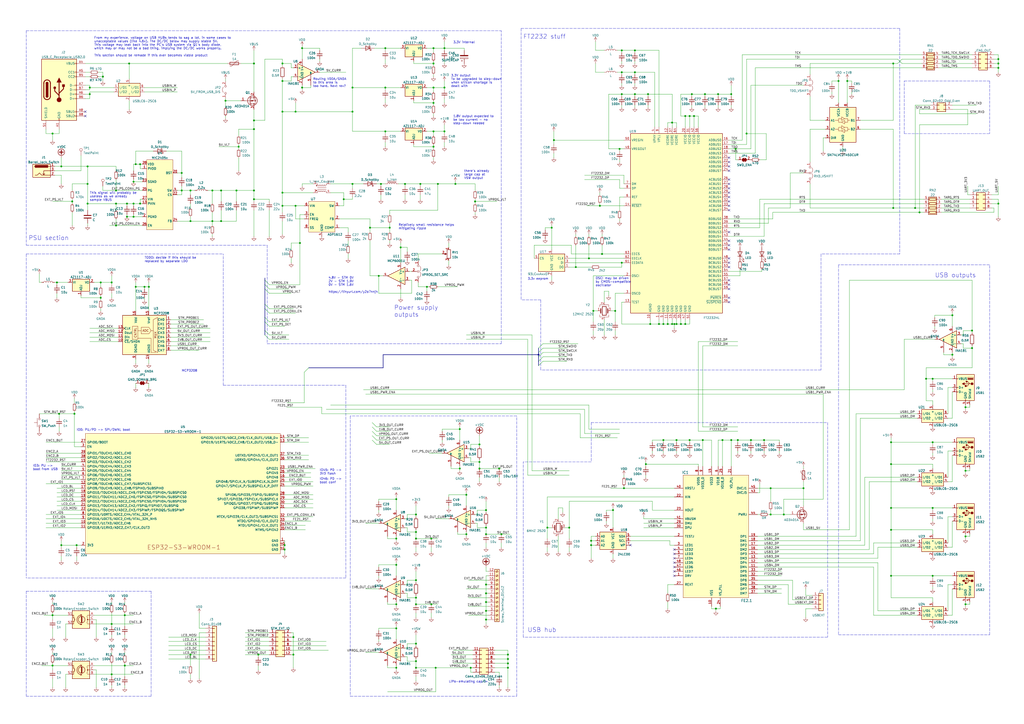
<source format=kicad_sch>
(kicad_sch (version 20211123) (generator eeschema)
  (paper "A2")
  (bus_alias "PSU_SECTION_SIGNALS" (members))
  (junction (at 241.3 336.55))
  (junction (at 342.9 316.23))
  (junction (at 44.45 316.23))
  (junction (at 128.27 128.27))
  (junction (at 579.12 39.37))
  (junction (at 257.81 50.8))
  (junction (at 516.89 256.54))
  (junction (at 77.47 105.41))
  (junction (at 67.31 118.11))
  (junction (at 317.5 306.07))
  (junction (at 223.52 27.94))
  (junction (at 163.83 36.83))
  (junction (at 374.65 269.24))
  (junction (at 41.91 116.84))
  (junction (at 163.83 119.38))
  (junction (at 397.51 187.96))
  (junction (at 320.04 132.08))
  (junction (at 389.89 187.96))
  (junction (at 552.45 205.74))
  (junction (at 110.49 110.49))
  (junction (at 384.81 255.27))
  (junction (at 347.98 119.38))
  (junction (at 491.49 46.99))
  (junction (at 281.94 306.07))
  (junction (at 254 106.68))
  (junction (at 579.12 34.29))
  (junction (at 67.31 110.49))
  (junction (at 165.1 318.77))
  (junction (at 204.47 106.68))
  (junction (at 130.81 58.42))
  (junction (at 52.07 50.8))
  (junction (at 250.19 312.42))
  (junction (at 43.18 240.03))
  (junction (at 251.46 85.09))
  (junction (at 334.01 154.94))
  (junction (at 368.3 29.21))
  (junction (at 241.3 346.71))
  (junction (at 400.05 67.31))
  (junction (at 330.2 306.07))
  (junction (at 241.3 383.54))
  (junction (at 530.86 120.65))
  (junction (at 281.94 339.09))
  (junction (at 234.95 106.68))
  (junction (at 270.51 309.88))
  (junction (at 50.8 96.52))
  (junction (at 257.81 76.2))
  (junction (at 433.07 77.47))
  (junction (at 34.29 240.03))
  (junction (at 516.89 307.34))
  (junction (at 397.51 67.31))
  (junction (at 560.07 350.52))
  (junction (at 402.59 67.31))
  (junction (at 204.47 64.77))
  (junction (at 281.94 295.91))
  (junction (at 419.1 255.27))
  (junction (at 401.32 54.61))
  (junction (at 67.31 130.81))
  (junction (at 579.12 118.11))
  (junction (at 361.95 283.21))
  (junction (at 64.77 163.83))
  (junction (at 382.27 187.96))
  (junction (at 516.89 334.01))
  (junction (at 241.3 387.35))
  (junction (at 223.52 50.8))
  (junction (at 110.49 128.27))
  (junction (at 241.3 350.52))
  (junction (at 552.45 182.88))
  (junction (at 229.87 387.35))
  (junction (at 394.97 187.96))
  (junction (at 447.04 298.45))
  (junction (at 356.87 180.34))
  (junction (at 294.64 379.73))
  (junction (at 466.09 283.21))
  (junction (at 78.74 95.25))
  (junction (at 30.48 386.08))
  (junction (at 389.89 71.12))
  (junction (at 516.89 269.24))
  (junction (at 426.72 86.36))
  (junction (at 83.82 166.37))
  (junction (at 270.51 287.02))
  (junction (at 241.3 308.61))
  (junction (at 377.19 187.96))
  (junction (at 368.3 54.61))
  (junction (at 163.83 64.77))
  (junction (at 147.32 36.83))
  (junction (at 266.7 271.78))
  (junction (at 81.28 95.25))
  (junction (at 204.47 50.8))
  (junction (at 226.06 132.08))
  (junction (at 407.67 255.27))
  (junction (at 443.23 255.27))
  (junction (at 516.89 294.64))
  (junction (at 541.02 294.64))
  (junction (at 533.4 123.19))
  (junction (at 342.9 313.69))
  (junction (at 251.46 27.94))
  (junction (at 264.16 106.68))
  (junction (at 400.05 255.27))
  (junction (at 229.87 364.49))
  (junction (at 229.87 350.52))
  (junction (at 360.68 152.4))
  (junction (at 219.71 160.02))
  (junction (at 349.25 147.32))
  (junction (at 170.18 369.57))
  (junction (at 165.1 316.23))
  (junction (at 35.56 96.52))
  (junction (at 220.98 106.68))
  (junction (at 384.81 187.96))
  (junction (at 537.21 219.71))
  (junction (at 290.83 309.88))
  (junction (at 294.64 382.27))
  (junction (at 560.07 273.05))
  (junction (at 50.8 106.68))
  (junction (at 50.8 118.11))
  (junction (at 123.19 110.49))
  (junction (at 58.42 172.72))
  (junction (at 229.87 289.56))
  (junction (at 251.46 76.2))
  (junction (at 312.42 205.74))
  (junction (at 147.32 115.57))
  (junction (at 252.73 387.35))
  (junction (at 278.13 271.78))
  (junction (at 416.56 54.61))
  (junction (at 541.02 334.01))
  (junction (at 355.6 295.91))
  (junction (at 35.56 316.23))
  (junction (at 163.83 111.76))
  (junction (at 541.02 256.54))
  (junction (at 278.13 257.81))
  (junction (at 344.17 180.34))
  (junction (at 281.94 344.17))
  (junction (at 563.88 191.77))
  (junction (at 424.18 255.27))
  (junction (at 72.39 386.08))
  (junction (at 251.46 59.69))
  (junction (at 424.18 54.61))
  (junction (at 289.56 271.78))
  (junction (at 251.46 36.83))
  (junction (at 560.07 236.22))
  (junction (at 52.07 54.61))
  (junction (at 232.41 143.51))
  (junction (at 278.13 267.97))
  (junction (at 241.3 373.38))
  (junction (at 138.43 85.09))
  (junction (at 147.32 69.85))
  (junction (at 64.77 391.16))
  (junction (at 173.99 140.97))
  (junction (at 175.26 27.94))
  (junction (at 359.41 86.36))
  (junction (at 30.48 77.47))
  (junction (at 281.94 349.25))
  (junction (at 171.45 64.77))
  (junction (at 391.16 187.96))
  (junction (at 128.27 110.49))
  (junction (at 541.02 219.71))
  (junction (at 74.93 36.83))
  (junction (at 427.99 255.27))
  (junction (at 447.04 283.21))
  (junction (at 110.49 379.73))
  (junction (at 281.94 359.41))
  (junction (at 241.3 298.45))
  (junction (at 175.26 50.8))
  (junction (at 171.45 119.38))
  (junction (at 321.31 81.28))
  (junction (at 73.66 118.11))
  (junction (at 73.66 125.73))
  (junction (at 64.77 361.95))
  (junction (at 281.94 309.88))
  (junction (at 241.3 312.42))
  (junction (at 147.32 110.49))
  (junction (at 560.07 311.15))
  (junction (at 275.59 116.84))
  (junction (at 518.16 120.65))
  (junction (at 77.47 118.11))
  (junction (at 105.41 110.49))
  (junction (at 149.86 379.73))
  (junction (at 77.47 125.73))
  (junction (at 454.66 298.45))
  (junction (at 266.7 248.92))
  (junction (at 341.63 149.86))
  (junction (at 137.16 110.49))
  (junction (at 147.32 74.93))
  (junction (at 273.05 387.35))
  (junction (at 81.28 118.11))
  (junction (at 360.68 41.91))
  (junction (at 58.42 163.83))
  (junction (at 214.63 132.08))
  (junction (at 229.87 327.66))
  (junction (at 486.41 46.99))
  (junction (at 59.69 44.45))
  (junction (at 392.43 255.27))
  (junction (at 294.64 387.35))
  (junction (at 257.81 27.94))
  (junction (at 392.43 187.96))
  (junction (at 579.12 36.83))
  (junction (at 223.52 76.2))
  (junction (at 78.74 166.37))
  (junction (at 199.39 115.57))
  (junction (at 170.18 379.73))
  (junction (at 250.19 350.52))
  (junction (at 408.94 54.61))
  (junction (at 518.16 36.83))
  (junction (at 33.02 163.83))
  (junction (at 368.3 41.91))
  (junction (at 375.92 54.61))
  (junction (at 563.88 201.93))
  (junction (at 435.61 255.27))
  (junction (at 105.41 100.33))
  (junction (at 360.68 54.61))
  (junction (at 251.46 50.8))
  (junction (at 123.19 128.27))
  (junction (at 387.35 187.96))
  (junction (at 30.48 356.87))
  (junction (at 243.84 106.68))
  (junction (at 163.83 46.99))
  (junction (at 294.64 384.81))
  (junction (at 72.39 356.87))
  (junction (at 360.68 29.21))
  (junction (at 415.29 353.06))
  (junction (at 86.36 166.37))
  (junction (at 247.65 166.37))
  (junction (at 281.94 354.33))
  (junction (at 229.87 312.42))
  (no_connect (at 49.53 64.77))
  (no_connect (at 49.53 67.31))
  (no_connect (at 422.91 167.64))
  (no_connect (at 422.91 144.78))
  (no_connect (at 422.91 149.86))
  (no_connect (at 422.91 152.4))
  (no_connect (at 422.91 154.94))
  (no_connect (at 422.91 162.56))
  (no_connect (at 365.76 316.23))
  (no_connect (at 422.91 165.1))
  (no_connect (at 422.91 91.44))
  (no_connect (at 422.91 93.98))
  (no_connect (at 422.91 96.52))
  (no_connect (at 422.91 99.06))
  (no_connect (at 422.91 104.14))
  (no_connect (at 422.91 106.68))
  (no_connect (at 422.91 109.22))
  (no_connect (at 422.91 111.76))
  (no_connect (at 422.91 114.3))
  (no_connect (at 422.91 116.84))
  (no_connect (at 422.91 119.38))
  (no_connect (at 422.91 121.92))
  (no_connect (at 422.91 134.62))
  (no_connect (at 422.91 139.7))
  (no_connect (at 422.91 142.24))
  (no_connect (at 391.16 318.77))
  (no_connect (at 391.16 321.31))
  (no_connect (at 391.16 323.85))
  (no_connect (at 391.16 326.39))
  (no_connect (at 391.16 328.93))
  (no_connect (at 391.16 331.47))
  (no_connect (at 391.16 334.01))
  (no_connect (at 422.91 172.72))
  (no_connect (at 422.91 175.26))
  (bus_entry (at 176.53 215.9) (size 2.54 -2.54))
  (bus_entry (at 153.67 162.56) (size 2.54 2.54))
  (bus_entry (at 153.67 186.69) (size 2.54 2.54))
  (bus_entry (at 156.21 179.07) (size -2.54 -2.54))
  (bus_entry (at 156.21 181.61) (size -2.54 -2.54))
  (bus_entry (at 156.21 194.31) (size -2.54 -2.54))
  (bus_entry (at 156.21 196.85) (size -2.54 -2.54))
  (bus_entry (at 312.42 201.93) (size 2.54 -2.54))
  (bus_entry (at 312.42 204.47) (size 2.54 -2.54))
  (bus_entry (at 312.42 207.01) (size 2.54 -2.54))
  (bus_entry (at 312.42 209.55) (size 2.54 -2.54))
  (bus_entry (at 312.42 212.09) (size 2.54 -2.54))
  (bus_entry (at 215.9 245.11) (size 2.54 2.54))
  (bus_entry (at 215.9 247.65) (size 2.54 2.54))
  (bus_entry (at 215.9 250.19) (size 2.54 2.54))
  (bus_entry (at 215.9 252.73) (size 2.54 2.54))
  (bus_entry (at 215.9 255.27) (size 2.54 2.54))
  (bus_entry (at 153.67 165.1) (size 2.54 2.54))
  (bus_entry (at 153.67 167.64) (size 2.54 2.54))
  (bus_entry (at 153.67 184.15) (size 2.54 2.54))
  (wire (pts (xy 250.19 358.14) (xy 250.19 355.6)))
  (wire (pts (xy 309.88 142.24) (xy 309.88 149.86)))
  (wire (pts (xy 309.88 142.24) (xy 331.47 142.24)))
  (wire (pts (xy 168.91 372.11) (xy 189.23 372.11)))
  (wire (pts (xy 43.18 238.76) (xy 43.18 240.03)))
  (wire (pts (xy 219.71 289.56) (xy 229.87 289.56)))
  (wire (pts (xy 64.77 163.83) (xy 64.77 165.1)))
  (wire (pts (xy 257.81 27.94) (xy 257.81 29.21)))
  (wire (pts (xy 278.13 266.7) (xy 278.13 267.97)))
  (wire (pts (xy 358.14 29.21) (xy 360.68 29.21)))
  (wire (pts (xy 360.68 29.21) (xy 368.3 29.21)))
  (wire (pts (xy 368.3 29.21) (xy 382.27 29.21)))
  (wire (pts (xy 236.22 143.51) (xy 236.22 146.05)))
  (wire (pts (xy 405.13 198.12) (xy 405.13 250.19)))
  (wire (pts (xy 168.91 46.99) (xy 168.91 44.45)))
  (wire (pts (xy 392.43 261.62) (xy 392.43 262.89)))
  (wire (pts (xy 443.23 137.16) (xy 443.23 118.11)))
  (wire (pts (xy 102.87 113.03) (xy 105.41 113.03)))
  (wire (pts (xy 427.99 255.27) (xy 427.99 256.54)))
  (wire (pts (xy 424.18 54.61) (xy 424.18 55.88)))
  (wire (pts (xy 426.72 92.71) (xy 427.99 92.71)))
  (wire (pts (xy 440.69 92.71) (xy 444.5 92.71)))
  (wire (pts (xy 30.48 384.81) (xy 30.48 386.08)))
  (wire (pts (xy 435.61 86.36) (xy 435.61 49.53)))
  (wire (pts (xy 469.9 36.83) (xy 518.16 36.83)))
  (wire (pts (xy 185.42 27.94) (xy 175.26 27.94)))
  (wire (pts (xy 241.3 346.71) (xy 236.22 346.71)))
  (wire (pts (xy 46.99 270.51) (xy 35.56 270.51)))
  (wire (pts (xy 275.59 123.19) (xy 275.59 124.46)))
  (wire (pts (xy 549.91 339.09) (xy 549.91 354.33)))
  (wire (pts (xy 422.91 157.48) (xy 441.96 157.48)))
  (wire (pts (xy 314.96 207.01) (xy 328.93 207.01)))
  (wire (pts (xy 422.91 127) (xy 448.31 127)))
  (wire (pts (xy 77.47 95.25) (xy 78.74 95.25)))
  (wire (pts (xy 77.47 99.06) (xy 77.47 95.25)))
  (wire (pts (xy 77.47 105.41) (xy 77.47 104.14)))
  (wire (pts (xy 78.74 95.25) (xy 81.28 95.25)))
  (wire (pts (xy 82.55 105.41) (xy 77.47 105.41)))
  (wire (pts (xy 373.38 300.99) (xy 391.16 300.99)))
  (wire (pts (xy 375.92 54.61) (xy 375.92 55.88)))
  (wire (pts (xy 552.45 181.61) (xy 552.45 182.88)))
  (wire (pts (xy 429.26 156.21) (xy 429.26 160.02)))
  (wire (pts (xy 549.91 317.5) (xy 552.45 317.5)))
  (wire (pts (xy 229.87 288.29) (xy 229.87 289.56)))
  (wire (pts (xy 241.3 373.38) (xy 241.3 374.65)))
  (wire (pts (xy 229.87 387.35) (xy 229.87 388.62)))
  (wire (pts (xy 360.68 48.26) (xy 360.68 49.53)))
  (wire (pts (xy 73.66 118.11) (xy 73.66 119.38)))
  (wire (pts (xy 73.66 124.46) (xy 73.66 125.73)))
  (wire (pts (xy 73.66 125.73) (xy 77.47 125.73)))
  (wire (pts (xy 147.32 36.83) (xy 147.32 53.34)))
  (wire (pts (xy 147.32 121.92) (xy 147.32 137.16)))
  (wire (pts (xy 234.95 339.09) (xy 236.22 339.09)))
  (wire (pts (xy 165.1 281.94) (xy 181.61 281.94)))
  (bus (pts (xy 153.67 186.69) (xy 153.67 191.77)))
  (wire (pts (xy 506.73 328.93) (xy 506.73 356.87)))
  (wire (pts (xy 326.39 297.18) (xy 326.39 294.64)))
  (wire (pts (xy 224.79 349.25) (xy 224.79 350.52)))
  (wire (pts (xy 156.21 189.23) (xy 165.1 189.23)))
  (wire (pts (xy 251.46 66.04) (xy 251.46 67.31)))
  (wire (pts (xy 165.1 318.77) (xy 165.1 321.31)))
  (wire (pts (xy 243.84 106.68) (xy 254 106.68)))
  (wire (pts (xy 254 106.68) (xy 264.16 106.68)))
  (bus (pts (xy 153.67 162.56) (xy 153.67 165.1)))
  (wire (pts (xy 331.47 142.24) (xy 331.47 147.32)))
  (wire (pts (xy 349.25 147.32) (xy 331.47 147.32)))
  (wire (pts (xy 361.95 147.32) (xy 349.25 147.32)))
  (wire (pts (xy 153.67 34.29) (xy 163.83 34.29)))
  (wire (pts (xy 163.83 34.29) (xy 163.83 36.83)))
  (bus (pts (xy 153.67 184.15) (xy 153.67 186.69)))
  (wire (pts (xy 189.23 237.49) (xy 339.09 237.49)))
  (wire (pts (xy 339.09 237.49) (xy 339.09 251.46)))
  (wire (pts (xy 339.09 251.46) (xy 359.41 251.46)))
  (wire (pts (xy 560.07 350.52) (xy 560.07 351.79)))
  (wire (pts (xy 407.67 247.65) (xy 427.99 247.65)))
  (wire (pts (xy 156.21 170.18) (xy 168.91 170.18)))
  (wire (pts (xy 165.1 256.54) (xy 179.07 256.54)))
  (wire (pts (xy 260.35 140.97) (xy 260.35 143.51)))
  (wire (pts (xy 260.35 151.13) (xy 260.35 153.67)))
  (wire (pts (xy 549.91 356.87) (xy 552.45 356.87)))
  (bus (pts (xy 179.07 213.36) (xy 222.25 213.36)))
  (wire (pts (xy 257.81 27.94) (xy 257.81 24.13)))
  (wire (pts (xy 54.61 388.62) (xy 55.88 388.62)))
  (wire (pts (xy 99.06 195.58) (xy 121.92 195.58)))
  (wire (pts (xy 407.67 255.27) (xy 412.75 255.27)))
  (wire (pts (xy 407.67 270.51) (xy 407.67 255.27)))
  (wire (pts (xy 560.07 271.78) (xy 560.07 273.05)))
  (wire (pts (xy 46.99 259.08) (xy 43.18 259.08)))
  (wire (pts (xy 237.49 157.48) (xy 238.76 157.48)))
  (wire (pts (xy 270.51 285.75) (xy 270.51 287.02)))
  (wire (pts (xy 549.91 261.62) (xy 549.91 276.86)))
  (wire (pts (xy 163.83 119.38) (xy 171.45 119.38)))
  (wire (pts (xy 171.45 119.38) (xy 176.53 119.38)))
  (wire (pts (xy 257.81 27.94) (xy 269.24 27.94)))
  (wire (pts (xy 269.24 27.94) (xy 269.24 29.21)))
  (wire (pts (xy 576.58 39.37) (xy 579.12 39.37)))
  (wire (pts (xy 389.89 71.12) (xy 392.43 71.12)))
  (wire (pts (xy 392.43 71.12) (xy 392.43 73.66)))
  (wire (pts (xy 58.42 172.72) (xy 58.42 173.99)))
  (wire (pts (xy 25.4 356.87) (xy 30.48 356.87)))
  (wire (pts (xy 275.59 298.45) (xy 276.86 298.45)))
  (wire (pts (xy 400.05 67.31) (xy 400.05 73.66)))
  (wire (pts (xy 77.47 361.95) (xy 64.77 361.95)))
  (wire (pts (xy 281.94 359.41) (xy 283.21 359.41)))
  (wire (pts (xy 374.65 270.51) (xy 374.65 269.24)))
  (wire (pts (xy 562.61 311.15) (xy 562.61 309.88)))
  (wire (pts (xy 78.74 87.63) (xy 88.9 87.63)))
  (wire (pts (xy 78.74 95.25) (xy 78.74 87.63)))
  (bus (pts (xy 153.67 161.29) (xy 153.67 162.56)))
  (bus (pts (xy 153.67 176.53) (xy 153.67 179.07)))
  (wire (pts (xy 560.07 350.52) (xy 562.61 350.52)))
  (wire (pts (xy 361.95 152.4) (xy 360.68 152.4)))
  (wire (pts (xy 165.1 294.64) (xy 181.61 294.64)))
  (wire (pts (xy 439.42 313.69) (xy 499.11 313.69)))
  (wire (pts (xy 499.11 242.57) (xy 499.11 313.69)))
  (wire (pts (xy 365.76 313.69) (xy 388.62 313.69)))
  (wire (pts (xy 391.16 316.23) (xy 388.62 316.23)))
  (wire (pts (xy 251.46 85.09) (xy 240.03 85.09)))
  (wire (pts (xy 340.36 119.38) (xy 347.98 119.38)))
  (wire (pts (xy 78.74 222.25) (xy 78.74 224.79)))
  (wire (pts (xy 560.07 311.15) (xy 560.07 312.42)))
  (wire (pts (xy 236.22 339.09) (xy 236.22 336.55)))
  (wire (pts (xy 558.8 199.39) (xy 557.53 199.39)))
  (wire (pts (xy 558.8 201.93) (xy 558.8 199.39)))
  (wire (pts (xy 563.88 201.93) (xy 558.8 201.93)))
  (wire (pts (xy 552.45 299.72) (xy 549.91 299.72)))
  (wire (pts (xy 78.74 166.37) (xy 83.82 166.37)))
  (wire (pts (xy 168.91 377.19) (xy 190.5 377.19)))
  (wire (pts (xy 105.41 110.49) (xy 110.49 110.49)))
  (wire (pts (xy 281.94 306.07) (xy 281.94 309.88)))
  (wire (pts (xy 419.1 255.27) (xy 419.1 270.51)))
  (wire (pts (xy 78.74 166.37) (xy 78.74 180.34)))
  (wire (pts (xy 130.81 57.15) (xy 130.81 58.42)))
  (polyline (pts (xy 303.53 369.57) (xy 303.53 267.97)))
  (polyline (pts (xy 342.9 245.11) (xy 480.06 245.11)))
  (polyline (pts (xy 480.06 245.11) (xy 480.06 369.57)))
  (polyline (pts (xy 480.06 369.57) (xy 303.53 369.57)))
  (wire (pts (xy 30.48 386.08) (xy 30.48 388.62)))
  (wire (pts (xy 33.02 165.1) (xy 33.02 163.83)))
  (wire (pts (xy 175.26 49.53) (xy 175.26 50.8)))
  (wire (pts (xy 443.23 261.62) (xy 443.23 262.89)))
  (wire (pts (xy 165.1 271.78) (xy 182.88 271.78)))
  (wire (pts (xy 110.49 110.49) (xy 113.03 110.49)))
  (wire (pts (xy 120.65 110.49) (xy 123.19 110.49)))
  (wire (pts (xy 128.27 110.49) (xy 137.16 110.49)))
  (wire (pts (xy 137.16 110.49) (xy 147.32 110.49)))
  (wire (pts (xy 314.96 204.47) (xy 328.93 204.47)))
  (wire (pts (xy 156.21 196.85) (xy 167.64 196.85)))
  (wire (pts (xy 224.79 387.35) (xy 229.87 387.35)))
  (wire (pts (xy 77.47 356.87) (xy 72.39 356.87)))
  (wire (pts (xy 518.16 36.83) (xy 520.7 36.83)))
  (wire (pts (xy 518.16 36.83) (xy 518.16 69.85)))
  (wire (pts (xy 552.45 60.96) (xy 566.42 60.96)))
  (wire (pts (xy 63.5 130.81) (xy 67.31 130.81)))
  (wire (pts (xy 26.67 306.07) (xy 46.99 306.07)))
  (wire (pts (xy 445.77 129.54) (xy 445.77 120.65)))
  (wire (pts (xy 236.22 375.92) (xy 236.22 373.38)))
  (wire (pts (xy 50.8 96.52) (xy 67.31 96.52)))
  (wire (pts (xy 533.4 63.5) (xy 533.4 66.04)))
  (wire (pts (xy 533.4 66.04) (xy 566.42 66.04)))
  (wire (pts (xy 539.75 63.5) (xy 533.4 63.5)))
  (wire (pts (xy 170.18 369.57) (xy 168.91 369.57)))
  (wire (pts (xy 97.79 374.65) (xy 119.38 374.65)))
  (wire (pts (xy 110.49 391.16) (xy 110.49 393.7)))
  (wire (pts (xy 261.62 271.78) (xy 266.7 271.78)))
  (wire (pts (xy 281.94 354.33) (xy 283.21 354.33)))
  (wire (pts (xy 560.07 349.25) (xy 560.07 350.52)))
  (wire (pts (xy 241.3 368.3) (xy 241.3 373.38)))
  (wire (pts (xy 260.35 287.02) (xy 260.35 288.29)))
  (wire (pts (xy 492.76 162.56) (xy 563.88 162.56)))
  (wire (pts (xy 459.74 336.55) (xy 459.74 347.98)))
  (wire (pts (xy 459.74 347.98) (xy 471.17 347.98)))
  (wire (pts (xy 330.2 152.4) (xy 360.68 152.4)))
  (wire (pts (xy 168.91 39.37) (xy 168.91 36.83)))
  (wire (pts (xy 359.41 86.36) (xy 359.41 87.63)))
  (wire (pts (xy 541.02 300.99) (xy 541.02 302.26)))
  (wire (pts (xy 210.82 226.06) (xy 524.51 226.06)))
  (wire (pts (xy 226.06 250.19) (xy 218.44 250.19)))
  (wire (pts (xy 35.56 278.13) (xy 46.99 278.13)))
  (wire (pts (xy 391.16 187.96) (xy 391.16 190.5)))
  (wire (pts (xy 541.02 340.36) (xy 541.02 341.63)))
  (wire (pts (xy 273.05 257.81) (xy 278.13 257.81)))
  (wire (pts (xy 392.43 185.42) (xy 392.43 187.96)))
  (wire (pts (xy 241.3 336.55) (xy 241.3 337.82)))
  (wire (pts (xy 168.91 374.65) (xy 189.23 374.65)))
  (wire (pts (xy 422.91 132.08) (xy 440.69 132.08)))
  (wire (pts (xy 469.9 93.98) (xy 469.9 74.93)))
  (wire (pts (xy 165.1 304.8) (xy 177.165 304.8)))
  (wire (pts (xy 38.1 391.16) (xy 38.1 398.78)))
  (wire (pts (xy 466.09 270.51) (xy 466.09 271.78)))
  (wire (pts (xy 466.09 279.4) (xy 466.09 283.21)))
  (wire (pts (xy 424.18 255.27) (xy 424.18 270.51)))
  (wire (pts (xy 165.1 292.1) (xy 181.61 292.1)))
  (wire (pts (xy 359.41 93.98) (xy 359.41 92.71)))
  (wire (pts (xy 31.75 99.06) (xy 46.99 99.06)))
  (wire (pts (xy 33.02 163.83) (xy 39.37 163.83)))
  (wire (pts (xy 26.67 280.67) (xy 46.99 280.67)))
  (wire (pts (xy 201.93 139.7) (xy 201.93 142.24)))
  (wire (pts (xy 39.37 386.08) (xy 30.48 386.08)))
  (polyline (pts (xy 486.41 153.67) (xy 486.41 368.3)))
  (polyline (pts (xy 486.41 368.3) (xy 574.04 368.3)))
  (polyline (pts (xy 574.04 153.67) (xy 486.41 153.67)))
  (polyline (pts (xy 574.04 368.3) (xy 574.04 153.67)))
  (wire (pts (xy 220.98 106.68) (xy 218.44 106.68)))
  (wire (pts (xy 223.52 106.68) (xy 220.98 106.68)))
  (wire (pts (xy 234.95 106.68) (xy 231.14 106.68)))
  (wire (pts (xy 243.84 106.68) (xy 234.95 106.68)))
  (wire (pts (xy 163.83 64.77) (xy 163.83 111.76)))
  (wire (pts (xy 163.83 111.76) (xy 163.83 119.38)))
  (wire (pts (xy 33.02 283.21) (xy 46.99 283.21)))
  (wire (pts (xy 78.74 163.83) (xy 78.74 166.37)))
  (wire (pts (xy 576.58 31.75) (xy 579.12 31.75)))
  (wire (pts (xy 579.12 31.75) (xy 579.12 34.29)))
  (wire (pts (xy 579.12 34.29) (xy 579.12 36.83)))
  (wire (pts (xy 579.12 36.83) (xy 579.12 39.37)))
  (wire (pts (xy 579.12 39.37) (xy 579.12 41.91)))
  (wire (pts (xy 516.89 254) (xy 516.89 256.54)))
  (wire (pts (xy 360.68 41.91) (xy 360.68 43.18)))
  (wire (pts (xy 287.02 389.89) (xy 289.56 389.89)))
  (wire (pts (xy 416.56 255.27) (xy 419.1 255.27)))
  (wire (pts (xy 419.1 255.27) (xy 424.18 255.27)))
  (wire (pts (xy 443.23 255.27) (xy 443.23 256.54)))
  (wire (pts (xy 552.45 302.26) (xy 552.45 317.5)))
  (wire (pts (xy 26.67 265.43) (xy 46.99 265.43)))
  (wire (pts (xy 59.69 110.49) (xy 67.31 110.49)))
  (wire (pts (xy 67.31 110.49) (xy 82.55 110.49)))
  (wire (pts (xy 223.52 50.8) (xy 232.41 50.8)))
  (wire (pts (xy 223.52 52.07) (xy 223.52 50.8)))
  (wire (pts (xy 223.52 59.69) (xy 223.52 57.15)))
  (wire (pts (xy 378.46 261.62) (xy 378.46 262.89)))
  (wire (pts (xy 439.42 341.63) (xy 453.39 341.63)))
  (wire (pts (xy 241.3 387.35) (xy 252.73 387.35)))
  (wire (pts (xy 252.73 387.35) (xy 273.05 387.35)))
  (wire (pts (xy 397.51 67.31) (xy 397.51 73.66)))
  (wire (pts (xy 400.05 67.31) (xy 397.51 67.31)))
  (wire (pts (xy 400.05 67.31) (xy 402.59 67.31)))
  (wire (pts (xy 405.13 67.31) (xy 402.59 67.31)))
  (wire (pts (xy 405.13 73.66) (xy 405.13 67.31)))
  (wire (pts (xy 287.02 377.19) (xy 294.64 377.19)))
  (wire (pts (xy 294.64 377.19) (xy 294.64 379.73)))
  (wire (pts (xy 294.64 379.73) (xy 294.64 382.27)))
  (wire (pts (xy 294.64 382.27) (xy 294.64 384.81)))
  (wire (pts (xy 294.64 384.81) (xy 294.64 387.35)))
  (wire (pts (xy 294.64 387.35) (xy 294.64 398.78)))
  (wire (pts (xy 191.77 234.95) (xy 341.63 234.95)))
  (wire (pts (xy 212.09 228.6) (xy 477.52 228.6)))
  (wire (pts (xy 50.8 96.52) (xy 50.8 106.68)))
  (bus (pts (xy 312.42 201.93) (xy 312.42 204.47)))
  (bus (pts (xy 312.42 205.74) (xy 312.42 207.01)))
  (wire (pts (xy 156.21 121.92) (xy 156.21 137.16)))
  (wire (pts (xy 330.2 149.86) (xy 341.63 149.86)))
  (wire (pts (xy 341.63 149.86) (xy 361.95 149.86)))
  (wire (pts (xy 99.06 198.12) (xy 121.92 198.12)))
  (wire (pts (xy 287.02 384.81) (xy 294.64 384.81)))
  (wire (pts (xy 448.31 123.19) (xy 533.4 123.19)))
  (wire (pts (xy 533.4 123.19) (xy 535.94 123.19)))
  (wire (pts (xy 546.1 123.19) (xy 576.58 123.19)))
  (wire (pts (xy 354.33 283.21) (xy 361.95 283.21)))
  (wire (pts (xy 110.49 128.27) (xy 123.19 128.27)))
  (wire (pts (xy 81.28 95.25) (xy 82.55 95.25)))
  (wire (pts (xy 81.28 97.79) (xy 81.28 95.25)))
  (wire (pts (xy 82.55 97.79) (xy 81.28 97.79)))
  (wire (pts (xy 516.89 256.54) (xy 516.89 269.24)))
  (wire (pts (xy 516.89 269.24) (xy 516.89 294.64)))
  (wire (pts (xy 541.02 256.54) (xy 516.89 256.54)))
  (polyline (pts (xy 203.2 241.3) (xy 203.2 403.86)))
  (polyline (pts (xy 203.2 403.86) (xy 299.72 403.86)))
  (polyline (pts (xy 299.72 241.3) (xy 203.2 241.3)))
  (polyline (pts (xy 299.72 403.86) (xy 299.72 241.3)))
  (wire (pts (xy 149.86 379.73) (xy 149.86 381)))
  (bus (pts (xy 312.42 207.01) (xy 312.42 209.55)))
  (wire (pts (xy 64.77 398.78) (xy 64.77 397.51)))
  (wire (pts (xy 58.42 179.07) (xy 58.42 180.34)))
  (wire (pts (xy 373.38 306.07) (xy 391.16 306.07)))
  (wire (pts (xy 422.91 83.82) (xy 433.07 83.82)))
  (wire (pts (xy 226.06 247.65) (xy 218.44 247.65)))
  (wire (pts (xy 345.44 41.91) (xy 350.52 41.91)))
  (wire (pts (xy 358.14 41.91) (xy 360.68 41.91)))
  (wire (pts (xy 360.68 41.91) (xy 368.3 41.91)))
  (wire (pts (xy 368.3 43.18) (xy 368.3 41.91)))
  (wire (pts (xy 368.3 49.53) (xy 368.3 48.26)))
  (wire (pts (xy 499.11 242.57) (xy 532.13 242.57)))
  (wire (pts (xy 439.42 328.93) (xy 506.73 328.93)))
  (wire (pts (xy 219.71 364.49) (xy 219.71 365.76)))
  (wire (pts (xy 516.89 294.64) (xy 516.89 307.34)))
  (wire (pts (xy 516.89 307.34) (xy 516.89 334.01)))
  (wire (pts (xy 541.02 334.01) (xy 516.89 334.01)))
  (wire (pts (xy 130.81 58.42) (xy 130.81 62.23)))
  (wire (pts (xy 123.19 110.49) (xy 123.19 118.11)))
  (wire (pts (xy 22.86 240.03) (xy 34.29 240.03)))
  (wire (pts (xy 454.66 289.56) (xy 477.52 289.56)))
  (wire (pts (xy 454.66 298.45) (xy 454.66 289.56)))
  (wire (pts (xy 360.68 29.21) (xy 360.68 30.48)))
  (wire (pts (xy 251.46 59.69) (xy 251.46 60.96)))
  (wire (pts (xy 74.93 36.83) (xy 74.93 45.72)))
  (wire (pts (xy 58.42 172.72) (xy 46.99 172.72)))
  (wire (pts (xy 482.6 54.61) (xy 482.6 53.34)))
  (wire (pts (xy 219.71 295.91) (xy 219.71 297.18)))
  (wire (pts (xy 175.26 26.67) (xy 175.26 27.94)))
  (wire (pts (xy 266.7 247.65) (xy 266.7 248.92)))
  (wire (pts (xy 30.48 393.7) (xy 30.48 398.78)))
  (wire (pts (xy 427.99 261.62) (xy 427.99 262.89)))
  (wire (pts (xy 377.19 185.42) (xy 377.19 187.96)))
  (wire (pts (xy 323.85 294.64) (xy 323.85 300.99)))
  (wire (pts (xy 349.25 142.24) (xy 349.25 147.32)))
  (wire (pts (xy 147.32 29.21) (xy 147.32 36.83)))
  (wire (pts (xy 439.42 334.01) (xy 453.39 334.01)))
  (wire (pts (xy 251.46 91.44) (xy 251.46 92.71)))
  (wire (pts (xy 466.09 307.34) (xy 492.76 307.34)))
  (wire (pts (xy 492.76 307.34) (xy 492.76 162.56)))
  (wire (pts (xy 576.58 34.29) (xy 579.12 34.29)))
  (wire (pts (xy 359.41 104.14) (xy 359.41 109.22)))
  (wire (pts (xy 361.95 109.22) (xy 359.41 109.22)))
  (wire (pts (xy 86.36 163.83) (xy 86.36 166.37)))
  (wire (pts (xy 422.91 129.54) (xy 445.77 129.54)))
  (wire (pts (xy 64.77 355.6) (xy 64.77 361.95)))
  (wire (pts (xy 26.67 77.47) (xy 30.48 77.47)))
  (wire (pts (xy 30.48 77.47) (xy 34.29 77.47)))
  (wire (pts (xy 34.29 77.47) (xy 34.29 74.93)))
  (wire (pts (xy 276.86 306.07) (xy 276.86 303.53)))
  (wire (pts (xy 278.13 279.4) (xy 278.13 276.86)))
  (wire (pts (xy 575.31 115.57) (xy 579.12 115.57)))
  (wire (pts (xy 579.12 115.57) (xy 579.12 118.11)))
  (wire (pts (xy 163.83 119.38) (xy 163.83 123.19)))
  (wire (pts (xy 163.83 128.27) (xy 163.83 135.89)))
  (wire (pts (xy 165.1 274.32) (xy 180.34 274.32)))
  (wire (pts (xy 424.18 62.23) (xy 424.18 60.96)))
  (wire (pts (xy 361.95 281.94) (xy 361.95 283.21)))
  (wire (pts (xy 278.13 252.73) (xy 278.13 257.81)))
  (wire (pts (xy 560.07 273.05) (xy 560.07 274.32)))
  (wire (pts (xy 86.36 224.79) (xy 86.36 222.25)))
  (wire (pts (xy 541.02 219.71) (xy 541.02 220.98)))
  (wire (pts (xy 541.02 226.06) (xy 541.02 227.33)))
  (wire (pts (xy 49.53 44.45) (xy 52.07 44.45)))
  (wire (pts (xy 57.15 44.45) (xy 59.69 44.45)))
  (wire (pts (xy 368.3 54.61) (xy 368.3 55.88)))
  (wire (pts (xy 287.02 382.27) (xy 294.64 382.27)))
  (wire (pts (xy 281.94 295.91) (xy 281.94 297.18)))
  (wire (pts (xy 433.07 77.47) (xy 444.5 77.47)))
  (wire (pts (xy 444.5 77.47) (xy 444.5 92.71)))
  (wire (pts (xy 251.46 83.82) (xy 251.46 85.09)))
  (wire (pts (xy 165.1 279.4) (xy 181.61 279.4)))
  (wire (pts (xy 219.71 289.56) (xy 219.71 290.83)))
  (wire (pts (xy 86.36 166.37) (xy 86.36 180.34)))
  (wire (pts (xy 236.22 306.07) (xy 234.95 306.07)))
  (wire (pts (xy 168.91 140.97) (xy 173.99 140.97)))
  (wire (pts (xy 560.07 273.05) (xy 562.61 273.05)))
  (wire (pts (xy 351.79 302.26) (xy 351.79 303.53)))
  (wire (pts (xy 54.61 163.83) (xy 58.42 163.83)))
  (wire (pts (xy 219.71 327.66) (xy 229.87 327.66)))
  (wire (pts (xy 401.32 54.61) (xy 401.32 55.88)))
  (wire (pts (xy 384.81 255.27) (xy 384.81 256.54)))
  (wire (pts (xy 281.94 344.17) (xy 283.21 344.17)))
  (wire (pts (xy 38.1 361.95) (xy 38.1 369.57)))
  (wire (pts (xy 39.37 361.95) (xy 38.1 361.95)))
  (wire (pts (xy 64.77 361.95) (xy 54.61 361.95)))
  (wire (pts (xy 64.77 363.22) (xy 64.77 361.95)))
  (wire (pts (xy 64.77 369.57) (xy 64.77 368.3)))
  (wire (pts (xy 52.07 190.5) (xy 68.58 190.5)))
  (wire (pts (xy 439.42 339.09) (xy 457.2 339.09)))
  (wire (pts (xy 477.52 289.56) (xy 477.52 228.6)))
  (wire (pts (xy 509.27 354.33) (xy 532.13 354.33)))
  (wire (pts (xy 541.02 294.64) (xy 541.02 295.91)))
  (wire (pts (xy 236.22 336.55) (xy 241.3 336.55)))
  (wire (pts (xy 330.2 290.83) (xy 378.46 290.83)))
  (wire (pts (xy 378.46 295.91) (xy 378.46 290.83)))
  (wire (pts (xy 433.07 34.29) (xy 520.7 34.29)))
  (wire (pts (xy 520.7 34.29) (xy 523.24 36.83)))
  (wire (pts (xy 334.01 135.89) (xy 334.01 137.16)))
  (wire (pts (xy 491.49 45.72) (xy 491.49 46.99)))
  (wire (pts (xy 247.65 27.94) (xy 251.46 27.94)))
  (wire (pts (xy 251.46 27.94) (xy 257.81 27.94)))
  (wire (pts (xy 35.56 275.59) (xy 46.99 275.59)))
  (wire (pts (xy 408.94 62.23) (xy 408.94 60.96)))
  (wire (pts (xy 229.87 363.22) (xy 229.87 364.49)))
  (wire (pts (xy 426.72 86.36) (xy 435.61 86.36)))
  (wire (pts (xy 270.51 194.31) (xy 308.61 194.31)))
  (wire (pts (xy 356.87 170.18) (xy 356.87 180.34)))
  (wire (pts (xy 356.87 180.34) (xy 354.33 180.34)))
  (wire (pts (xy 361.95 170.18) (xy 356.87 170.18)))
  (wire (pts (xy 226.06 252.73) (xy 218.44 252.73)))
  (wire (pts (xy 416.56 255.27) (xy 416.56 270.51)))
  (polyline (pts (xy 129.54 223.52) (xy 200.66 223.52)))
  (polyline (pts (xy 200.66 223.52) (xy 200.66 335.28)))
  (polyline (pts (xy 200.66 335.28) (xy 15.24 335.28)))
  (wire (pts (xy 191.77 106.68) (xy 204.47 106.68)))
  (wire (pts (xy 204.47 106.68) (xy 210.82 106.68)))
  (wire (pts (xy 356.87 180.34) (xy 356.87 186.69)))
  (wire (pts (xy 123.19 135.89) (xy 123.19 137.16)))
  (wire (pts (xy 552.45 339.09) (xy 549.91 339.09)))
  (wire (pts (xy 351.79 295.91) (xy 355.6 295.91)))
  (wire (pts (xy 351.79 297.18) (xy 351.79 295.91)))
  (polyline (pts (xy 15.24 342.9) (xy 15.24 403.86)))
  (polyline (pts (xy 15.24 342.9) (xy 87.63 342.9)))
  (polyline (pts (xy 87.63 342.9) (xy 87.63 403.86)))
  (polyline (pts (xy 87.63 403.86) (xy 15.24 403.86)))
  (wire (pts (xy 35.56 313.69) (xy 35.56 316.23)))
  (wire (pts (xy 552.45 264.16) (xy 552.45 279.4)))
  (wire (pts (xy 273.05 260.35) (xy 273.05 257.81)))
  (wire (pts (xy 552.45 182.88) (xy 552.45 189.23)))
  (wire (pts (xy 407.67 200.66) (xy 427.99 200.66)))
  (wire (pts (xy 360.68 175.26) (xy 361.95 175.26)))
  (wire (pts (xy 360.68 187.96) (xy 360.68 175.26)))
  (wire (pts (xy 377.19 187.96) (xy 360.68 187.96)))
  (wire (pts (xy 382.27 187.96) (xy 377.19 187.96)))
  (wire (pts (xy 341.63 135.89) (xy 341.63 137.16)))
  (wire (pts (xy 26.67 256.54) (xy 46.99 256.54)))
  (wire (pts (xy 486.41 45.72) (xy 486.41 46.99)))
  (wire (pts (xy 467.36 353.06) (xy 467.36 358.14)))
  (wire (pts (xy 471.17 353.06) (xy 467.36 353.06)))
  (wire (pts (xy 509.27 317.5) (xy 532.13 317.5)))
  (wire (pts (xy 562.61 350.52) (xy 562.61 349.25)))
  (wire (pts (xy 229.87 349.25) (xy 229.87 350.52)))
  (wire (pts (xy 86.36 208.28) (xy 86.36 210.82)))
  (wire (pts (xy 251.46 85.09) (xy 251.46 86.36)))
  (wire (pts (xy 441.96 156.21) (xy 441.96 157.48)))
  (wire (pts (xy 330.2 320.04) (xy 330.2 317.5)))
  (wire (pts (xy 270.51 309.88) (xy 270.51 311.15)))
  (wire (pts (xy 448.31 123.19) (xy 448.31 127)))
  (wire (pts (xy 281.94 317.5) (xy 281.94 314.96)))
  (wire (pts (xy 254 106.68) (xy 254 121.92)))
  (wire (pts (xy 243.84 106.68) (xy 243.84 107.95)))
  (wire (pts (xy 212.09 341.63) (xy 219.71 341.63)))
  (wire (pts (xy 97.79 382.27) (xy 119.38 382.27)))
  (wire (pts (xy 316.23 132.08) (xy 320.04 132.08)))
  (wire (pts (xy 316.23 133.35) (xy 316.23 132.08)))
  (wire (pts (xy 524.51 196.85) (xy 524.51 226.06)))
  (wire (pts (xy 524.51 196.85) (xy 542.29 196.85)))
  (wire (pts (xy 278.13 267.97) (xy 278.13 271.78)))
  (wire (pts (xy 251.46 50.8) (xy 251.46 53.34)))
  (wire (pts (xy 422.91 137.16) (xy 443.23 137.16)))
  (wire (pts (xy 33.02 285.75) (xy 46.99 285.75)))
  (wire (pts (xy 289.56 279.4) (xy 289.56 276.86)))
  (wire (pts (xy 236.22 300.99) (xy 236.22 298.45)))
  (wire (pts (xy 330.2 154.94) (xy 334.01 154.94)))
  (wire (pts (xy 334.01 154.94) (xy 342.9 154.94)))
  (wire (pts (xy 347.98 154.94) (xy 360.68 154.94)))
  (wire (pts (xy 360.68 154.94) (xy 360.68 152.4)))
  (wire (pts (xy 142.24 377.19) (xy 156.21 377.19)))
  (wire (pts (xy 457.2 350.52) (xy 457.2 339.09)))
  (wire (pts (xy 471.17 350.52) (xy 457.2 350.52)))
  (wire (pts (xy 266.7 248.92) (xy 266.7 255.27)))
  (wire (pts (xy 281.94 328.93) (xy 281.94 331.47)))
  (wire (pts (xy 219.71 364.49) (xy 229.87 364.49)))
  (wire (pts (xy 30.48 364.49) (xy 30.48 369.57)))
  (wire (pts (xy 270.51 308.61) (xy 270.51 309.88)))
  (wire (pts (xy 549.91 279.4) (xy 552.45 279.4)))
  (wire (pts (xy 97.79 377.19) (xy 119.38 377.19)))
  (wire (pts (xy 469.9 74.93) (xy 478.79 74.93)))
  (wire (pts (xy 166.37 236.22) (xy 186.69 236.22)))
  (wire (pts (xy 186.69 240.03) (xy 186.69 236.22)))
  (wire (pts (xy 336.55 240.03) (xy 186.69 240.03)))
  (wire (pts (xy 336.55 254) (xy 336.55 240.03)))
  (wire (pts (xy 549.91 299.72) (xy 549.91 314.96)))
  (wire (pts (xy 563.88 162.56) (xy 563.88 191.77)))
  (wire (pts (xy 563.88 200.66) (xy 563.88 201.93)))
  (wire (pts (xy 563.88 201.93) (xy 563.88 213.36)))
  (polyline (pts (xy 15.24 17.78) (xy 15.24 142.24)))
  (polyline (pts (xy 15.24 17.78) (xy 290.83 17.78)))
  (polyline (pts (xy 290.83 153.67) (xy 290.83 17.78)))
  (wire (pts (xy 387.35 71.12) (xy 387.35 73.66)))
  (wire (pts (xy 389.89 71.12) (xy 387.35 71.12)))
  (wire (pts (xy 52.07 41.91) (xy 49.53 41.91)))
  (wire (pts (xy 59.69 41.91) (xy 57.15 41.91)))
  (wire (pts (xy 59.69 44.45) (xy 59.69 41.91)))
  (wire (pts (xy 59.69 46.99) (xy 59.69 44.45)))
  (wire (pts (xy 83.82 172.72) (xy 83.82 173.99)))
  (wire (pts (xy 212.09 303.53) (xy 219.71 303.53)))
  (wire (pts (xy 219.71 370.84) (xy 219.71 372.11)))
  (wire (pts (xy 138.43 85.09) (xy 138.43 86.36)))
  (wire (pts (xy 83.82 166.37) (xy 83.82 167.64)))
  (wire (pts (xy 165.1 289.56) (xy 181.61 289.56)))
  (wire (pts (xy 251.46 27.94) (xy 251.46 30.48)))
  (wire (pts (xy 251.46 35.56) (xy 251.46 36.83)))
  (wire (pts (xy 251.46 36.83) (xy 251.46 38.1)))
  (wire (pts (xy 251.46 43.18) (xy 251.46 44.45)))
  (wire (pts (xy 552.45 63.5) (xy 561.34 63.5)))
  (wire (pts (xy 33.02 295.91) (xy 46.99 295.91)))
  (wire (pts (xy 97.79 379.73) (xy 110.49 379.73)))
  (wire (pts (xy 400.05 261.62) (xy 400.05 262.89)))
  (wire (pts (xy 345.44 24.13) (xy 345.44 29.21)))
  (wire (pts (xy 353.06 54.61) (xy 360.68 54.61)))
  (wire (pts (xy 353.06 86.36) (xy 353.06 54.61)))
  (wire (pts (xy 360.68 54.61) (xy 368.3 54.61)))
  (wire (pts (xy 368.3 54.61) (xy 375.92 54.61)))
  (wire (pts (xy 375.92 54.61) (xy 389.89 54.61)))
  (wire (pts (xy 389.89 54.61) (xy 389.89 71.12)))
  (wire (pts (xy 575.31 118.11) (xy 579.12 118.11)))
  (wire (pts (xy 579.12 118.11) (xy 579.12 125.73)))
  (wire (pts (xy 445.77 120.65) (xy 458.47 120.65)))
  (wire (pts (xy 458.47 100.33) (xy 466.09 100.33)))
  (wire (pts (xy 458.47 120.65) (xy 458.47 100.33)))
  (wire (pts (xy 138.43 83.82) (xy 138.43 85.09)))
  (wire (pts (xy 138.43 74.93) (xy 138.43 78.74)))
  (wire (pts (xy 326.39 294.64) (xy 323.85 294.64)))
  (wire (pts (xy 241.3 320.04) (xy 241.3 317.5)))
  (wire (pts (xy 499.11 74.93) (xy 518.16 74.93)))
  (wire (pts (xy 518.16 74.93) (xy 518.16 120.65)))
  (wire (pts (xy 41.91 106.68) (xy 41.91 110.49)))
  (wire (pts (xy 138.43 91.44) (xy 138.43 99.06)))
  (wire (pts (xy 560.07 236.22) (xy 562.61 236.22)))
  (wire (pts (xy 562.61 236.22) (xy 562.61 234.95)))
  (wire (pts (xy 275.59 116.84) (xy 288.29 116.84)))
  (wire (pts (xy 67.31 104.14) (xy 67.31 110.49)))
  (wire (pts (xy 270.51 287.02) (xy 270.51 293.37)))
  (wire (pts (xy 339.09 104.14) (xy 359.41 104.14)))
  (wire (pts (xy 242.57 163.83) (xy 242.57 166.37)))
  (wire (pts (xy 336.55 254) (xy 358.14 254)))
  (wire (pts (xy 224.79 401.32) (xy 252.73 401.32)))
  (wire (pts (xy 252.73 387.35) (xy 252.73 401.32)))
  (wire (pts (xy 496.57 240.03) (xy 532.13 240.03)))
  (wire (pts (xy 229.87 312.42) (xy 229.87 313.69)))
  (wire (pts (xy 415.29 353.06) (xy 415.29 354.33)))
  (wire (pts (xy 561.34 113.03) (xy 562.61 113.03)))
  (wire (pts (xy 439.42 331.47) (xy 453.39 331.47)))
  (wire (pts (xy 251.46 58.42) (xy 251.46 59.69)))
  (wire (pts (xy 170.18 369.57) (xy 170.18 379.73)))
  (wire (pts (xy 170.18 379.73) (xy 170.18 387.35)))
  (wire (pts (xy 265.43 309.88) (xy 270.51 309.88)))
  (wire (pts (xy 240.03 85.09) (xy 240.03 83.82)))
  (wire (pts (xy 241.3 331.47) (xy 241.3 336.55)))
  (wire (pts (xy 439.42 285.75) (xy 440.69 285.75)))
  (wire (pts (xy 440.69 280.67) (xy 440.69 285.75)))
  (wire (pts (xy 412.75 351.79) (xy 412.75 353.06)))
  (wire (pts (xy 412.75 353.06) (xy 415.29 353.06)))
  (wire (pts (xy 415.29 353.06) (xy 417.83 353.06)))
  (wire (pts (xy 417.83 353.06) (xy 417.83 351.79)))
  (wire (pts (xy 163.83 111.76) (xy 181.61 111.76)))
  (wire (pts (xy 350.52 185.42) (xy 350.52 194.31)))
  (polyline (pts (xy 15.24 142.24) (xy 154.94 142.24)))
  (wire (pts (xy 72.39 356.87) (xy 54.61 356.87)))
  (wire (pts (xy 72.39 363.22) (xy 72.39 356.87)))
  (wire (pts (xy 72.39 369.57) (xy 72.39 368.3)))
  (wire (pts (xy 149.86 388.62) (xy 149.86 386.08)))
  (wire (pts (xy 317.5 306.07) (xy 320.04 306.07)))
  (wire (pts (xy 30.48 116.84) (xy 41.91 116.84)))
  (wire (pts (xy 560.07 309.88) (xy 560.07 311.15)))
  (wire (pts (xy 549.91 224.79) (xy 549.91 240.03)))
  (wire (pts (xy 552.45 224.79) (xy 549.91 224.79)))
  (wire (pts (xy 347.98 119.38) (xy 361.95 119.38)))
  (wire (pts (xy 342.9 316.23) (xy 345.44 316.23)))
  (wire (pts (xy 163.83 46.99) (xy 168.91 46.99)))
  (wire (pts (xy 452.12 261.62) (xy 452.12 262.89)))
  (wire (pts (xy 72.39 386.08) (xy 54.61 386.08)))
  (wire (pts (xy 560.07 311.15) (xy 562.61 311.15)))
  (wire (pts (xy 576.58 36.83) (xy 579.12 36.83)))
  (wire (pts (xy 281.94 309.88) (xy 290.83 309.88)))
  (wire (pts (xy 290.83 309.88) (xy 295.91 309.88)))
  (wire (pts (xy 382.27 29.21) (xy 382.27 73.66)))
  (wire (pts (xy 283.21 346.71) (xy 271.78 346.71)))
  (wire (pts (xy 281.94 331.47) (xy 283.21 331.47)))
  (wire (pts (xy 523.24 34.29) (xy 534.67 34.29)))
  (wire (pts (xy 544.83 34.29) (xy 563.88 34.29)))
  (wire (pts (xy 97.79 372.11) (xy 119.38 372.11)))
  (wire (pts (xy 248.92 262.89) (xy 256.54 262.89)))
  (wire (pts (xy 201.93 132.08) (xy 201.93 134.62)))
  (wire (pts (xy 240.03 36.83) (xy 240.03 35.56)))
  (wire (pts (xy 251.46 36.83) (xy 240.03 36.83)))
  (wire (pts (xy 520.7 36.83) (xy 523.24 34.29)))
  (wire (pts (xy 257.81 50.8) (xy 257.81 52.07)))
  (wire (pts (xy 257.81 57.15) (xy 257.81 59.69)))
  (wire (pts (xy 320.04 160.02) (xy 320.04 162.56)))
  (wire (pts (xy 422.91 86.36) (xy 426.72 86.36)))
  (wire (pts (xy 330.2 306.07) (xy 327.66 306.07)))
  (wire (pts (xy 22.86 163.83) (xy 24.13 163.83)))
  (wire (pts (xy 501.65 276.86) (xy 532.13 276.86)))
  (wire (pts (xy 447.04 283.21) (xy 466.09 283.21)))
  (wire (pts (xy 443.23 118.11) (xy 535.94 118.11)))
  (wire (pts (xy 546.1 118.11) (xy 562.61 118.11)))
  (wire (pts (xy 201.93 147.32) (xy 201.93 149.86)))
  (wire (pts (xy 72.39 378.46) (xy 72.39 379.73)))
  (wire (pts (xy 74.93 58.42) (xy 74.93 63.5)))
  (wire (pts (xy 289.56 398.78) (xy 289.56 397.51)))
  (wire (pts (xy 128.27 128.27) (xy 137.16 128.27)))
  (wire (pts (xy 137.16 116.84) (xy 137.16 110.49)))
  (wire (pts (xy 137.16 128.27) (xy 137.16 121.92)))
  (wire (pts (xy 165.1 287.02) (xy 181.61 287.02)))
  (wire (pts (xy 46.99 99.06) (xy 46.99 90.17)))
  (wire (pts (xy 251.46 76.2) (xy 251.46 78.74)))
  (polyline (pts (xy 321.31 16.51) (xy 521.97 16.51)))
  (polyline (pts (xy 476.25 147.32) (xy 476.25 214.63)))
  (polyline (pts (xy 476.25 214.63) (xy 313.69 214.63)))
  (polyline (pts (xy 521.97 16.51) (xy 521.97 147.32)))
  (polyline (pts (xy 521.97 147.32) (xy 476.25 147.32)))
  (wire (pts (xy 130.81 67.31) (xy 130.81 68.58)))
  (wire (pts (xy 341.63 142.24) (xy 341.63 149.86)))
  (wire (pts (xy 241.3 346.71) (xy 241.3 350.52)))
  (wire (pts (xy 43.18 240.03) (xy 43.18 259.08)))
  (wire (pts (xy 77.47 386.08) (xy 72.39 386.08)))
  (wire (pts (xy 123.19 110.49) (xy 128.27 110.49)))
  (wire (pts (xy 41.91 115.57) (xy 41.91 116.84)))
  (wire (pts (xy 41.91 116.84) (xy 41.91 118.11)))
  (wire (pts (xy 41.91 123.19) (xy 41.91 130.81)))
  (wire (pts (xy 185.42 27.94) (xy 185.42 29.21)))
  (wire (pts (xy 344.17 194.31) (xy 344.17 191.77)))
  (wire (pts (xy 46.99 172.72) (xy 46.99 171.45)))
  (wire (pts (xy 384.81 261.62) (xy 384.81 262.89)))
  (wire (pts (xy 64.77 378.46) (xy 64.77 379.73)))
  (wire (pts (xy 115.57 367.03) (xy 115.57 393.7)))
  (wire (pts (xy 119.38 367.03) (xy 115.57 367.03)))
  (wire (pts (xy 156.21 115.57) (xy 156.21 116.84)))
  (wire (pts (xy 229.87 311.15) (xy 229.87 312.42)))
  (wire (pts (xy 219.71 170.18) (xy 219.71 160.02)))
  (wire (pts (xy 237.49 162.56) (xy 238.76 162.56)))
  (wire (pts (xy 238.76 162.56) (xy 238.76 170.18)))
  (wire (pts (xy 238.76 170.18) (xy 219.71 170.18)))
  (wire (pts (xy 229.87 350.52) (xy 229.87 351.79)))
  (wire (pts (xy 562.61 273.05) (xy 562.61 271.78)))
  (wire (pts (xy 308.61 273.05) (xy 308.61 194.31)))
  (wire (pts (xy 344.17 180.34) (xy 344.17 186.69)))
  (wire (pts (xy 220.98 113.03) (xy 220.98 115.57)))
  (bus (pts (xy 153.67 167.64) (xy 153.67 176.53)))
  (wire (pts (xy 541.02 294.64) (xy 552.45 294.64)))
  (wire (pts (xy 78.74 208.28) (xy 78.74 210.82)))
  (wire (pts (xy 499.11 69.85) (xy 518.16 69.85)))
  (wire (pts (xy 271.78 260.35) (xy 273.05 260.35)))
  (wire (pts (xy 401.32 62.23) (xy 401.32 60.96)))
  (wire (pts (xy 204.47 27.94) (xy 204.47 50.8)))
  (wire (pts (xy 223.52 76.2) (xy 204.47 76.2)))
  (wire (pts (xy 359.41 127) (xy 359.41 128.27)))
  (wire (pts (xy 314.96 199.39) (xy 335.28 199.39)))
  (wire (pts (xy 247.65 76.2) (xy 251.46 76.2)))
  (wire (pts (xy 251.46 76.2) (xy 257.81 76.2)))
  (wire (pts (xy 257.81 72.39) (xy 257.81 76.2)))
  (wire (pts (xy 257.81 76.2) (xy 257.81 77.47)))
  (wire (pts (xy 257.81 82.55) (xy 257.81 85.09)))
  (wire (pts (xy 204.47 106.68) (xy 204.47 109.22)))
  (wire (pts (xy 469.9 55.88) (xy 469.9 69.85)))
  (wire (pts (xy 469.9 69.85) (xy 478.79 69.85)))
  (wire (pts (xy 99.06 190.5) (xy 121.92 190.5)))
  (wire (pts (xy 165.1 299.72) (xy 181.61 299.72)))
  (wire (pts (xy 67.31 96.52) (xy 67.31 99.06)))
  (wire (pts (xy 229.87 289.56) (xy 229.87 295.91)))
  (wire (pts (xy 44.45 316.23) (xy 46.99 316.23)))
  (wire (pts (xy 469.9 106.68) (xy 469.9 120.65)))
  (wire (pts (xy 110.49 386.08) (xy 110.49 379.73)))
  (wire (pts (xy 439.42 344.17) (xy 453.39 344.17)))
  (wire (pts (xy 576.58 120.65) (xy 575.31 120.65)))
  (wire (pts (xy 576.58 123.19) (xy 576.58 120.65)))
  (wire (pts (xy 252.73 300.99) (xy 260.35 300.99)))
  (wire (pts (xy 232.41 172.72) (xy 232.41 167.64)))
  (wire (pts (xy 260.35 287.02) (xy 270.51 287.02)))
  (wire (pts (xy 165.1 316.23) (xy 165.1 318.77)))
  (wire (pts (xy 241.3 307.34) (xy 241.3 308.61)))
  (wire (pts (xy 345.44 29.21) (xy 350.52 29.21)))
  (wire (pts (xy 241.3 308.61) (xy 241.3 312.42)))
  (wire (pts (xy 165.1 313.69) (xy 165.1 316.23)))
  (wire (pts (xy 72.39 398.78) (xy 72.39 397.51)))
  (wire (pts (xy 264.16 105.41) (xy 264.16 106.68)))
  (wire (pts (xy 542.29 182.88) (xy 542.29 184.15)))
  (wire (pts (xy 241.3 383.54) (xy 236.22 383.54)))
  (wire (pts (xy 185.42 34.29) (xy 185.42 35.56)))
  (wire (pts (xy 387.35 339.09) (xy 387.35 344.17)))
  (wire (pts (xy 387.35 349.25) (xy 387.35 353.06)))
  (wire (pts (xy 391.16 339.09) (xy 387.35 339.09)))
  (wire (pts (xy 163.83 64.77) (xy 171.45 64.77)))
  (wire (pts (xy 171.45 64.77) (xy 204.47 64.77)))
  (wire (pts (xy 170.18 379.73) (xy 168.91 379.73)))
  (wire (pts (xy 83.82 50.8) (xy 102.87 50.8)))
  (wire (pts (xy 552.45 227.33) (xy 552.45 242.57)))
  (wire (pts (xy 552.45 242.57) (xy 549.91 242.57)))
  (wire (pts (xy 96.52 87.63) (xy 105.41 87.63)))
  (wire (pts (xy 105.41 87.63) (xy 105.41 100.33)))
  (wire (pts (xy 105.41 100.33) (xy 102.87 100.33)))
  (wire (pts (xy 105.41 100.33) (xy 105.41 102.87)))
  (wire (pts (xy 105.41 107.95) (xy 105.41 110.49)))
  (wire (pts (xy 105.41 110.49) (xy 105.41 113.03)))
  (wire (pts (xy 278.13 271.78) (xy 289.56 271.78)))
  (wire (pts (xy 289.56 271.78) (xy 290.83 271.78)))
  (wire (pts (xy 360.68 62.23) (xy 360.68 60.96)))
  (wire (pts (xy 49.53 36.83) (xy 74.93 36.83)))
  (wire (pts (xy 74.93 36.83) (xy 132.08 36.83)))
  (wire (pts (xy 265.43 308.61) (xy 265.43 309.88)))
  (wire (pts (xy 26.67 74.93) (xy 26.67 77.47)))
  (wire (pts (xy 30.48 77.47) (xy 30.48 81.28)))
  (wire (pts (xy 52.07 195.58) (xy 68.58 195.58)))
  (wire (pts (xy 530.86 120.65) (xy 535.94 120.65)))
  (wire (pts (xy 546.1 120.65) (xy 562.61 120.65)))
  (wire (pts (xy 541.02 334.01) (xy 541.02 335.28)))
  (wire (pts (xy 241.3 358.14) (xy 241.3 355.6)))
  (wire (pts (xy 153.67 34.29) (xy 153.67 69.85)))
  (wire (pts (xy 153.67 69.85) (xy 147.32 69.85)))
  (wire (pts (xy 52.07 50.8) (xy 66.04 50.8)))
  (wire (pts (xy 504.19 279.4) (xy 532.13 279.4)))
  (wire (pts (xy 31.75 163.83) (xy 33.02 163.83)))
  (wire (pts (xy 314.96 201.93) (xy 328.93 201.93)))
  (wire (pts (xy 281.94 290.83) (xy 281.94 295.91)))
  (wire (pts (xy 373.38 303.53) (xy 391.16 303.53)))
  (wire (pts (xy 416.56 62.23) (xy 416.56 60.96)))
  (wire (pts (xy 382.27 187.96) (xy 382.27 185.42)))
  (wire (pts (xy 384.81 187.96) (xy 382.27 187.96)))
  (wire (pts (xy 387.35 187.96) (xy 384.81 187.96)))
  (wire (pts (xy 389.89 187.96) (xy 387.35 187.96)))
  (wire (pts (xy 391.16 187.96) (xy 389.89 187.96)))
  (wire (pts (xy 392.43 187.96) (xy 391.16 187.96)))
  (wire (pts (xy 394.97 187.96) (xy 392.43 187.96)))
  (wire (pts (xy 397.51 187.96) (xy 394.97 187.96)))
  (wire (pts (xy 400.05 185.42) (xy 400.05 187.96)))
  (wire (pts (xy 400.05 187.96) (xy 397.51 187.96)))
  (wire (pts (xy 389.89 185.42) (xy 389.89 187.96)))
  (wire (pts (xy 223.52 27.94) (xy 232.41 27.94)))
  (wire (pts (xy 361.95 275.59) (xy 361.95 276.86)))
  (wire (pts (xy 229.87 327.66) (xy 229.87 334.01)))
  (wire (pts (xy 234.95 375.92) (xy 236.22 375.92)))
  (wire (pts (xy 173.99 140.97) (xy 173.99 165.1)))
  (wire (pts (xy 35.56 91.44) (xy 35.56 96.52)))
  (bus (pts (xy 153.67 191.77) (xy 153.67 194.31)))
  (wire (pts (xy 374.65 267.97) (xy 374.65 269.24)))
  (wire (pts (xy 374.65 269.24) (xy 405.13 269.24)))
  (wire (pts (xy 405.13 270.51) (xy 405.13 269.24)))
  (wire (pts (xy 486.41 46.99) (xy 486.41 59.69)))
  (wire (pts (xy 384.81 185.42) (xy 384.81 187.96)))
  (wire (pts (xy 226.06 257.81) (xy 218.44 257.81)))
  (wire (pts (xy 355.6 294.64) (xy 355.6 295.91)))
  (wire (pts (xy 355.6 295.91) (xy 355.6 306.07)))
  (wire (pts (xy 355.6 321.31) (xy 355.6 323.85)))
  (wire (pts (xy 142.24 379.73) (xy 149.86 379.73)))
  (wire (pts (xy 149.86 379.73) (xy 156.21 379.73)))
  (wire (pts (xy 339.09 101.6) (xy 361.95 101.6)))
  (wire (pts (xy 102.87 128.27) (xy 110.49 128.27)))
  (wire (pts (xy 110.49 110.49) (xy 110.49 113.03)))
  (wire (pts (xy 110.49 118.11) (xy 110.49 120.65)))
  (wire (pts (xy 110.49 125.73) (xy 110.49 128.27)))
  (wire (pts (xy 541.02 256.54) (xy 541.02 257.81)))
  (wire (pts (xy 575.31 113.03) (xy 579.12 113.03)))
  (wire (pts (xy 579.12 107.95) (xy 579.12 113.03)))
  (wire (pts (xy 44.45 316.23) (xy 44.45 317.5)))
  (wire (pts (xy 223.52 36.83) (xy 223.52 34.29)))
  (wire (pts (xy 50.8 118.11) (xy 50.8 121.92)))
  (wire (pts (xy 50.8 129.54) (xy 50.8 130.81)))
  (wire (pts (xy 353.06 168.91) (xy 350.52 168.91)))
  (wire (pts (xy 353.06 171.45) (xy 353.06 168.91)))
  (wire (pts (xy 308.61 273.05) (xy 330.2 273.05)))
  (wire (pts (xy 360.68 54.61) (xy 360.68 55.88)))
  (wire (pts (xy 39.37 391.16) (xy 38.1 391.16)))
  (wire (pts (xy 180.34 50.8) (xy 175.26 50.8)))
  (wire (pts (xy 64.77 384.81) (xy 64.77 391.16)))
  (wire (pts (xy 374.65 275.59) (xy 374.65 276.86)))
  (wire (pts (xy 281.94 334.01) (xy 283.21 334.01)))
  (wire (pts (xy 281.94 339.09) (xy 281.94 334.01)))
  (wire (pts (xy 168.91 367.03) (xy 170.18 367.03)))
  (wire (pts (xy 170.18 367.03) (xy 170.18 369.57)))
  (wire (pts (xy 537.21 213.36) (xy 537.21 219.71)))
  (wire (pts (xy 563.88 213.36) (xy 537.21 213.36)))
  (wire (pts (xy 261.62 270.51) (xy 261.62 271.78)))
  (wire (pts (xy 64.77 349.25) (xy 64.77 350.52)))
  (wire (pts (xy 35.56 273.05) (xy 46.99 273.05)))
  (wire (pts (xy 67.31 118.11) (xy 73.66 118.11)))
  (wire (pts (xy 73.66 118.11) (xy 77.47 118.11)))
  (wire (pts (xy 77.47 118.11) (xy 81.28 118.11)))
  (wire (pts (xy 81.28 118.11) (xy 82.55 118.11)))
  (wire (pts (xy 58.42 163.83) (xy 58.42 166.37)))
  (wire (pts (xy 30.48 378.46) (xy 30.48 379.73)))
  (wire (pts (xy 274.32 377.19) (xy 262.89 377.19)))
  (wire (pts (xy 388.62 313.69) (xy 388.62 316.23)))
  (wire (pts (xy 247.65 166.37) (xy 247.65 168.91)))
  (wire (pts (xy 273.05 389.89) (xy 273.05 387.35)))
  (wire (pts (xy 274.32 389.89) (xy 273.05 389.89)))
  (wire (pts (xy 287.02 387.35) (xy 294.64 387.35)))
  (wire (pts (xy 516.89 346.71) (xy 516.89 334.01)))
  (wire (pts (xy 541.02 346.71) (xy 516.89 346.71)))
  (wire (pts (xy 541.02 349.25) (xy 541.02 346.71)))
  (wire (pts (xy 405.13 198.12) (xy 427.99 198.12)))
  (wire (pts (xy 359.41 121.92) (xy 359.41 114.3)))
  (wire (pts (xy 72.39 355.6) (xy 72.39 356.87)))
  (wire (pts (xy 219.71 327.66) (xy 219.71 328.93)))
  (wire (pts (xy 276.86 303.53) (xy 275.59 303.53)))
  (wire (pts (xy 400.05 255.27) (xy 400.05 256.54)))
  (wire (pts (xy 236.22 298.45) (xy 241.3 298.45)))
  (wire (pts (xy 275.59 106.68) (xy 275.59 110.49)))
  (wire (pts (xy 241.3 308.61) (xy 236.22 308.61)))
  (wire (pts (xy 477.52 80.01) (xy 478.79 80.01)))
  (wire (pts (xy 477.52 87.63) (xy 477.52 80.01)))
  (wire (pts (xy 97.79 369.57) (xy 119.38 369.57)))
  (wire (pts (xy 64.77 163.83) (xy 64.77 160.02)))
  (wire (pts (xy 345.44 36.83) (xy 345.44 41.91)))
  (wire (pts (xy 491.49 46.99) (xy 491.49 59.69)))
  (wire (pts (xy 494.03 46.99) (xy 491.49 46.99)))
  (wire (pts (xy 424.18 49.53) (xy 424.18 54.61)))
  (wire (pts (xy 422.91 88.9) (xy 438.15 88.9)))
  (wire (pts (xy 50.8 106.68) (xy 50.8 118.11)))
  (wire (pts (xy 506.73 314.96) (xy 506.73 321.31)))
  (wire (pts (xy 287.02 379.73) (xy 294.64 379.73)))
  (wire (pts (xy 290.83 317.5) (xy 290.83 314.96)))
  (wire (pts (xy 439.42 298.45) (xy 440.69 298.45)))
  (wire (pts (xy 445.77 298.45) (xy 447.04 298.45)))
  (wire (pts (xy 447.04 298.45) (xy 454.66 298.45)))
  (wire (pts (xy 454.66 298.45) (xy 458.47 298.45)))
  (wire (pts (xy 412.75 255.27) (xy 412.75 270.51)))
  (wire (pts (xy 81.28 115.57) (xy 82.55 115.57)))
  (wire (pts (xy 81.28 118.11) (xy 81.28 115.57)))
  (wire (pts (xy 283.21 356.87) (xy 271.78 356.87)))
  (wire (pts (xy 163.83 36.83) (xy 163.83 38.1)))
  (wire (pts (xy 274.32 379.73) (xy 261.62 379.73)))
  (wire (pts (xy 482.6 46.99) (xy 486.41 46.99)))
  (wire (pts (xy 482.6 48.26) (xy 482.6 46.99)))
  (wire (pts (xy 433.07 34.29) (xy 433.07 77.47)))
  (wire (pts (xy 433.07 77.47) (xy 433.07 83.82)))
  (wire (pts (xy 435.61 49.53) (xy 466.09 49.53)))
  (wire (pts (xy 142.24 367.03) (xy 156.21 367.03)))
  (wire (pts (xy 274.32 384.81) (xy 262.89 384.81)))
  (wire (pts (xy 359.41 114.3) (xy 361.95 114.3)))
  (wire (pts (xy 165.1 276.86) (xy 180.34 276.86)))
  (wire (pts (xy 552.45 261.62) (xy 549.91 261.62)))
  (wire (pts (xy 283.21 351.79) (xy 271.78 351.79)))
  (wire (pts (xy 242.57 147.32) (xy 242.57 151.13)))
  (wire (pts (xy 256.54 147.32) (xy 242.57 147.32)))
  (wire (pts (xy 33.02 288.29) (xy 46.99 288.29)))
  (wire (pts (xy 49.53 54.61) (xy 52.07 54.61)))
  (wire (pts (xy 52.07 54.61) (xy 52.07 53.34)))
  (wire (pts (xy 26.67 298.45) (xy 46.99 298.45)))
  (wire (pts (xy 214.63 127) (xy 214.63 132.08)))
  (wire (pts (xy 214.63 132.08) (xy 214.63 134.62)))
  (wire (pts (xy 175.26 106.68) (xy 175.26 107.95)))
  (wire (pts (xy 181.61 106.68) (xy 175.26 106.68)))
  (wire (pts (xy 115.57 203.2) (xy 99.06 203.2)))
  (polyline (pts (xy 302.26 16.51) (xy 302.26 173.99)))
  (polyline (pts (xy 302.26 16.51) (xy 321.31 16.51)))
  (polyline (pts (xy 313.69 173.99) (xy 302.26 173.99)))
  (wire (pts (xy 35.56 316.23) (xy 44.45 316.23)))
  (wire (pts (xy 33.02 293.37) (xy 46.99 293.37)))
  (wire (pts (xy 196.85 132.08) (xy 201.93 132.08)))
  (wire (pts (xy 52.07 193.04) (xy 68.58 193.04)))
  (wire (pts (xy 229.87 364.49) (xy 229.87 370.84)))
  (wire (pts (xy 67.31 121.92) (xy 67.31 118.11)))
  (wire (pts (xy 67.31 130.81) (xy 67.31 127)))
  (wire (pts (xy 82.55 130.81) (xy 67.31 130.81)))
  (wire (pts (xy 387.35 185.42) (xy 387.35 187.96)))
  (wire (pts (xy 541.02 334.01) (xy 552.45 334.01)))
  (wire (pts (xy 283.21 336.55) (xy 271.78 336.55)))
  (wire (pts (xy 165.1 264.16) (xy 179.07 264.16)))
  (wire (pts (xy 430.53 81.28) (xy 430.53 31.75)))
  (wire (pts (xy 430.53 31.75) (xy 534.67 31.75)))
  (wire (pts (xy 544.83 31.75) (xy 563.88 31.75)))
  (wire (pts (xy 241.3 350.52) (xy 250.19 350.52)))
  (wire (pts (xy 250.19 350.52) (xy 254 350.52)))
  (wire (pts (xy 349.25 135.89) (xy 349.25 137.16)))
  (wire (pts (xy 368.3 62.23) (xy 368.3 60.96)))
  (wire (pts (xy 115.57 200.66) (xy 99.06 200.66)))
  (wire (pts (xy 321.31 81.28) (xy 361.95 81.28)))
  (wire (pts (xy 224.79 386.08) (xy 224.79 387.35)))
  (wire (pts (xy 191.77 111.76) (xy 199.39 111.76)))
  (wire (pts (xy 199.39 111.76) (xy 199.39 115.57)))
  (wire (pts (xy 199.39 115.57) (xy 199.39 119.38)))
  (wire (pts (xy 199.39 119.38) (xy 196.85 119.38)))
  (polyline (pts (xy 524.51 46.99) (xy 574.04 46.99)))
  (polyline (pts (xy 524.51 77.47) (xy 524.51 46.99)))
  (polyline (pts (xy 574.04 46.99) (xy 574.04 77.47)))
  (polyline (pts (xy 574.04 77.47) (xy 524.51 77.47)))
  (wire (pts (xy 439.42 318.77) (xy 504.19 318.77)))
  (wire (pts (xy 504.19 279.4) (xy 504.19 318.77)))
  (bus (pts (xy 153.67 179.07) (xy 153.67 184.15)))
  (wire (pts (xy 435.61 255.27) (xy 435.61 256.54)))
  (wire (pts (xy 537.21 219.71) (xy 537.21 232.41)))
  (wire (pts (xy 537.21 232.41) (xy 541.02 232.41)))
  (wire (pts (xy 541.02 232.41) (xy 541.02 234.95)))
  (wire (pts (xy 323.85 311.15) (xy 323.85 320.04)))
  (wire (pts (xy 281.94 349.25) (xy 283.21 349.25)))
  (wire (pts (xy 422.91 160.02) (xy 429.26 160.02)))
  (wire (pts (xy 541.02 269.24) (xy 516.89 269.24)))
  (wire (pts (xy 541.02 271.78) (xy 541.02 269.24)))
  (wire (pts (xy 563.88 191.77) (xy 563.88 193.04)))
  (wire (pts (xy 394.97 185.42) (xy 394.97 187.96)))
  (wire (pts (xy 342.9 311.15) (xy 342.9 313.69)))
  (wire (pts (xy 342.9 313.69) (xy 342.9 316.23)))
  (wire (pts (xy 342.9 316.23) (xy 342.9 323.85)))
  (wire (pts (xy 345.44 311.15) (xy 342.9 311.15)))
  (wire (pts (xy 440.69 115.57) (xy 440.69 132.08)))
  (wire (pts (xy 317.5 288.29) (xy 317.5 306.07)))
  (wire (pts (xy 83.82 166.37) (xy 86.36 166.37)))
  (wire (pts (xy 165.1 307.34) (xy 177.165 307.34)))
  (wire (pts (xy 561.34 107.95) (xy 561.34 113.03)))
  (wire (pts (xy 273.05 267.97) (xy 273.05 265.43)))
  (wire (pts (xy 58.42 171.45) (xy 58.42 172.72)))
  (wire (pts (xy 379.73 73.66) (xy 379.73 41.91)))
  (wire (pts (xy 256.54 255.27) (xy 256.54 256.54)))
  (wire (pts (xy 52.07 53.34) (xy 66.04 53.34)))
  (wire (pts (xy 251.46 59.69) (xy 240.03 59.69)))
  (wire (pts (xy 317.5 320.04) (xy 317.5 317.5)))
  (wire (pts (xy 35.56 322.58) (xy 35.56 325.12)))
  (wire (pts (xy 165.1 302.26) (xy 180.34 302.26)))
  (wire (pts (xy 234.95 113.03) (xy 234.95 115.57)))
  (wire (pts (xy 274.32 382.27) (xy 262.89 382.27)))
  (wire (pts (xy 156.21 167.64) (xy 167.64 167.64)))
  (wire (pts (xy 506.73 356.87) (xy 532.13 356.87)))
  (wire (pts (xy 130.81 45.72) (xy 130.81 46.99)))
  (wire (pts (xy 214.63 127) (xy 196.85 127)))
  (wire (pts (xy 226.06 132.08) (xy 214.63 132.08)))
  (wire (pts (xy 439.42 316.23) (xy 501.65 316.23)))
  (wire (pts (xy 501.65 316.23) (xy 501.65 276.86)))
  (wire (pts (xy 24.13 386.08) (xy 30.48 386.08)))
  (wire (pts (xy 360.68 35.56) (xy 360.68 36.83)))
  (wire (pts (xy 523.24 36.83) (xy 534.67 36.83)))
  (wire (pts (xy 544.83 36.83) (xy 563.88 36.83)))
  (wire (pts (xy 72.39 349.25) (xy 72.39 350.52)))
  (wire (pts (xy 266.7 270.51) (xy 266.7 271.78)))
  (wire (pts (xy 439.42 336.55) (xy 459.74 336.55)))
  (wire (pts (xy 439.42 283.21) (xy 447.04 283.21)))
  (wire (pts (xy 49.53 52.07) (xy 52.07 52.07)))
  (wire (pts (xy 52.07 52.07) (xy 52.07 50.8)))
  (wire (pts (xy 44.45 322.58) (xy 44.45 325.12)))
  (bus (pts (xy 153.67 165.1) (xy 153.67 167.64)))
  (wire (pts (xy 223.52 29.21) (xy 223.52 27.94)))
  (wire (pts (xy 31.75 96.52) (xy 35.56 96.52)))
  (wire (pts (xy 35.56 96.52) (xy 50.8 96.52)))
  (wire (pts (xy 494.03 48.26) (xy 494.03 46.99)))
  (wire (pts (xy 224.79 350.52) (xy 229.87 350.52)))
  (wire (pts (xy 39.37 356.87) (xy 30.48 356.87)))
  (wire (pts (xy 435.61 261.62) (xy 435.61 262.89)))
  (wire (pts (xy 274.32 387.35) (xy 273.05 387.35)))
  (wire (pts (xy 168.91 44.45) (xy 170.18 44.45)))
  (wire (pts (xy 236.22 381) (xy 234.95 381)))
  (wire (pts (xy 541.02 307.34) (xy 516.89 307.34)))
  (wire (pts (xy 541.02 309.88) (xy 541.02 307.34)))
  (wire (pts (xy 49.53 49.53) (xy 52.07 49.53)))
  (wire (pts (xy 52.07 49.53) (xy 52.07 50.8)))
  (wire (pts (xy 147.32 115.57) (xy 147.32 116.84)))
  (wire (pts (xy 506.73 314.96) (xy 532.13 314.96)))
  (wire (pts (xy 236.22 308.61) (xy 236.22 306.07)))
  (wire (pts (xy 250.19 320.04) (xy 250.19 317.5)))
  (wire (pts (xy 168.91 36.83) (xy 163.83 36.83)))
  (wire (pts (xy 275.59 115.57) (xy 275.59 116.84)))
  (wire (pts (xy 275.59 116.84) (xy 275.59 118.11)))
  (wire (pts (xy 281.94 339.09) (xy 281.94 344.17)))
  (wire (pts (xy 281.94 344.17) (xy 281.94 349.25)))
  (wire (pts (xy 281.94 349.25) (xy 281.94 354.33)))
  (wire (pts (xy 281.94 354.33) (xy 281.94 359.41)))
  (wire (pts (xy 281.94 359.41) (xy 281.94 361.95)))
  (wire (pts (xy 283.21 339.09) (xy 281.94 339.09)))
  (wire (pts (xy 224.79 311.15) (xy 224.79 312.42)))
  (wire (pts (xy 168.91 149.86) (xy 168.91 152.4)))
  (wire (pts (xy 156.21 165.1) (xy 173.99 165.1)))
  (wire (pts (xy 447.04 283.21) (xy 447.04 290.83)))
  (wire (pts (xy 447.04 295.91) (xy 447.04 298.45)))
  (wire (pts (xy 72.39 392.43) (xy 72.39 386.08)))
  (wire (pts (xy 533.4 123.19) (xy 533.4 72.39)))
  (wire (pts (xy 26.67 300.99) (xy 46.99 300.99)))
  (polyline (pts (xy 15.24 147.32) (xy 15.24 335.28)))
  (polyline (pts (xy 15.24 147.32) (xy 129.54 147.32)))
  (polyline (pts (xy 129.54 223.52) (xy 129.54 147.32)))
  (wire (pts (xy 31.75 101.6) (xy 35.56 101.6)))
  (wire (pts (xy 35.56 101.6) (xy 35.56 106.68)))
  (wire (pts (xy 30.48 355.6) (xy 30.48 356.87)))
  (wire (pts (xy 30.48 356.87) (xy 30.48 359.41)))
  (wire (pts (xy 341.63 248.92) (xy 359.41 248.92)))
  (wire (pts (xy 278.13 267.97) (xy 273.05 267.97)))
  (wire (pts (xy 542.29 189.23) (xy 542.29 190.5)))
  (wire (pts (xy 163.83 45.72) (xy 163.83 46.99)))
  (wire (pts (xy 50.8 118.11) (xy 67.31 118.11)))
  (wire (pts (xy 516.89 294.64) (xy 541.02 294.64)))
  (wire (pts (xy 33.02 290.83) (xy 46.99 290.83)))
  (wire (pts (xy 397.51 185.42) (xy 397.51 187.96)))
  (wire (pts (xy 241.3 382.27) (xy 241.3 383.54)))
  (polyline (pts (xy 154.94 142.24) (xy 154.94 199.39)))
  (polyline (pts (xy 154.94 199.39) (xy 290.83 199.39)))
  (polyline (pts (xy 290.83 199.39) (xy 290.83 153.67)))
  (wire (pts (xy 541.02 256.54) (xy 552.45 256.54)))
  (wire (pts (xy 389.89 71.12) (xy 389.89 73.66)))
  (wire (pts (xy 142.24 372.11) (xy 156.21 372.11)))
  (wire (pts (xy 281.94 304.8) (xy 281.94 306.07)))
  (wire (pts (xy 167.64 186.69) (xy 156.21 186.69)))
  (wire (pts (xy 166.37 233.68) (xy 176.53 233.68)))
  (wire (pts (xy 176.53 215.9) (xy 176.53 233.68)))
  (wire (pts (xy 321.31 76.2) (xy 321.31 81.28)))
  (wire (pts (xy 321.31 81.28) (xy 321.31 83.82)))
  (wire (pts (xy 321.31 88.9) (xy 321.31 91.44)))
  (wire (pts (xy 359.41 86.36) (xy 353.06 86.36)))
  (wire (pts (xy 361.95 86.36) (xy 359.41 86.36)))
  (wire (pts (xy 408.94 54.61) (xy 408.94 55.88)))
  (wire (pts (xy 236.22 344.17) (xy 234.95 344.17)))
  (wire (pts (xy 212.09 378.46) (xy 219.71 378.46)))
  (wire (pts (xy 58.42 163.83) (xy 64.77 163.83)))
  (wire (pts (xy 530.86 60.96) (xy 539.75 60.96)))
  (wire (pts (xy 530.86 120.65) (xy 530.86 60.96)))
  (wire (pts (xy 365.76 311.15) (xy 391.16 311.15)))
  (wire (pts (xy 130.81 58.42) (xy 139.7 58.42)))
  (wire (pts (xy 469.9 120.65) (xy 518.16 120.65)))
  (wire (pts (xy 518.16 120.65) (xy 530.86 120.65)))
  (wire (pts (xy 240.03 59.69) (xy 240.03 58.42)))
  (wire (pts (xy 243.84 113.03) (xy 243.84 115.57)))
  (wire (pts (xy 204.47 27.94) (xy 209.55 27.94)))
  (wire (pts (xy 217.17 27.94) (xy 223.52 27.94)))
  (wire (pts (xy 22.86 158.75) (xy 22.86 163.83)))
  (wire (pts (xy 30.48 349.25) (xy 30.48 350.52)))
  (bus (pts (xy 312.42 204.47) (xy 312.42 205.74)))
  (wire (pts (xy 220.98 106.68) (xy 220.98 107.95)))
  (wire (pts (xy 368.3 41.91) (xy 379.73 41.91)))
  (wire (pts (xy 43.18 231.14) (xy 43.18 233.68)))
  (bus (pts (xy 312.42 209.55) (xy 312.42 212.09)))
  (wire (pts (xy 226.06 255.27) (xy 218.44 255.27)))
  (wire (pts (xy 241.3 394.97) (xy 241.3 392.43)))
  (wire (pts (xy 185.42 41.91) (xy 200.66 41.91)))
  (wire (pts (xy 33.02 172.72) (xy 33.02 170.18)))
  (wire (pts (xy 173.99 124.46) (xy 173.99 140.97)))
  (wire (pts (xy 176.53 124.46) (xy 173.99 124.46)))
  (wire (pts (xy 341.63 234.95) (xy 341.63 248.92)))
  (wire (pts (xy 368.3 29.21) (xy 368.3 30.48)))
  (wire (pts (xy 242.57 166.37) (xy 247.65 166.37)))
  (wire (pts (xy 247.65 166.37) (xy 248.92 166.37)))
  (wire (pts (xy 254 166.37) (xy 265.43 166.37)))
  (wire (pts (xy 317.5 288.29) (xy 391.16 288.29)))
  (wire (pts (xy 226.06 129.54) (xy 226.06 132.08)))
  (wire (pts (xy 226.06 132.08) (xy 226.06 134.62)))
  (bus (pts (xy 222.25 205.74) (xy 312.42 205.74)))
  (bus (pts (xy 222.25 213.36) (xy 222.25 205.74)))
  (wire (pts (xy 34.29 240.03) (xy 43.18 240.03)))
  (wire (pts (xy 241.3 298.45) (xy 241.3 299.72)))
  (wire (pts (xy 289.56 389.89) (xy 289.56 392.43)))
  (wire (pts (xy 552.45 341.63) (xy 552.45 356.87)))
  (wire (pts (xy 320.04 130.81) (xy 320.04 132.08)))
  (wire (pts (xy 320.04 132.08) (xy 320.04 144.78)))
  (wire (pts (xy 439.42 326.39) (xy 509.27 326.39)))
  (wire (pts (xy 509.27 354.33) (xy 509.27 326.39)))
  (wire (pts (xy 394.97 54.61) (xy 394.97 67.31)))
  (wire (pts (xy 394.97 67.31) (xy 397.51 67.31)))
  (wire (pts (xy 401.32 54.61) (xy 394.97 54.61)))
  (wire (pts (xy 276.86 298.45) (xy 276.86 295.91)))
  (wire (pts (xy 416.56 54.61) (xy 416.56 55.88)))
  (wire (pts (xy 54.61 359.41) (xy 55.88 359.41)))
  (wire (pts (xy 55.88 359.41) (xy 55.88 369.57)))
  (wire (pts (xy 260.35 293.37) (xy 260.35 294.64)))
  (wire (pts (xy 306.07 196.85) (xy 306.07 275.59)))
  (wire (pts (xy 306.07 275.59) (xy 330.2 275.59)))
  (wire (pts (xy 55.88 388.62) (xy 55.88 398.78)))
  (wire (pts (xy 278.13 257.81) (xy 278.13 259.08)))
  (wire (pts (xy 224.79 312.42) (xy 229.87 312.42)))
  (wire (pts (xy 229.87 326.39) (xy 229.87 327.66)))
  (wire (pts (xy 147.32 115.57) (xy 156.21 115.57)))
  (wire (pts (xy 165.1 266.7) (xy 179.07 266.7)))
  (wire (pts (xy 542.29 182.88) (xy 552.45 182.88)))
  (wire (pts (xy 392.43 255.27) (xy 392.43 256.54)))
  (wire (pts (xy 156.21 194.31) (xy 167.64 194.31)))
  (wire (pts (xy 204.47 114.3) (xy 204.47 115.57)))
  (wire (pts (xy 204.47 115.57) (xy 199.39 115.57)))
  (wire (pts (xy 350.52 168.91) (xy 350.52 175.26)))
  (wire (pts (xy 334.01 142.24) (xy 334.01 154.94)))
  (polyline (pts (xy 342.9 245.11) (xy 342.9 267.97)))
  (polyline (pts (xy 342.9 267.97) (xy 303.53 267.97)))
  (wire (pts (xy 407.67 200.66) (xy 407.67 247.65)))
  (wire (pts (xy 330.2 290.83) (xy 330.2 306.07)))
  (wire (pts (xy 342.9 313.69) (xy 345.44 313.69)))
  (wire (pts (xy 467.36 341.63) (xy 467.36 345.44)))
  (wire (pts (xy 471.17 345.44) (xy 467.36 345.44)))
  (wire (pts (xy 77.47 119.38) (xy 77.47 118.11)))
  (wire (pts (xy 77.47 125.73) (xy 77.47 124.46)))
  (wire (pts (xy 82.55 125.73) (xy 77.47 125.73)))
  (wire (pts (xy 361.95 283.21) (xy 391.16 283.21)))
  (wire (pts (xy 229.87 386.08) (xy 229.87 387.35)))
  (wire (pts (xy 283.21 341.63) (xy 270.51 341.63)))
  (wire (pts (xy 256.54 248.92) (xy 256.54 250.19)))
  (wire (pts (xy 232.41 140.97) (xy 232.41 143.51)))
  (wire (pts (xy 232.41 143.51) (xy 232.41 152.4)))
  (wire (pts (xy 156.21 179.07) (xy 170.18 179.07)))
  (wire (pts (xy 270.51 196.85) (xy 306.07 196.85)))
  (wire (pts (xy 368.3 36.83) (xy 368.3 35.56)))
  (wire (pts (xy 35.56 316.23) (xy 35.56 317.5)))
  (wire (pts (xy 439.42 323.85) (xy 509.27 323.85)))
  (wire (pts (xy 509.27 323.85) (xy 509.27 317.5)))
  (wire (pts (xy 402.59 67.31) (xy 402.59 73.66)))
  (wire (pts (xy 52.07 198.12) (xy 68.58 198.12)))
  (wire (pts (xy 219.71 334.01) (xy 219.71 335.28)))
  (wire (pts (xy 424.18 255.27) (xy 427.99 255.27)))
  (wire (pts (xy 427.99 255.27) (xy 435.61 255.27)))
  (wire (pts (xy 435.61 255.27) (xy 443.23 255.27)))
  (wire (pts (xy 443.23 255.27) (xy 452.12 255.27)))
  (wire (pts (xy 452.12 255.27) (xy 452.12 256.54)))
  (wire (pts (xy 171.45 127) (xy 171.45 119.38)))
  (wire (pts (xy 176.53 127) (xy 171.45 127)))
  (wire (pts (xy 344.17 160.02) (xy 344.17 180.34)))
  (wire (pts (xy 344.17 180.34) (xy 346.71 180.34)))
  (wire (pts (xy 361.95 160.02) (xy 344.17 160.02)))
  (wire (pts (xy 375.92 62.23) (xy 375.92 60.96)))
  (wire (pts (xy 170.18 39.37) (xy 168.91 39.37)))
  (wire (pts (xy 138.43 74.93) (xy 147.32 74.93)))
  (wire (pts (xy 266.7 271.78) (xy 266.7 273.05)))
  (wire (pts (xy 314.96 209.55) (xy 328.93 209.55)))
  (wire (pts (xy 139.7 36.83) (xy 147.32 36.83)))
  (wire (pts (xy 438.15 39.37) (xy 534.67 39.37)))
  (wire (pts (xy 438.15 88.9) (xy 438.15 39.37)))
  (wire (pts (xy 544.83 39.37) (xy 563.88 39.37)))
  (wire (pts (xy 276.86 295.91) (xy 281.94 295.91)))
  (wire (pts (xy 378.46 295.91) (xy 391.16 295.91)))
  (wire (pts (xy 64.77 170.18) (xy 64.77 172.72)))
  (wire (pts (xy 264.16 106.68) (xy 275.59 106.68)))
  (wire (pts (xy 99.06 185.42) (xy 118.11 185.42)))
  (wire (pts (xy 64.77 392.43) (xy 64.77 391.16)))
  (wire (pts (xy 466.09 283.21) (xy 466.09 293.37)))
  (wire (pts (xy 466.09 303.53) (xy 466.09 307.34)))
  (wire (pts (xy 34.29 240.03) (xy 34.29 242.57)))
  (wire (pts (xy 34.29 247.65) (xy 34.29 250.19)))
  (wire (pts (xy 401.32 54.61) (xy 408.94 54.61)))
  (wire (pts (xy 408.94 54.61) (xy 416.56 54.61)))
  (wire (pts (xy 416.56 54.61) (xy 424.18 54.61)))
  (wire (pts (xy 142.24 369.57) (xy 156.21 369.57)))
  (wire (pts (xy 560.07 234.95) (xy 560.07 236.22)))
  (wire (pts (xy 560.07 236.22) (xy 560.07 237.49)))
  (wire (pts (xy 236.22 373.38) (xy 241.3 373.38)))
  (wire (pts (xy 50.8 106.68) (xy 41.91 106.68)))
  (wire (pts (xy 378.46 255.27) (xy 378.46 256.54)))
  (wire (pts (xy 378.46 255.27) (xy 384.81 255.27)))
  (wire (pts (xy 384.81 255.27) (xy 392.43 255.27)))
  (wire (pts (xy 392.43 255.27) (xy 400.05 255.27)))
  (wire (pts (xy 400.05 255.27) (xy 407.67 255.27)))
  (wire (pts (xy 163.83 46.99) (xy 163.83 64.77)))
  (wire (pts (xy 77.47 391.16) (xy 64.77 391.16)))
  (wire (pts (xy 99.06 187.96) (xy 118.11 187.96)))
  (wire (pts (xy 175.26 27.94) (xy 175.26 34.29)))
  (wire (pts (xy 422.91 81.28) (xy 430.53 81.28)))
  (polyline (pts (xy 313.69 173.99) (xy 313.69 214.63)))
  (wire (pts (xy 439.42 321.31) (xy 506.73 321.31)))
  (wire (pts (xy 123.19 123.19) (xy 123.19 128.27)))
  (wire (pts (xy 123.19 128.27) (xy 123.19 130.81)))
  (wire (pts (xy 547.37 204.47) (xy 547.37 205.74)))
  (wire (pts (xy 547.37 205.74) (xy 552.45 205.74)))
  (wire (pts (xy 204.47 50.8) (xy 223.52 50.8)))
  (wire (pts (xy 204.47 64.77) (xy 204.47 50.8)))
  (wire (pts (xy 204.47 76.2) (xy 204.47 64.77)))
  (wire (pts (xy 171.45 59.69) (xy 171.45 64.77)))
  (wire (pts (xy 232.41 143.51) (xy 236.22 143.51)))
  (wire (pts (xy 142.24 374.65) (xy 156.21 374.65)))
  (wire (pts (xy 83.82 53.34) (xy 102.87 53.34)))
  (wire (pts (xy 226.06 121.92) (xy 226.06 124.46)))
  (wire (pts (xy 254 121.92) (xy 226.06 121.92)))
  (wire (pts (xy 123.19 128.27) (xy 128.27 128.27)))
  (wire (pts (xy 128.27 116.84) (xy 128.27 110.49)))
  (wire (pts (xy 128.27 128.27) (xy 128.27 121.92)))
  (wire (pts (xy 247.65 50.8) (xy 251.46 50.8)))
  (wire (pts (xy 251.46 50.8) (xy 257.81 50.8)))
  (wire (pts (xy 257.81 50.8) (xy 257.81 46.99)))
  (wire (pts (xy 347.98 111.76) (xy 347.98 113.03)))
  (wire (pts (xy 347.98 118.11) (xy 347.98 119.38)))
  (wire (pts (xy 147.32 63.5) (xy 147.32 69.85)))
  (wire (pts (xy 147.32 69.85) (xy 147.32 74.93)))
  (wire (pts (xy 147.32 74.93) (xy 147.32 110.49)))
  (wire (pts (xy 147.32 110.49) (xy 147.32 115.57)))
  (wire (pts (xy 552.45 204.47) (xy 552.45 205.74)))
  (wire (pts (xy 552.45 205.74) (xy 552.45 207.01)))
  (wire (pts (xy 330.2 306.07) (xy 330.2 312.42)))
  (wire (pts (xy 557.53 194.31) (xy 558.8 194.31)))
  (wire (pts (xy 558.8 191.77) (xy 563.88 191.77)))
  (wire (pts (xy 558.8 194.31) (xy 558.8 191.77)))
  (wire (pts (xy 537.21 219.71) (xy 541.02 219.71)))
  (wire (pts (xy 541.02 219.71) (xy 552.45 219.71)))
  (wire (pts (xy 214.63 160.02) (xy 214.63 139.7)))
  (wire (pts (xy 219.71 160.02) (xy 214.63 160.02)))
  (wire (pts (xy 222.25 160.02) (xy 219.71 160.02)))
  (wire (pts (xy 236.22 346.71) (xy 236.22 344.17)))
  (wire (pts (xy 241.3 293.37) (xy 241.3 298.45)))
  (wire (pts (xy 49.53 57.15) (xy 52.07 57.15)))
  (wire (pts (xy 52.07 57.15) (xy 52.07 54.61)))
  (wire (pts (xy 234.95 106.68) (xy 234.95 107.95)))
  (wire (pts (xy 257.81 34.29) (xy 257.81 36.83)))
  (wire (pts (xy 494.03 54.61) (xy 494.03 53.34)))
  (wire (pts (xy 127 85.09) (xy 138.43 85.09)))
  (wire (pts (xy 561.34 63.5) (xy 561.34 72.39)))
  (wire (pts (xy 561.34 72.39) (xy 533.4 72.39)))
  (wire (pts (xy 241.3 383.54) (xy 241.3 387.35)))
  (wire (pts (xy 281.94 306.07) (xy 276.86 306.07)))
  (wire (pts (xy 426.72 86.36) (xy 426.72 92.71)))
  (wire (pts (xy 236.22 383.54) (xy 236.22 381)))
  (wire (pts (xy 241.3 312.42) (xy 250.19 312.42)))
  (wire (pts (xy 250.19 312.42) (xy 254 312.42)))
  (wire (pts (xy 175.26 50.8) (xy 175.26 52.07)))
  (wire (pts (xy 226.06 139.7) (xy 226.06 140.97)))
  (wire (pts (xy 180.34 49.53) (xy 180.34 50.8)))
  (wire (pts (xy 234.95 300.99) (xy 236.22 300.99)))
  (wire (pts (xy 119.38 379.73) (xy 110.49 379.73)))
  (wire (pts (xy 223.52 76.2) (xy 223.52 77.47)))
  (wire (pts (xy 223.52 82.55) (xy 223.52 85.09)))
  (wire (pts (xy 232.41 76.2) (xy 223.52 76.2)))
  (wire (pts (xy 488.95 85.09) (xy 488.95 87.63)))
  (wire (pts (xy 405.13 250.19) (xy 427.99 250.19)))
  (wire (pts (xy 439.42 311.15) (xy 496.57 311.15)))
  (wire (pts (xy 496.57 311.15) (xy 496.57 240.03)))
  (wire (pts (xy 64.77 391.16) (xy 54.61 391.16)))
  (wire (pts (xy 440.69 115.57) (xy 535.94 115.57)))
  (wire (pts (xy 546.1 115.57) (xy 562.61 115.57)))
  (wire (pts (xy 115.57 355.6) (xy 115.57 364.49)))
  (wire (pts (xy 119.38 364.49) (xy 115.57 364.49)))
  (wire (pts (xy 256.54 248.92) (xy 266.7 248.92)))
  (wire (pts (xy 165.1 254) (xy 179.07 254)))
  (wire (pts (xy 99.06 193.04) (xy 121.92 193.04)))
  (wire (pts (xy 273.05 265.43) (xy 271.78 265.43)))
  (wire (pts (xy 241.3 345.44) (xy 241.3 346.71)))
  (wire (pts (xy 541.02 262.89) (xy 541.02 264.16)))
  (wire (pts (xy 373.38 299.72) (xy 373.38 300.99)))
  (wire (pts (xy 469.9 36.83) (xy 469.9 43.18)))
  (wire (pts (xy 361.95 101.6) (xy 361.95 106.68)))
  (wire (pts (xy 168.91 144.78) (xy 168.91 140.97)))
  (wire (pts (xy 26.67 303.53) (xy 46.99 303.53)))
  (wire (pts (xy 72.39 384.81) (xy 72.39 386.08)))
  (wire (pts (xy 156.21 181.61) (xy 171.45 181.61)))
  (wire (pts (xy 356.87 194.31) (xy 356.87 191.77)))
  (wire (pts (xy 26.67 262.89) (xy 46.99 262.89)))
  (wire (pts (xy 102.87 110.49) (xy 105.41 110.49)))
  (wire (pts (xy 317.5 306.07) (xy 317.5 312.42)))
  (wire (pts (xy 26.67 267.97) (xy 46.99 267.97)))
  (wire (pts (xy 59.69 107.95) (xy 59.69 110.49)))
  (text "IO0: PU/PD -> SPI/DWNL boot" (at 44.45 250.19 0) (effects (font (size 1.27 1.27)) (justify left bottom)))
  (text "This signal will probably be\nuseless as we already\nsample VBUS" (at 52.07 116.84 0) (effects (font (size 1.27 1.27)) (justify left bottom)))
  (text "Routing VDDA/GNDA\nto this area is\ntoo hard. Next rev?" (at 181.61 50.8 0) (effects (font (size 1.27 1.27)) (justify left bottom)))
  (text "USB hub" (at 306.07 367.03 0) (effects (font (size 2.54 2.54)) (justify left bottom)))
  (text "MCP3208\n" (at 105.41 215.9 0) (effects (font (size 1.27 1.27)) (justify left bottom)))
  (text "IO45: PD -> \n3V3 flash\n" (at 185.42 275.59 0) (effects (font (size 1.27 1.27)) (justify left bottom)))
  (text "IO3: PU -> \nboot from USB" (at 19.05 273.05 0) (effects (font (size 1.27 1.27)) (justify left bottom)))
  (text "PSU section" (at 16.51 139.7 0) (effects (font (size 2.54 2.54)) (justify left bottom)))
  (text "From my experience, voltage on USB HUBs tends to sag a lot, in some cases to \nunacceptable values (like 4.6v). The DC/DC below may supply stable 5V.\nThis voltage may leak back into the PC's USB system via Q1's body diode,\nwhich may or may not be a bad thing, implying the DC/DC works properly.\n\nThis section should be remade if this ever becomes viable product" (at 54.61 33.02 0) (effects (font (size 1.27 1.27)) (justify left bottom)))
  (text "Relatively small resistance helps\nmitigating ripple" (at 231.14 133.35 0) (effects (font (size 1.27 1.27)) (justify left bottom)))
  (text "3.3V output\nTo be upgraded to step-down \nwhen silicon shortage is \ndealt with" (at 261.62 50.8 0) (effects (font (size 1.27 1.27)) (justify left bottom)))
  (text "IO46: PD -> \nboot conf\n" (at 185.42 280.67 0) (effects (font (size 1.27 1.27)) (justify left bottom)))
  (text "USB outputs" (at 542.29 161.29 0) (effects (font (size 2.54 2.54)) (justify left bottom)))
  (text "there's already\nlarge cap at \nVSW output" (at 269.24 104.14 0) (effects (font (size 1.27 1.27)) (justify left bottom)))
  (text "3.3V internal" (at 262.89 25.4 0) (effects (font (size 1.27 1.27)) (justify left bottom)))
  (text "4.8V - STM 0V\n2V - STM 1.9V\n0V - STM 1.6V\n\nhttps://tinyurl.com/y2o7nnj4" (at 190.5 170.18 0) (effects (font (size 1.27 1.27)) (justify left bottom)))
  (text "Power supply\noutputs" (at 228.6 184.15 0) (effects (font (size 2.54 2.54)) (justify left bottom)))
  (text "1.8V output expected to\nbe low current - no \nstep-down needed" (at 262.89 72.39 0) (effects (font (size 1.27 1.27)) (justify left bottom)))
  (text "3.3v eeprom" (at 306.07 162.56 0) (effects (font (size 1.27 1.27)) (justify left bottom)))
  (text "LiPo-emulating cap->" (at 260.35 396.24 0) (effects (font (size 1.27 1.27)) (justify left bottom)))
  (text "TODO: decide if this should be\nreplaced by separate LDO" (at 83.82 152.4 0) (effects (font (size 1.27 1.27)) (justify left bottom)))
  (text "FT2232 stuff" (at 303.53 22.86 0) (effects (font (size 2.54 2.54)) (justify left bottom)))
  (text "OSCI may be driven\nby CMOS-compatible\noscillator" (at 345.44 166.37 0) (effects (font (size 1.27 1.27)) (justify left bottom)))
  (label "ENC2_B" (at 75.7751 391.16 0))
  (label "STM_PROBE1" (at 115.57 185.42 180))
  (label "EXT_PS_OUT_CURR" (at 102.87 190.5 0))
  (label "ADC_CS" (at 170.18 294.64 0))
  (label "LCD_MOSI" (at 35.56 295.91 0))
  (label "FT2232_DM" (at 411.48 247.65 0))
  (label "FT2232_DP" (at 411.48 250.19 0))
  (label "UART_5V" (at 579.12 111.76 90))
  (label "1V8_OUT" (at 246.38 350.52 0))
  (label "ENC2_A" (at 74.93 386.08 0))
  (label "TDI" (at 461.01 34.29 0))
  (label "STM_RXD" (at 323.85 209.55 0))
  (label "RXD" (at 425.45 129.54 0))
  (label "5V_OUT" (at 288.29 309.88 0))
  (label "STM_RXD" (at 539.75 63.5 180))
  (label "FT2232_DM" (at 443.23 334.01 0))
  (label "LCD_BL" (at 35.56 283.21 0))
  (label "FT2232_DP" (at 443.23 331.47 0))
  (label "FT2232_RST" (at 38.1 267.97 180))
  (label "FE21_RST" (at 179.07 302.26 180))
  (label "EXT_IO0" (at 167.64 279.4 0))
  (label "ENC1_BUT" (at 27.94 356.87 180))
  (label "STM_DM" (at 166.37 256.54 0))
  (label "VPROG_OUT_CURR" (at 219.71 252.73 0))
  (label "USB1_CURR" (at 214.63 226.06 0))
  (label "USB3_DP" (at 521.97 314.96 0))
  (label "FT2232_RST" (at 168.91 233.68 180))
  (label "TMS" (at 424.18 88.9 0))
  (label "USB4_DP" (at 521.97 354.33 0))
  (label "USB1_DP" (at 443.23 311.15 0))
  (label "ADC_MISO" (at 57.15 193.04 0))
  (label "5V_OUT_CURR" (at 102.87 193.04 0))
  (label "TDO" (at 424.18 86.36 0))
  (label "USB1_DM" (at 521.97 242.57 0))
  (label "EXT_IO3" (at 172.72 374.65 0))
  (label "DTR" (at 425.45 137.16 0))
  (label "RTS" (at 463.55 115.57 0))
  (label "EXT_PS_CONV_EN" (at 158.75 181.61 0))
  (label "USBEXT_DP" (at 461.01 347.98 0))
  (label "ENC1_BUT" (at 26.67 256.54 0))
  (label "VPROG_OUT_CURR" (at 218.44 378.46 180))
  (label "EXT_IO0" (at 172.72 372.11 0))
  (label "VPROG_OUT" (at 143.51 379.73 0))
  (label "FT2232_DM" (at 342.9 101.6 0))
  (label "LCD_CLK" (at 114.3 372.11 180))
  (label "EXT_PS_OUT" (at 280.67 336.55 180))
  (label "TARG_TCK_SWCLK" (at 546.1 31.75 0))
  (label "EXT_PS_OUT_CURR" (at 219.71 255.27 0))
  (label "5V_OUT_CURR" (at 259.08 300.99 180))
  (label "5V_OUT" (at 278.13 341.63 180))
  (label "STM_PROBE1" (at 143.51 367.03 0))
  (label "ENC1_A" (at 165.1 304.8 0))
  (label "VPROG_OUT" (at 280.67 356.87 180))
  (label "USB4_DM" (at 443.3214 328.93 0))
  (label "USBIN_P" (at 375.92 306.07 0))
  (label "STM_RXD" (at 166.37 266.7 0))
  (label "LCD_CS" (at 114.3 374.65 180))
  (label "3V3_OUT" (at 246.38 312.42 0))
  (label "EXT_IO5" (at 29.21 298.45 0))
  (label "USB3_DM" (at 521.97 317.5 0))
  (label "USBIN_M" (at 314.96 273.05 0))
  (label "VPROG_OUT" (at 240.03 401.32 0))
  (label "FT2232_DM" (at 411.48 200.66 0))
  (label "EXT_PS_CONV_PG" (at 64.77 110.49 0))
  (label "DTR" (at 463.55 118.11 0))
  (label "VPROG_EN" (at 166.37 274.32 0))
  (label "VPROG_VLT" (at 35.56 275.59 0))
  (label "USB1_CURR" (at 541.02 196.85 180))
  (label "TARG_TXD" (at 547.37 120.65 0))
  (label "1V8_OUT" (at 270.51 384.81 180))
  (label "TMS" (at 461.01 39.37 0))
  (label "LCD_CLK" (at 35.56 293.37 0))
  (label "EXT_IO2" (at 143.51 374.65 0))
  (label "ENC1_B" (at 165.1 307.34 0))
  (label "FT2232_DP" (at 342.9 104.14 0))
  (label "ADC_SCK" (at 170.18 292.1 0))
  (label "FT2232_RST" (at 345.44 119.38 180))
  (label "EXT_IO1" (at 143.51 372.11 0))
  (label "VPROG_OUT_CURR" (at 102.87 203.2 0))
  (label "STM_TXD" (at 166.37 264.16 0))
  (label "USB3_DP" (at 443.23 321.31 0))
  (label "USB1_DP" (at 521.97 240.03 0))
  (label "3V3_OUT_CURR" (at 102.87 195.58 0))
  (label "STM_PROBE2" (at 115.57 187.96 180))
  (label "TARG_RTS" (at 547.37 115.57 0))
  (label "EXT_PS_VLT" (at 35.56 278.13 0))
  (label "VPROG_PWM" (at 160.02 167.64 0))
  (label "LCD_DC" (at 114.3 377.19 180))
  (label "EXT_PS_OUT_CURR" (at 256.54 262.89 180))
  (label "USBIN_M" (at 93.98 50.8 0))
  (label "EXT_PS_CONV_EN" (at 64.77 130.81 0))
  (label "VPROG_VLT" (at 163.83 170.18 0))
  (label "VPROG_EN" (at 157.48 165.1 0))
  (label "VPROG_PWM" (at 257.81 166.37 0))
  (label "STM_SWDIO" (at 323.85 201.93 0))
  (label "LCD_CS" (at 35.56 290.83 0))
  (label "STM_DP" (at 443.23 341.63 0))
  (label "FT2232_DP" (at 411.48 198.12 0))
  (label "EXT_PS_OUT" (at 285.75 271.78 0))
  (label "3V3_OUT" (at 270.51 382.27 180))
  (label "1V8_OUT_CURR" (at 219.71 250.19 0))
  (label "1V8_OUT" (at 279.4 351.79 180))
  (label "USB1_CURR" (at 467.36 226.06 0))
  (label "USB2_DM" (at 521.97 279.4 0))
  (label "ENC2_BUT" (at 27.94 386.08 180))
  (label "EXT_IO3" (at 30.48 303.53 0))
  (label "FE21_RST" (at 170.18 236.22 180))
  (label "LCD_DC" (at 35.56 288.29 0))
  (label "ADC_MISO" (at 170.18 289.56 0))
  (label "ADC_SCK" (at 57.15 190.5 0))
  (label "USBEXT_DM" (at 461.01 350.52 0))
  (label "EXT_IO5" (at 172.72 377.19 0))
  (label "3V3_OUT_CURR" (at 218.44 303.53 180))
  (label "ADC_MOSI" (at 170.18 287.02 0))
  (label "USB1_5V" (at 467.36 307.34 0))
  (label "STM_RXD" (at 562.61 66.04 0))
  (label "TARG_TMS" (at 546.1 39.37 0))
  (label "LCD_RST" (at 114.3 379.73 180))
  (label "EXT_PS_VLT" (at 36.83 116.84 180))
  (label "TCK" (at 461.01 31.75 0))
  (label "USB4_DP" (at 443.3214 326.39 0))
  (label "TDO" (at 461.645 49.53 0))
  (label "VPROG_VLT" (at 283.21 116.84 0))
  (label "ENC1_A" (at 74.93 356.87 0))
  (label "5V_CURR" (at 35.56 270.51 0))
  (label "5V_VLT" (at 35.56 273.05 0))
  (label "EXT_IO4" (at 143.51 377.19 0))
  (label "ENC2_B" (at 26.67 265.43 0))
  (label "USBIN_M" (at 273.05 194.31 0))
  (label "ENC1_B" (at 74.93 361.95 0))
  (label "RTS" (at 425.45 132.08 0))
  (label "5V_VLT" (at 133.35 85.09 180))
  (label "USB2_DM" (at 443.23 318.77 0))
  (label "TCK" (at 424.18 81.28 0))
  (label "FE21_RST" (at 358.14 283.21 180))
  (label "STM_PROBE2" (at 143.51 369.57 0))
  (label "EXT_PS_CONV_PG" (at 158.75 179.07 0))
  (label "ENC2_BUT" (at 167.64 276.86 0))
  (label "VPROG_OUT" (at 271.78 387.35 180))
  (label "STM_TXD" (at 561.34 60.96 0))
  (label "USB1_PWR_ENA" (at 467.36 228.6 0))
  (label "USB1_PWR_ENA" (at 181.465 271.78 180))
  (label "5V_OUT_CURR" (at 219.71 257.81 0))
  (label "UART_3V3" (at 561.34 111.76 90))
  (label "EXT_PS_OUT" (at 271.78 377.19 180))
  (label "EXT_IO2" (at 30.48 306.07 0))
  (label "USBIN_P" (at 93.98 53.34 0))
  (label "USB1_PWR_ENA" (at 214.63 228.6 0))
  (label "ADC_CS" (at 57.15 198.12 0))
  (label "VPROG_PWM" (at 168.91 281.94 0))
  (label "USB2_DP" (at 521.97 276.86 0))
  (label "EXT_PS_VLT" (at 157.48 186.69 0))
  (label "USBIN_M" (at 375.92 303.53 0))
  (label "5V_CURR" (at 157.48 196.85 0))
  (label "5V_CURR" (at 189.23 41.91 0))
  (label "5V_VLT" (at 157.48 194.31 0))
  (label "STM_BUT_RST" (at 25.4 240.03 0))
  (label "TARG_RXD" (at 547.37 123.19 0))
  (label "LCD_RST" (at 35.56 285.75 0))
  (label "USB1_DM" (at 443.23 313.69 0))
  (label "ADC_MOSI" (at 57.15 195.58 0))
  (label "3V3_OUT" (at 279.4 346.71 180))
  (label "TARG_TDO_SWDIO" (at 546.1 34.29 0))
  (label "RXD" (at 463.55 100.33 0))
  (label "USB4_DM" (at 521.97 356.87 0))
  (label "LCD_MOSI" (at 114.3 369.57 180))
  (label "USB3_DM" (at 443.23 323.85 0))
  (label "STM_TXD" (at 323.85 207.01 0))
  (label "USB2_DP" (at 443.23 316.23 0))
  (label "1V8_OUT_CURR" (at 218.44 341.63 180))
  (label "STM_DM" (at 443.23 344.17 0))
  (label "3V3_OUT_CURR" (at 219.71 247.65 0))
  (label "5V_OUT" (at 269.24 379.73 180))
  (label "TXD" (at 463.55 123.19 0))
  (label "LCD_BL" (at 114.3 382.27 180))
  (label "TARG_TDI" (at 546.1 36.83 0))
  (label "EXT_IO4" (at 30.48 300.99 0))
  (label "EXT_IO1" (at 29.21 280.67 0))
  (label "TDI" (at 424.18 83.82 0))
  (label "STM_DP" (at 166.37 254 0))
  (label "1V8_OUT_CURR" (at 102.87 198.12 0))
  (label "EXT_PS_CONV_EN" (at 166.37 299.72 0))
  (label "USB1_CURR" (at 102.87 200.66 0))
  (label "FE21_RST" (at 354.33 254 180))
  (label "FT2232_RST" (at 318.77 199.39 0))
  (label "TARG_DTR" (at 547.37 118.11 0))
  (label "EXT_PS_DET" (at 157.48 189.23 0))
  (label "ENC2_A" (at 26.67 262.89 0))
  (label "TXD" (at 425.45 127 0))
  (label "USBIN_P" (at 273.05 196.85 0))
  (label "USBIN_P" (at 314.96 275.59 0))
  (label "STM_SWCLK" (at 323.85 204.47 0))
  (symbol (lib_id "power:GND") (at 317.5 320.04 0) (unit 1)
    (property "Reference" "#PWR0126" (effects hide))
    (property "Value" "GND" (effects hide))
  )
  (symbol (lib_id "Device:C_Small") (at 44.45 320.04 0) (unit 1)
    (property "Reference" "C6" (at 46.7741 319.1378 0) (effects (justify left)))
    (property "Value" "22u" (at 46.7741 321.9129 0) (effects (justify left)))
    (property "Footprint" "Capacitor_SMD:C_0805_2012Metric" (effects hide))
  )
  (symbol (lib_id "Device:C_Small") (at 149.86 383.54 0) (unit 1)
    (property "Reference" "C23" (at 152.1841 382.6315 0) (effects (justify left)))
    (property "Value" "10u" (at 152.1841 385.4066 0) (effects (justify left)))
    (property "Footprint" "Capacitor_SMD:C_0805_2012Metric" (effects hide))
  )
  (symbol (lib_id "power:VDD") (at 260.35 140.97 0) (unit 1)
    (property "Reference" "#PWR0105" (effects hide))
    (property "Value" "VDD" (at 260.35 137.3655 0))
  )
  (symbol (lib_id "Critbit_lib:MIC2405x") (at 92.71 113.03 0) (unit 1)
    (property "Reference" "U4" (at 92.71 88.7943 0))
    (property "Value" "MIC2405x" (at 92.71 91.5694 0))
    (property "Footprint" "Critbit_lib:QFN-28-3EP_5x6mm_MIC2045x" (effects hide))
  )
  (symbol (lib_id "power:GND") (at 74.93 63.5 0) (unit 1)
    (property "Reference" "#PWR035" (effects hide))
    (property "Value" "GND" (effects hide))
  )
  (symbol (lib_id "Amplifier_Current:INA181") (at 177.8 41.91 0) (unit 1)
    (property "Reference" "U6" (at 171.45 35.5304 0))
    (property "Value" "INA181" (at 170.18 48.4655 0))
    (property "Footprint" "Package_TO_SOT_SMD:SOT-23-6" (effects hide))
    (property "Datasheet" "http://www.ti.com/lit/ds/symlink/ina181.pdf" (effects hide))
  )
  (symbol (lib_id "Device:C_Small") (at 541.02 298.45 0) (unit 1)
    (property "Reference" "C88" (at 543.3441 297.5415 0) (effects (justify left)))
    (property "Value" "10u" (at 543.3441 300.3166 0) (effects (justify left)))
    (property "Footprint" "Capacitor_SMD:C_0805_2012Metric" (effects hide))
  )
  (symbol (lib_id "Device:C_Small") (at 35.56 320.04 0) (unit 1)
    (property "Reference" "C5" (at 37.8841 319.1378 0) (effects (justify left)))
    (property "Value" "22u" (at 37.8841 321.9129 0) (effects (justify left)))
    (property "Footprint" "Capacitor_SMD:C_0805_2012Metric" (effects hide))
  )
  (symbol (lib_id "Amplifier_Current:INA181") (at 549.91 196.85 0) (mirror y) (unit 1)
    (property "Reference" "U25" (at 556.26 190.4704 0))
    (property "Value" "INA181" (at 557.53 203.4055 0))
    (property "Footprint" "Package_TO_SOT_SMD:SOT-23-6" (effects hide))
    (property "Datasheet" "http://www.ti.com/lit/ds/symlink/ina181.pdf" (effects hide))
  )
  (symbol (lib_id "power:GND") (at 115.57 393.7 0) (mirror y) (unit 1)
    (property "Reference" "#PWR047" (effects hide))
    (property "Value" "GND" (effects hide))
  )
  (symbol (lib_id "power:GND") (at 55.88 398.78 0) (mirror y) (unit 1)
    (property "Reference" "#PWR021" (effects hide))
    (property "Value" "GND" (effects hide))
  )
  (symbol (lib_id "power:+VDC") (at 35.56 91.44 0) (mirror y) (unit 1)
    (property "Reference" "#PWR010" (effects hide))
    (property "Value" "+VDC" (at 35.56 85.1685 0))
  )
  (symbol (lib_id "Device:C_Small") (at 241.3 314.96 0) (unit 1)
    (property "Reference" "C38" (at 243.6241 314.0515 0) (effects (justify left)))
    (property "Value" "10u" (at 243.6241 316.8266 0) (effects (justify left)))
    (property "Footprint" "Capacitor_SMD:C_0805_2012Metric" (effects hide))
  )
  (symbol (lib_id "Device:R_Small") (at 251.46 33.02 0) (mirror x) (unit 1)
    (property "Reference" "R32" (at 248.5431 31.75 0))
    (property "Value" "100k" (at 247.038 34.29 0))
    (property "Footprint" "Resistor_SMD:R_0603_1608Metric_Pad0.98x0.95mm_HandSolder" (effects hide))
  )
  (symbol (lib_id "power:GND") (at 289.56 398.78 0) (unit 1)
    (property "Reference" "#PWR0122" (effects hide))
    (property "Value" "GND" (effects hide))
  )
  (symbol (lib_id "power:GND") (at 251.46 67.31 0) (unit 1)
    (property "Reference" "#PWR096" (effects hide))
    (property "Value" "GND" (effects hide))
  )
  (symbol (lib_id "power:+VDC") (at 281.94 328.93 0) (mirror y) (unit 1)
    (property "Reference" "#PWR0119" (effects hide))
    (property "Value" "+VDC" (at 281.94 322.6585 0))
  )
  (symbol (lib_id "power:GND") (at 147.32 137.16 0) (mirror y) (unit 1)
    (property "Reference" "#PWR053" (effects hide))
    (property "Value" "GND" (effects hide))
  )
  (symbol (lib_id "power:GND") (at 359.41 93.98 0) (unit 1)
    (property "Reference" "#PWR0148" (effects hide))
    (property "Value" "GND" (effects hide))
  )
  (symbol (lib_id "Amplifier_Current:INA181") (at 227.33 378.46 0) (mirror y) (unit 1)
    (property "Reference" "U10" (at 233.68 372.0804 0))
    (property "Value" "INA181" (at 234.95 385.0155 0))
    (property "Footprint" "Package_TO_SOT_SMD:SOT-23-6" (effects hide))
    (property "Datasheet" "http://www.ti.com/lit/ds/symlink/ina181.pdf" (effects hide))
  )
  (symbol (lib_id "Device:R_Small") (at 251.46 40.64 0) (mirror x) (unit 1)
    (property "Reference" "R33" (at 248.5431 39.37 0))
    (property "Value" "100k" (at 247.038 41.91 0))
    (property "Footprint" "Resistor_SMD:R_0603_1608Metric_Pad0.98x0.95mm_HandSolder" (effects hide))
  )
  (symbol (lib_id "Device:C_Small") (at 289.56 274.32 0) (unit 1)
    (property "Reference" "C53" (at 291.8841 273.4115 0) (effects (justify left)))
    (property "Value" "10u/16V" (at 291.8841 276.1866 0) (effects (justify left)))
    (property "Footprint" "Capacitor_SMD:C_0805_2012Metric" (effects hide))
  )
  (symbol (lib_id "power:VDDA") (at 78.74 163.83 0) (unit 1)
    (property "Reference" "#PWR038" (effects hide))
    (property "Value" "VDDA" (at 78.74 160.2255 0))
  )
  (symbol (lib_id "Device:C_Small") (at 223.52 31.75 0) (unit 1)
    (property "Reference" "C33" (at 225.8441 30.8415 0) (effects (justify left)))
    (property "Value" "10u" (at 225.8441 33.6166 0) (effects (justify left)))
    (property "Footprint" "Capacitor_SMD:C_0805_2012Metric" (effects hide))
  )
  (symbol (lib_id "power:VBUS") (at 147.32 29.21 0) (unit 1)
    (property "Reference" "#PWR052" (effects hide))
    (property "Value" "VBUS" (at 147.32 25.6055 0))
  )
  (symbol (lib_id "Device:C_Small") (at 257.81 31.75 0) (unit 1)
    (property "Reference" "C46" (at 260.1341 30.8415 0) (effects (justify left)))
    (property "Value" "10u" (at 260.1341 33.6166 0) (effects (justify left)))
    (property "Footprint" "Capacitor_SMD:C_0805_2012Metric" (effects hide))
  )
  (symbol (lib_id "power:GND") (at 281.94 361.95 0) (unit 1)
    (property "Reference" "#PWR0120" (effects hide))
    (property "Value" "GND" (effects hide))
  )
  (symbol (lib_id "Device:C_Small") (at 482.6 50.8 0) (mirror y) (unit 1)
    (property "Reference" "C84" (at 481.5459 48.6215 0) (effects (justify left)))
    (property "Value" "100n" (at 481.5459 52.6666 0) (effects (justify left)))
    (property "Footprint" "Capacitor_SMD:C_0402_1005Metric" (effects hide))
  )
  (symbol (lib_id "Amplifier_Current:INA181") (at 227.33 303.53 0) (mirror y) (unit 1)
    (property "Reference" "U8" (at 233.68 297.1504 0))
    (property "Value" "INA181" (at 234.95 310.0855 0))
    (property "Footprint" "Package_TO_SOT_SMD:SOT-23-6" (effects hide))
    (property "Datasheet" "http://www.ti.com/lit/ds/symlink/ina181.pdf" (effects hide))
  )
  (symbol (lib_id "Device:R_Pack04") (at 541.02 118.11 90) (unit 1)
    (property "Reference" "RN2" (at 541.02 110.3335 90))
    (property "Value" "22" (at 541.02 113.1086 90))
    (property "Footprint" "Resistor_SMD:R_Array_Convex_4x0603" (effects hide))
  )
  (symbol (lib_id "power:GND") (at 416.56 62.23 0) (unit 1)
    (property "Reference" "#PWR0170" (effects hide))
    (property "Value" "GND" (effects hide))
  )
  (symbol (lib_id "Regulator_Linear:AZ1117-ADJ") (at 240.03 76.2 0) (unit 1)
    (property "Reference" "U14" (at 240.03 70.3284 0))
    (property "Value" "AZ1117-ADJ" (at 240.03 73.1035 0))
    (property "Footprint" "Package_TO_SOT_SMD:SOT-223-3_TabPin2" (effects hide))
    (property "Datasheet" "https://www.diodes.com/assets/Datasheets/AZ1117.pdf" (effects hide))
  )
  (symbol (lib_id "Device:R_Small") (at 110.49 388.62 0) (mirror x) (unit 1)
    (property "Reference" "R17" (at 107.5731 387.35 0))
    (property "Value" "100k" (at 106.068 389.89 0))
    (property "Footprint" "Resistor_SMD:R_0603_1608Metric_Pad0.98x0.95mm_HandSolder" (effects hide))
  )
  (symbol (lib_id "Device:C_Small") (at 156.21 119.38 0) (unit 1)
    (property "Reference" "C24" (at 158.5341 118.4778 0) (effects (justify left)))
    (property "Value" "22u" (at 158.5341 121.2529 0) (effects (justify left)))
    (property "Footprint" "Capacitor_SMD:C_0805_2012Metric" (effects hide))
  )
  (symbol (lib_id "Device:C_Small") (at 64.77 167.64 0) (unit 1)
    (property "Reference" "C8" (at 67.0941 166.7315 0) (effects (justify left)))
    (property "Value" "10u" (at 67.0941 169.5066 0) (effects (justify left)))
    (property "Footprint" "Capacitor_SMD:C_0805_2012Metric" (effects hide))
  )
  (symbol (lib_id "Device:R_Small") (at 54.61 41.91 90) (unit 1)
    (property "Reference" "R6" (at 53.34 39.7469 90))
    (property "Value" "470" (at 57.15 39.982 90))
    (property "Footprint" "Resistor_SMD:R_0603_1608Metric_Pad0.98x0.95mm_HandSolder" (effects hide))
  )
  (symbol (lib_id "Device:R_Small") (at 43.18 236.22 180) (unit 1)
    (property "Reference" "R5" (at 44.8269 233.68 0))
    (property "Value" "100k" (at 46.332 236.22 0))
    (property "Footprint" "Resistor_SMD:R_0603_1608Metric_Pad0.98x0.95mm_HandSolder" (effects hide))
  )
  (symbol (lib_id "Device:R_Small") (at 349.25 139.7 180) (unit 1)
    (property "Reference" "R47" (at 352.1669 138.43 0))
    (property "Value" "100k" (at 353.672 140.97 0))
    (property "Footprint" "Resistor_SMD:R_0603_1608Metric_Pad0.98x0.95mm_HandSolder" (effects hide))
  )
  (symbol (lib_id "Device:C_Small") (at 247.65 171.45 0) (mirror y) (unit 1)
    (property "Reference" "C42" (at 245.3259 170.5415 0) (effects (justify left)))
    (property "Value" "100n" (at 245.3259 173.3166 0) (effects (justify left)))
    (property "Footprint" "Capacitor_SMD:C_0402_1005Metric" (effects hide))
  )
  (symbol (lib_id "power:GND") (at 482.6 54.61 0) (unit 1)
    (property "Reference" "#PWR0184" (effects hide))
    (property "Value" "GND" (effects hide))
  )
  (symbol (lib_id "Device:C_Small") (at 443.23 259.08 0) (unit 1)
    (property "Reference" "C82" (at 445.5541 258.1715 0) (effects (justify left)))
    (property "Value" "100n" (at 445.5541 260.9466 0) (effects (justify left)))
    (property "Footprint" "Capacitor_SMD:C_0402_1005Metric" (effects hide))
  )
  (symbol (lib_id "power:GND") (at 541.02 361.95 0) (unit 1)
    (property "Reference" "#PWR0197" (effects hide))
    (property "Value" "GND" (effects hide))
  )
  (symbol (lib_id "power:GND") (at 560.07 274.32 0) (unit 1)
    (property "Reference" "#PWR0202" (effects hide))
    (property "Value" "GND" (effects hide))
  )
  (symbol (lib_id "Device:R_Small") (at 54.61 44.45 90) (mirror x) (unit 1)
    (property "Reference" "R7" (at 53.34 46.6131 90))
    (property "Value" "470" (at 57.15 46.378 90))
    (property "Footprint" "Resistor_SMD:R_0603_1608Metric_Pad0.98x0.95mm_HandSolder" (effects hide))
  )
  (symbol (lib_id "Device:C_Small") (at 219.71 368.3 0) (unit 1)
    (property "Reference" "C31" (at 222.0341 367.3915 0) (effects (justify left)))
    (property "Value" "100n" (at 222.0341 370.1666 0) (effects (justify left)))
    (property "Footprint" "Capacitor_SMD:C_0402_1005Metric" (effects hide))
  )
  (symbol (lib_id "power:GND") (at 541.02 227.33 0) (unit 1)
    (property "Reference" "#PWR0190" (effects hide))
    (property "Value" "GND" (effects hide))
  )
  (symbol (lib_id "power:VDDA") (at 552.45 181.61 0) (unit 1)
    (property "Reference" "#PWR0199" (effects hide))
    (property "Value" "VDDA" (at 552.45 178.0055 0))
  )
  (symbol (lib_id "Device:R") (at 163.83 41.91 0) (mirror y) (unit 1)
    (property "Reference" "R23" (at 162.052 41.0015 0) (effects (justify left)))
    (property "Value" "0.5R" (at 162.052 43.7766 0) (effects (justify left)))
    (property "Footprint" "Resistor_SMD:R_1206_3216Metric_Pad1.30x1.75mm_HandSolder" (effects hide))
  )
  (symbol (lib_id "power:GND") (at 175.26 52.07 0) (unit 1)
    (property "Reference" "#PWR0220" (effects hide))
    (property "Value" "GND" (effects hide))
  )
  (symbol (lib_id "power:GND") (at 408.94 62.23 0) (unit 1)
    (property "Reference" "#PWR0168" (effects hide))
    (property "Value" "GND" (effects hide))
  )
  (symbol (lib_id "Device:C_Small") (at 73.66 121.92 0) (unit 1)
    (property "Reference" "C13" (at 71.3359 121.0115 0) (effects (justify right)))
    (property "Value" "10u" (at 71.3359 123.7866 0) (effects (justify right)))
    (property "Footprint" "Capacitor_SMD:C_0805_2012Metric" (effects hide))
  )
  (symbol (lib_id "Device:C_Small") (at 137.16 119.38 0) (unit 1)
    (property "Reference" "C21" (at 139.4841 118.4715 0) (effects (justify left)))
    (property "Value" "10u" (at 139.4841 121.2466 0) (effects (justify left)))
    (property "Footprint" "Capacitor_SMD:C_0805_2012Metric" (effects hide))
  )
  (symbol (lib_id "Device:C_Small") (at 541.02 260.35 0) (unit 1)
    (property "Reference" "C87" (at 543.3441 259.4415 0) (effects (justify left)))
    (property "Value" "10u" (at 543.3441 262.2166 0) (effects (justify left)))
    (property "Footprint" "Capacitor_SMD:C_0805_2012Metric" (effects hide))
  )
  (symbol (lib_id "Device:C_Small") (at 542.29 186.69 0) (unit 1)
    (property "Reference" "C90" (at 544.6141 185.7815 0) (effects (justify left)))
    (property "Value" "100n" (at 544.6141 188.5566 0) (effects (justify left)))
    (property "Footprint" "Capacitor_SMD:C_0402_1005Metric" (effects hide))
  )
  (symbol (lib_id "power:GND") (at 251.46 92.71 0) (unit 1)
    (property "Reference" "#PWR097" (effects hide))
    (property "Value" "GND" (effects hide))
  )
  (symbol (lib_id "Analog_ADC:MCP3208") (at 83.82 193.04 0) (mirror y) (unit 1)
    (property "Reference" "U3" (at 89.1287 178.9135 0) (effects (justify right)))
    (property "Value" "MCP3208" (at 89.1287 181.6886 0) (effects (justify right)))
    (property "Footprint" "Package_SO:SOIC-16_3.9x9.9mm_P1.27mm" (effects hide))
    (property "Datasheet" "http://ww1.microchip.com/downloads/en/DeviceDoc/21298c.pdf" (effects hide))
  )
  (symbol (lib_id "power:+VSW") (at 241.3 368.3 0) (unit 1)
    (property "Reference" "#PWR089" (effects hide))
    (property "Value" "+VSW" (at 241.3 364.6955 0))
  )
  (symbol (lib_id "power:VDD") (at 341.63 135.89 0) (unit 1)
    (property "Reference" "#PWR0135" (effects hide))
    (property "Value" "VDD" (at 341.63 132.2855 0))
  )
  (symbol (lib_id "Connector_Generic:Conn_02x04_Odd_Even") (at 567.69 115.57 0) (unit 1)
    (property "Reference" "J13" (at 568.96 107.7935 0))
    (property "Value" "UART_OUT" (at 568.96 110.5686 0))
    (property "Footprint" "Connector_PinHeader_2.54mm:PinHeader_2x04_P2.54mm_Horizontal" (effects hide))
  )
  (symbol (lib_id "Device:R_Small") (at 123.19 120.65 0) (mirror x) (unit 1)
    (property "Reference" "R18" (at 120.2731 119.38 0))
    (property "Value" "100k" (at 118.768 121.92 0))
    (property "Footprint" "Resistor_SMD:R_0603_1608Metric_Pad0.98x0.95mm_HandSolder" (effects hide))
  )
  (symbol (lib_id "power:GND") (at 541.02 302.26 0) (unit 1)
    (property "Reference" "#PWR0194" (effects hide))
    (property "Value" "GND" (effects hide))
  )
  (symbol (lib_id "power:GND") (at 351.79 303.53 0) (unit 1)
    (property "Reference" "#PWR0143" (effects hide))
    (property "Value" "GND" (effects hide))
  )
  (symbol (lib_id "power:GND") (at 55.88 369.57 0) (mirror y) (unit 1)
    (property "Reference" "#PWR020" (effects hide))
    (property "Value" "GND" (effects hide))
  )
  (symbol (lib_id "power:+VDC") (at 278.13 252.73 0) (unit 1)
    (property "Reference" "#PWR0115" (effects hide))
    (property "Value" "+VDC" (at 278.13 246.4585 0))
  )
  (symbol (lib_id "Device:R_Small") (at 72.39 382.27 0) (mirror x) (unit 1)
    (property "Reference" "R15" (at 70.7431 379.73 0))
    (property "Value" "100k" (at 69.238 382.27 0))
    (property "Footprint" "Resistor_SMD:R_0603_1608Metric_Pad0.98x0.95mm_HandSolder" (effects hide))
  )
  (symbol (lib_id "Device:C_Small") (at 223.52 54.61 0) (unit 1)
    (property "Reference" "C34" (at 225.8441 53.7015 0) (effects (justify left)))
    (property "Value" "10u" (at 225.8441 56.4766 0) (effects (justify left)))
    (property "Footprint" "Capacitor_SMD:C_0805_2012Metric" (effects hide))
  )
  (symbol (lib_id "power:GND") (at 350.52 194.31 0) (unit 1)
    (property "Reference" "#PWR0142" (effects hide))
    (property "Value" "GND" (effects hide))
  )
  (symbol (lib_id "Device:C_Small") (at 250.19 353.06 0) (unit 1)
    (property "Reference" "C44" (at 252.5141 352.1515 0) (effects (justify left)))
    (property "Value" "10u" (at 252.5141 354.9266 0) (effects (justify left)))
    (property "Footprint" "Capacitor_SMD:C_0805_2012Metric" (effects hide))
  )
  (symbol (lib_id "Device:C_Small") (at 378.46 259.08 0) (mirror y) (unit 1)
    (property "Reference" "C72" (at 380.7841 258.1715 0) (effects (justify right)))
    (property "Value" "10u" (at 380.7841 260.9466 0) (effects (justify right)))
    (property "Footprint" "Capacitor_SMD:C_0805_2012Metric" (effects hide))
  )
  (symbol (lib_id "Device:C_Small") (at 77.47 121.92 0) (unit 1)
    (property "Reference" "C16" (at 79.7941 121.0115 0) (effects (justify left)))
    (property "Value" "10u" (at 79.7941 123.7866 0) (effects (justify left)))
    (property "Footprint" "Capacitor_SMD:C_0805_2012Metric" (effects hide))
  )
  (symbol (lib_id "Device:R_Small") (at 41.91 120.65 180) (unit 1)
    (property "Reference" "R4" (at 44.8269 119.38 0))
    (property "Value" "100k" (at 46.332 121.92 0))
    (property "Footprint" "Resistor_SMD:R_0603_1608Metric_Pad0.98x0.95mm_HandSolder" (effects hide))
  )
  (symbol (lib_id "Device:C_Small") (at 356.87 189.23 0) (unit 1)
    (property "Reference" "C62" (at 351.5741 188.3215 0) (effects (justify left)))
    (property "Value" "20p" (at 351.5741 191.0966 0) (effects (justify left)))
    (property "Footprint" "Capacitor_SMD:C_0402_1005Metric" (effects hide))
  )
  (symbol (lib_id "Device:C_Small") (at 317.5 314.96 0) (unit 1)
    (property "Reference" "C57" (at 319.8241 314.0515 0) (effects (justify left)))
    (property "Value" "20p" (at 319.8241 316.8266 0) (effects (justify left)))
    (property "Footprint" "Capacitor_SMD:C_0402_1005Metric" (effects hide))
  )
  (symbol (lib_id "Device:C_Small") (at 494.03 50.8 0) (unit 1)
    (property "Reference" "C85" (at 495.0841 48.6215 0) (effects (justify left)))
    (property "Value" "100n" (at 493.8141 52.6666 0) (effects (justify left)))
    (property "Footprint" "Capacitor_SMD:C_0402_1005Metric" (effects hide))
  )
  (symbol (lib_id "power:GND") (at 278.13 279.4 0) (unit 1)
    (property "Reference" "#PWR0116" (effects hide))
    (property "Value" "GND" (effects hide))
  )
  (symbol (lib_id "power:GND") (at 541.02 341.63 0) (unit 1)
    (property "Reference" "#PWR0196" (effects hide))
    (property "Value" "GND" (effects hide))
  )
  (symbol (lib_id "Device:R_Small") (at 387.35 346.71 180) (unit 1)
    (property "Reference" "R50" (at 390.2669 345.44 0))
    (property "Value" "100k" (at 391.772 347.98 0))
    (property "Footprint" "Resistor_SMD:R_0603_1608Metric_Pad0.98x0.95mm_HandSolder" (effects hide))
  )
  (symbol (lib_id "power:GND") (at 378.46 262.89 0) (unit 1)
    (property "Reference" "#PWR0161" (effects hide))
    (property "Value" "GND" (effects hide))
  )
  (symbol (lib_id "power:GNDA") (at 229.87 351.79 0) (unit 1)
    (property "Reference" "#PWR0219" (effects hide))
    (property "Value" "GNDA" (at 229.87 356.3525 0))
  )
  (symbol (lib_id "power:GND") (at 368.3 36.83 0) (mirror y) (unit 1)
    (property "Reference" "#PWR0154" (effects hide))
    (property "Value" "GND" (effects hide))
  )
  (symbol (lib_id "power:GND") (at 34.29 250.19 0) (unit 1)
    (property "Reference" "#PWR09" (effects hide))
    (property "Value" "GND" (effects hide))
  )
  (symbol (lib_id "power:VDD") (at 486.41 45.72 0) (unit 1)
    (property "Reference" "#PWR0185" (effects hide))
    (property "Value" "VDD" (at 486.41 42.1155 0))
  )
  (symbol (lib_id "Device:R_Small") (at 447.04 293.37 180) (unit 1)
    (property "Reference" "R55" (at 449.9569 292.1 0))
    (property "Value" "100k" (at 451.462 294.64 0))
    (property "Footprint" "Resistor_SMD:R_0603_1608Metric_Pad0.98x0.95mm_HandSolder" (effects hide))
  )
  (symbol (lib_id "power:VDD") (at 257.81 24.13 0) (unit 1)
    (property "Reference" "#PWR099" (effects hide))
    (property "Value" "VDD" (at 257.81 20.5255 0))
  )
  (symbol (lib_id "power:+5V") (at 232.41 140.97 0) (unit 1)
    (property "Reference" "#PWR081" (effects hide))
    (property "Value" "+5V" (at 229.87 138.6355 0))
  )
  (symbol (lib_id "power:GND") (at 241.3 320.04 0) (unit 1)
    (property "Reference" "#PWR086" (effects hide))
    (property "Value" "GND" (effects hide))
  )
  (symbol (lib_id "power:GND") (at 260.35 153.67 0) (mirror y) (unit 1)
    (property "Reference" "#PWR0106" (effects hide))
    (property "Value" "GND" (effects hide))
  )
  (symbol (lib_id "Amplifier_Current:INA181") (at 227.33 341.63 0) (mirror y) (unit 1)
    (property "Reference" "U9" (at 233.68 335.2504 0))
    (property "Value" "INA181" (at 234.95 348.1855 0))
    (property "Footprint" "Package_TO_SOT_SMD:SOT-23-6" (effects hide))
    (property "Datasheet" "http://www.ti.com/lit/ds/symlink/ina181.pdf" (effects hide))
  )
  (symbol (lib_id "power:GND") (at 250.19 320.04 0) (unit 1)
    (property "Reference" "#PWR093" (effects hide))
    (property "Value" "GND" (effects hide))
  )
  (symbol (lib_id "Device:C_Small") (at 281.94 312.42 0) (unit 1)
    (property "Reference" "C52" (at 284.2641 311.5115 0) (effects (justify left)))
    (property "Value" "10u" (at 284.2641 314.2866 0) (effects (justify left)))
    (property "Footprint" "Capacitor_SMD:C_0805_2012Metric" (effects hide))
  )
  (symbol (lib_id "Device:R_Potentiometer") (at 260.35 147.32 0) (mirror y) (unit 1)
    (property "Reference" "RV1" (at 262.128 146.4115 0) (effects (justify right)))
    (property "Value" "10k" (at 262.128 149.1866 0) (effects (justify right)))
    (property "Footprint" "Potentiometer_THT:Potentiometer_Runtron_RM-065_Vertical" (effects hide))
  )
  (symbol (lib_id "Device:C_Small") (at 541.02 337.82 0) (unit 1)
    (property "Reference" "C89" (at 543.3441 336.9115 0) (effects (justify left)))
    (property "Value" "10u" (at 543.3441 339.6866 0) (effects (justify left)))
    (property "Footprint" "Capacitor_SMD:C_0805_2012Metric" (effects hide))
  )
  (symbol (lib_id "Device:R_Small") (at 58.42 176.53 0) (mirror x) (unit 1)
    (property "Reference" "R9" (at 55.5031 175.26 0))
    (property "Value" "100k" (at 53.998 177.8 0))
    (property "Footprint" "Resistor_SMD:R_0603_1608Metric_Pad0.98x0.95mm_HandSolder" (effects hide))
  )
  (symbol (lib_id "power:GND") (at 360.68 62.23 0) (unit 1)
    (property "Reference" "#PWR0152" (effects hide))
    (property "Value" "GND" (effects hide))
  )
  (symbol (lib_id "Device:C_Small") (at 351.79 299.72 0) (mirror y) (unit 1)
    (property "Reference" "C61" (at 349.4659 298.8115 0) (effects (justify left)))
    (property "Value" "100n" (at 349.4659 301.5866 0) (effects (justify left)))
    (property "Footprint" "Capacitor_SMD:C_0402_1005Metric" (effects hide))
  )
  (symbol (lib_id "Device:C_Small") (at 110.49 115.57 0) (unit 1)
    (property "Reference" "C19" (at 112.8141 114.6615 0) (effects (justify left)))
    (property "Value" "100n" (at 112.8141 117.4366 0) (effects (justify left)))
    (property "Footprint" "Capacitor_SMD:C_0402_1005Metric" (effects hide))
  )
  (symbol (lib_id "power:GND") (at 424.18 62.23 0) (unit 1)
    (property "Reference" "#PWR0172" (effects hide))
    (property "Value" "GND" (effects hide))
  )
  (symbol (lib_id "power:GND") (at 30.48 369.57 0) (unit 1)
    (property "Reference" "#PWR06" (effects hide))
    (property "Value" "GND" (effects hide))
  )
  (symbol (lib_id "Device:C_Small") (at 256.54 252.73 0) (unit 1)
    (property "Reference" "C45" (at 258.8641 251.8215 0) (effects (justify left)))
    (property "Value" "100n" (at 258.8641 254.5966 0) (effects (justify left)))
    (property "Footprint" "Capacitor_SMD:C_0402_1005Metric" (effects hide))
  )
  (symbol (lib_id "power:VDDA") (at 229.87 363.22 0) (unit 1)
    (property "Reference" "#PWR079" (effects hide))
    (property "Value" "VDDA" (at 229.87 359.6155 0))
  )
  (symbol (lib_id "Device:C_Small") (at 392.43 259.08 0) (unit 1)
    (property "Reference" "C74" (at 394.7541 258.1715 0) (effects (justify left)))
    (property "Value" "100n" (at 394.7541 260.9466 0) (effects (justify left)))
    (property "Footprint" "Capacitor_SMD:C_0402_1005Metric" (effects hide))
  )
  (symbol (lib_id "Device:C_Small") (at 384.81 259.08 0) (unit 1)
    (property "Reference" "C73" (at 387.1341 258.1715 0) (effects (justify left)))
    (property "Value" "100n" (at 387.1341 260.9466 0) (effects (justify left)))
    (property "Footprint" "Capacitor_SMD:C_0402_1005Metric" (effects hide))
  )
  (symbol (lib_id "Device:C_Small") (at 163.83 125.73 0) (unit 1)
    (property "Reference" "C25" (at 166.1541 124.8215 0) (effects (justify left)))
    (property "Value" "10u" (at 166.1541 127.5966 0) (effects (justify left)))
    (property "Footprint" "Capacitor_SMD:C_0805_2012Metric" (effects hide))
  )
  (symbol (lib_id "power:+5V") (at 281.94 290.83 0) (unit 1)
    (property "Reference" "#PWR0117" (effects hide))
    (property "Value" "+5V" (at 279.4 288.4955 0))
  )
  (symbol (lib_id "Connector_Generic:Conn_01x08") (at 124.46 372.11 0) (unit 1)
    (property "Reference" "J3" (at 122.6185 359.2535 0))
    (property "Value" "Conn_01x08" (at 122.6185 362.0286 0))
    (property "Footprint" "Connector_PinSocket_2.54mm:PinSocket_1x08_P2.54mm_Vertical" (effects hide))
  )
  (symbol (lib_id "power:+1V8") (at 491.49 45.72 0) (unit 1)
    (property "Reference" "#PWR0187" (effects hide))
    (property "Value" "+1V8" (at 491.49 42.1155 0))
  )
  (symbol (lib_id "Device:R_Small") (at 130.81 64.77 180) (unit 1)
    (property "Reference" "R20" (at 132.4569 62.23 0))
    (property "Value" "100k" (at 133.962 64.77 0))
    (property "Footprint" "Resistor_SMD:R_0603_1608Metric_Pad0.98x0.95mm_HandSolder" (effects hide))
  )
  (symbol (lib_id "Connector:TestPoint") (at 59.69 107.95 0) (unit 1)
    (property "Reference" "TP2" (at 61.087 103.7395 0) (effects (justify left)))
    (property "Value" "TestPoint" (at 61.087 106.5146 0) (effects (justify left)))
    (property "Footprint" "TestPoint:TestPoint_Pad_D1.0mm" (effects hide))
  )
  (symbol (lib_id "power:+VSW") (at 264.16 105.41 0) (unit 1)
    (property "Reference" "#PWR0108" (effects hide))
    (property "Value" "+VSW" (at 264.16 101.8055 0))
  )
  (symbol (lib_id "power:+5V") (at 467.36 341.63 0) (unit 1)
    (property "Reference" "#PWR0181" (effects hide))
    (property "Value" "+5V" (at 467.36 338.0255 0))
  )
  (symbol (lib_id "power:GND") (at 356.87 194.31 0) (unit 1)
    (property "Reference" "#PWR0147" (effects hide))
    (property "Value" "GND" (effects hide))
  )
  (symbol (lib_id "power:GNDA") (at 86.36 224.79 0) (unit 1)
    (property "Reference" "#PWR043" (effects hide))
    (property "Value" "GNDA" (at 86.36 229.3525 0))
  )
  (symbol (lib_id "power:GND") (at 275.59 124.46 0) (unit 1)
    (property "Reference" "#PWR0114" (effects hide))
    (property "Value" "GND" (effects hide))
  )
  (symbol (lib_id "power:GND") (at 123.19 137.16 0) (unit 1)
    (property "Reference" "#PWR048" (effects hide))
    (property "Value" "GND" (effects hide))
  )
  (symbol (lib_id "Connector_Generic:Conn_02x06_Odd_Even") (at 161.29 372.11 0) (unit 1)
    (property "Reference" "J4" (at 162.56 361.7935 0))
    (property "Value" "STM_EXT_IO" (at 162.56 364.5686 0))
    (property "Footprint" "Connector_PinHeader_2.54mm:PinHeader_2x06_P2.54mm_Horizontal" (effects hide))
  )
  (symbol (lib_id "Interface_USB:FT2232HL") (at 392.43 129.54 0) (unit 1)
    (property "Reference" "U19" (at 367.03 76.1704 0))
    (property "Value" "FT2232HL" (at 412.75 184.3555 0))
    (property "Footprint" "Package_QFP:LQFP-64_10x10mm_P0.5mm" (effects hide))
    (property "Datasheet" "https://www.ftdichip.com/Support/Documents/DataSheets/ICs/DS_FT2232H.pdf" (effects hide))
  )
  (symbol (lib_id "power:GND") (at 223.52 36.83 0) (unit 1)
    (property "Reference" "#PWR071" (effects hide))
    (property "Value" "GND" (effects hide))
  )
  (symbol (lib_id "power:GNDA") (at 78.74 210.82 0) (unit 1)
    (property "Reference" "#PWR0208" (effects hide))
    (property "Value" "GNDA" (at 78.74 215.3825 0))
  )
  (symbol (lib_id "Connector_Generic:Conn_02x02_Odd_Even") (at 544.83 60.96 0) (unit 1)
    (property "Reference" "J8" (at 546.1 55.7235 0))
    (property "Value" "Conn_02x02_Odd_Even" (at 546.1 58.4986 0))
    (property "Footprint" "Connector_PinHeader_2.54mm:PinHeader_2x02_P2.54mm_Vertical" (effects hide))
  )
  (symbol (lib_id "Device:R_Small") (at 58.42 168.91 0) (mirror x) (unit 1)
    (property "Reference" "R8" (at 55.5031 167.64 0))
    (property "Value" "100k" (at 53.998 170.18 0))
    (property "Footprint" "Resistor_SMD:R_0603_1608Metric_Pad0.98x0.95mm_HandSolder" (effects hide))
  )
  (symbol (lib_id "power:GND") (at 477.52 87.63 0) (unit 1)
    (property "Reference" "#PWR0183" (effects hide))
    (property "Value" "GND" (effects hide))
  )
  (symbol (lib_id "power:GND") (at 281.94 317.5 0) (unit 1)
    (property "Reference" "#PWR0118" (effects hide))
    (property "Value" "GND" (effects hide))
  )
  (symbol (lib_id "power:GND") (at 294.64 398.78 0) (unit 1)
    (property "Reference" "#PWR0124" (effects hide))
    (property "Value" "GND" (effects hide))
  )
  (symbol (lib_id "Device:C_Small") (at 360.68 45.72 0) (mirror y) (unit 1)
    (property "Reference" "C65" (at 363.0041 44.8115 0) (effects (justify right)))
    (property "Value" "10u" (at 363.0041 47.5866 0) (effects (justify right)))
    (property "Footprint" "Capacitor_SMD:C_0805_2012Metric" (effects hide))
  )
  (symbol (lib_id "Device:RotaryEncoder_Switch") (at 46.99 388.62 0) (mirror y) (unit 1)
    (property "Reference" "SW3" (at 46.99 379.5735 0))
    (property "Value" "RotaryEncoder_Switch" (at 46.99 382.3486 0))
    (property "Footprint" "Rotary_Encoder:RotaryEncoder_Alps_EC12E-Switch_Vertical_H20mm_CircularMountingHoles" (effects hide))
  )
  (symbol (lib_id "power:GND") (at 323.85 320.04 0) (unit 1)
    (property "Reference" "#PWR0131" (effects hide))
    (property "Value" "GND" (effects hide))
  )
  (symbol (lib_id "power:VDD") (at 424.18 49.53 0) (unit 1)
    (property "Reference" "#PWR0171" (effects hide))
    (property "Value" "VDD" (at 424.18 45.9255 0))
  )
  (symbol (lib_id "power:GNDA") (at 256.54 256.54 0) (unit 1)
    (property "Reference" "#PWR0212" (effects hide))
    (property "Value" "GNDA" (at 256.54 261.1025 0))
  )
  (symbol (lib_id "power:GND") (at 320.04 162.56 0) (unit 1)
    (property "Reference" "#PWR0128" (effects hide))
    (property "Value" "GND" (effects hide))
  )
  (symbol (lib_id "Regulator_Linear:AZ1117-ADJ") (at 240.03 27.94 0) (unit 1)
    (property "Reference" "U12" (at 240.03 22.0684 0))
    (property "Value" "AZ1117-ADJ" (at 240.03 24.8435 0))
    (property "Footprint" "Package_TO_SOT_SMD:SOT-223-3_TabPin2" (effects hide))
    (property "Datasheet" "https://www.diodes.com/assets/Datasheets/AZ1117.pdf" (effects hide))
  )
  (symbol (lib_id "Device:R_Small") (at 275.59 113.03 180) (unit 1)
    (property "Reference" "R39" (at 278.5069 111.76 0))
    (property "Value" "100k" (at 280.012 114.3 0))
    (property "Footprint" "Resistor_SMD:R_0603_1608Metric_Pad0.98x0.95mm_HandSolder" (effects hide))
  )
  (symbol (lib_id "Device:C_Small") (at 128.27 119.38 0) (unit 1)
    (property "Reference" "C20" (at 130.5941 118.4715 0) (effects (justify left)))
    (property "Value" "100n" (at 130.5941 121.2466 0) (effects (justify left)))
    (property "Footprint" "Capacitor_SMD:C_0402_1005Metric" (effects hide))
  )
  (symbol (lib_id "Device:C_Small") (at 236.22 148.59 0) (unit 1)
    (property "Reference" "C37" (at 238.5441 147.6815 0) (effects (justify left)))
    (property "Value" "100n" (at 238.5441 150.4566 0) (effects (justify left)))
    (property "Footprint" "Capacitor_SMD:C_0402_1005Metric" (effects hide))
  )
  (symbol (lib_id "Device:C_Small") (at 368.3 33.02 0) (unit 1)
    (property "Reference" "C67" (at 370.6241 32.1115 0) (effects (justify left)))
    (property "Value" "100n" (at 370.6241 34.8866 0) (effects (justify left)))
    (property "Footprint" "Capacitor_SMD:C_0402_1005Metric" (effects hide))
  )
  (symbol (lib_id "power:+5V") (at 440.69 280.67 0) (unit 1)
    (property "Reference" "#PWR0176" (effects hide))
    (property "Value" "+5V" (at 438.15 278.3355 0))
  )
  (symbol (lib_id "Device:C_Small") (at 185.42 31.75 0) (mirror y) (unit 1)
    (property "Reference" "C26" (at 183.0959 30.8415 0) (effects (justify left)))
    (property "Value" "100n" (at 183.0959 33.6166 0) (effects (justify left)))
    (property "Footprint" "Capacitor_SMD:C_0402_1005Metric" (effects hide))
  )
  (symbol (lib_id "power:VBUS") (at 373.38 299.72 0) (unit 1)
    (property "Reference" "#PWR0157" (effects hide))
    (property "Value" "VBUS" (at 373.38 296.1155 0))
  )
  (symbol (lib_id "Device:R_Small") (at 64.77 382.27 0) (mirror x) (unit 1)
    (property "Reference" "R11" (at 63.1231 379.73 0))
    (property "Value" "100k" (at 61.618 382.27 0))
    (property "Footprint" "Resistor_SMD:R_0603_1608Metric_Pad0.98x0.95mm_HandSolder" (effects hide))
  )
  (symbol (lib_id "power:GND") (at 243.84 115.57 0) (unit 1)
    (property "Reference" "#PWR091" (effects hide))
    (property "Value" "GND" (effects hide))
  )
  (symbol (lib_id "Device:C_Small") (at 359.41 90.17 0) (mirror y) (unit 1)
    (property "Reference" "C63" (at 357.0859 89.2615 0) (effects (justify left)))
    (property "Value" "10u" (at 358.3559 92.0366 0) (effects (justify left)))
    (property "Footprint" "Capacitor_SMD:C_0805_2012Metric" (effects hide))
  )
  (symbol (lib_id "Device:R_Small") (at 345.44 154.94 90) (unit 1)
    (property "Reference" "R45" (at 342.9 156.5869 90))
    (property "Value" "2k2" (at 349.25 156.822 90))
    (property "Footprint" "Resistor_SMD:R_0603_1608Metric_Pad0.98x0.95mm_HandSolder" (effects hide))
  )
  (symbol (lib_id "power:GND") (at 138.43 99.06 0) (unit 1)
    (property "Reference" "#PWR051" (effects hide))
    (property "Value" "GND" (effects hide))
  )
  (symbol (lib_id "power:GND") (at 163.83 135.89 0) (mirror y) (unit 1)
    (property "Reference" "#PWR056" (effects hide))
    (property "Value" "GND" (effects hide))
  )
  (symbol (lib_id "power:GNDA") (at 64.77 172.72 0) (unit 1)
    (property "Reference" "#PWR0210" (effects hide))
    (property "Value" "GNDA" (at 64.77 177.2825 0))
  )
  (symbol (lib_id "power:VDD") (at 43.18 231.14 0) (unit 1)
    (property "Reference" "#PWR017" (effects hide))
    (property "Value" "VDD" (at 43.18 227.5355 0))
  )
  (symbol (lib_id "power:GND") (at 400.05 262.89 0) (mirror y) (unit 1)
    (property "Reference" "#PWR0166" (effects hide))
    (property "Value" "GND" (effects hide))
  )
  (symbol (lib_id "Device:R_Small") (at 226.06 127 0) (mirror x) (unit 1)
    (property "Reference" "R27" (at 223.1431 125.73 0))
    (property "Value" "3k" (at 221.638 128.27 0))
    (property "Footprint" "Resistor_SMD:R_0603_1608Metric_Pad0.98x0.95mm_HandSolder" (effects hide))
  )
  (symbol (lib_id "power:GND") (at 392.43 262.89 0) (mirror y) (unit 1)
    (property "Reference" "#PWR0165" (effects hide))
    (property "Value" "GND" (effects hide))
  )
  (symbol (lib_id "Device:C_Small") (at 435.61 259.08 0) (unit 1)
    (property "Reference" "C81" (at 437.9341 258.1715 0) (effects (justify left)))
    (property "Value" "100n" (at 437.9341 260.9466 0) (effects (justify left)))
    (property "Footprint" "Capacitor_SMD:C_0402_1005Metric" (effects hide))
  )
  (symbol (lib_id "power:GND") (at 220.98 115.57 0) (unit 1)
    (property "Reference" "#PWR070" (effects hide))
    (property "Value" "GND" (effects hide))
  )
  (symbol (lib_id "power:VDD") (at 429.26 143.51 0) (unit 1)
    (property "Reference" "#PWR0174" (effects hide))
    (property "Value" "VDD" (at 429.26 139.9055 0))
  )
  (symbol (lib_id "Device:C_Small") (at 241.3 389.89 0) (unit 1)
    (property "Reference" "C40" (at 243.6241 388.9815 0) (effects (justify left)))
    (property "Value" "10u" (at 243.6241 391.7566 0) (effects (justify left)))
    (property "Footprint" "Capacitor_SMD:C_0805_2012Metric" (effects hide))
  )
  (symbol (lib_id "Device:L") (at 27.94 163.83 90) (unit 1)
    (property "Reference" "L1" (at 27.94 161.8954 90))
    (property "Value" "L" (at 27.94 165.9405 90))
    (property "Footprint" "Inductor_SMD:L_1206_3216Metric_Pad1.22x1.90mm_HandSolder" (effects hide))
  )
  (symbol (lib_id "power:GND") (at 241.3 394.97 0) (unit 1)
    (property "Reference" "#PWR090" (effects hide))
    (property "Value" "GND" (effects hide))
  )
  (symbol (lib_id "power:GND") (at 226.06 140.97 0) (unit 1)
    (property "Reference" "#PWR074" (effects hide))
    (property "Value" "GND" (effects hide))
  )
  (symbol (lib_id "Device:C_Small") (at 321.31 86.36 0) (mirror y) (unit 1)
    (property "Reference" "C58" (at 318.9859 85.4515 0) (effects (justify left)))
    (property "Value" "100n" (at 318.9859 88.2266 0) (effects (justify left)))
    (property "Footprint" "Capacitor_SMD:C_0402_1005Metric" (effects hide))
  )
  (symbol (lib_id "power:GND") (at 452.12 262.89 0) (mirror y) (unit 1)
    (property "Reference" "#PWR0179" (effects hide))
    (property "Value" "GND" (effects hide))
  )
  (symbol (lib_id "Device:C_Small") (at 344.17 189.23 0) (unit 1)
    (property "Reference" "C60" (at 346.4941 188.3215 0) (effects (justify left)))
    (property "Value" "20p" (at 346.4941 191.0966 0) (effects (justify left)))
    (property "Footprint" "Capacitor_SMD:C_0402_1005Metric" (effects hide))
  )
  (symbol (lib_id "power:GND") (at 165.1 321.31 0) (unit 1)
    (property "Reference" "#PWR057" (effects hide))
    (property "Value" "GND" (effects hide))
  )
  (symbol (lib_id "Device:C_Small") (at 219.71 293.37 0) (unit 1)
    (property "Reference" "C29" (at 222.0341 292.4615 0) (effects (justify left)))
    (property "Value" "100n" (at 222.0341 295.2366 0) (effects (justify left)))
    (property "Footprint" "Capacitor_SMD:C_0402_1005Metric" (effects hide))
  )
  (symbol (lib_id "power:VBUS") (at 130.81 45.72 0) (unit 1)
    (property "Reference" "#PWR049" (effects hide))
    (property "Value" "VBUS" (at 130.81 42.1155 0))
  )
  (symbol (lib_id "power:VDD") (at 30.48 378.46 0) (mirror y) (unit 1)
    (property "Reference" "#PWR07" (effects hide))
    (property "Value" "VDD" (at 30.48 374.8555 0))
  )
  (symbol (lib_id "power:VDD") (at 175.26 26.67 0) (unit 1)
    (property "Reference" "#PWR0198" (effects hide))
    (property "Value" "VDD" (at 175.26 23.0655 0))
  )
  (symbol (lib_id "Device:C_Small") (at 541.02 223.52 0) (unit 1)
    (property "Reference" "C86" (at 543.3441 222.6115 0) (effects (justify left)))
    (property "Value" "10u" (at 543.3441 225.3866 0) (effects (justify left)))
    (property "Footprint" "Capacitor_SMD:C_0805_2012Metric" (effects hide))
  )
  (symbol (lib_id "power:GND") (at 64.77 398.78 0) (mirror y) (unit 1)
    (property "Reference" "#PWR029" (effects hide))
    (property "Value" "GND" (effects hide))
  )
  (symbol (lib_id "power:VDD") (at 334.01 135.89 0) (unit 1)
    (property "Reference" "#PWR0134" (effects hide))
    (property "Value" "VDD" (at 334.01 132.2855 0))
  )
  (symbol (lib_id "power:GND") (at 72.39 398.78 0) (mirror y) (unit 1)
    (property "Reference" "#PWR033" (effects hide))
    (property "Value" "GND" (effects hide))
  )
  (symbol (lib_id "Connector:USB_A") (at 560.07 224.79 0) (mirror y) (unit 1)
    (property "Reference" "J9" (at 565.9119 225.088 0) (effects (justify right)))
    (property "Value" "USB1" (at 565.9119 227.8631 0) (effects (justify right)))
    (property "Footprint" "Connector_USB:USB_A_Molex_67643_Horizontal" (effects hide))
    (property "Datasheet" " ~" (effects hide))
  )
  (symbol (lib_id "Device:C_Small") (at 243.84 110.49 0) (unit 1)
    (property "Reference" "C41" (at 246.1641 109.5815 0) (effects (justify left)))
    (property "Value" "47u" (at 246.1641 112.3566 0) (effects (justify left)))
    (property "Footprint" "Capacitor_SMD:C_0805_2012Metric" (effects hide))
  )
  (symbol (lib_id "Device:R_Small") (at 30.48 382.27 180) (unit 1)
    (property "Reference" "R2" (at 32.1269 379.73 0))
    (property "Value" "100k" (at 33.632 382.27 0))
    (property "Footprint" "Resistor_SMD:R_0603_1608Metric_Pad0.98x0.95mm_HandSolder" (effects hide))
  )
  (symbol (lib_id "power:GND") (at 234.95 115.57 0) (unit 1)
    (property "Reference" "#PWR083" (effects hide))
    (property "Value" "GND" (effects hide))
  )
  (symbol (lib_id "power:GNDA") (at 260.35 294.64 0) (unit 1)
    (property "Reference" "#PWR0211" (effects hide))
    (property "Value" "GNDA" (at 260.35 299.2025 0))
  )
  (symbol (lib_id "power:GND") (at 236.22 151.13 0) (mirror y) (unit 1)
    (property "Reference" "#PWR084" (effects hide))
    (property "Value" "GND" (effects hide))
  )
  (symbol (lib_id "power:VDD") (at 355.6 294.64 0) (unit 1)
    (property "Reference" "#PWR0145" (effects hide))
    (property "Value" "VDD" (at 359.41 293.5755 0))
  )
  (symbol (lib_id "power:GND") (at 22.86 250.19 0) (unit 1)
    (property "Reference" "#PWR03" (effects hide))
    (property "Value" "GND" (effects hide))
  )
  (symbol (lib_id "Device:C_Small") (at 400.05 259.08 0) (unit 1)
    (property "Reference" "C75" (at 402.3741 258.1715 0) (effects (justify left)))
    (property "Value" "100n" (at 402.3741 260.9466 0) (effects (justify left)))
    (property "Footprint" "Capacitor_SMD:C_0402_1005Metric" (effects hide))
  )
  (symbol (lib_id "power:GND") (at 387.35 353.06 0) (unit 1)
    (property "Reference" "#PWR0163" (effects hide))
    (property "Value" "GND" (effects hide))
  )
  (symbol (lib_id "Device:C_Small") (at 424.18 58.42 0) (mirror y) (unit 1)
    (property "Reference" "C79" (at 421.8559 57.5115 0) (effects (justify left)))
    (property "Value" "100n" (at 423.1259 60.2866 0) (effects (justify left)))
    (property "Footprint" "Capacitor_SMD:C_0402_1005Metric" (effects hide))
  )
  (symbol (lib_id "power:GNDA") (at 83.82 173.99 0) (unit 1)
    (property "Reference" "#PWR0207" (effects hide))
    (property "Value" "GNDA" (at 83.82 178.5525 0))
  )
  (symbol (lib_id "Device:C_Small") (at 30.48 391.16 0) (unit 1)
    (property "Reference" "C3" (at 32.8041 390.2515 0) (effects (justify left)))
    (property "Value" "1n" (at 32.8041 393.0266 0) (effects (justify left)))
    (property "Footprint" "Capacitor_SMD:C_0402_1005Metric" (effects hide))
  )
  (symbol (lib_id "Device:C_Small") (at 368.3 58.42 0) (mirror y) (unit 1)
    (property "Reference" "C69" (at 365.9759 57.5115 0) (effects (justify left)))
    (property "Value" "100n" (at 367.2459 60.2866 0) (effects (justify left)))
    (property "Footprint" "Capacitor_SMD:C_0402_1005Metric" (effects hide))
  )
  (symbol (lib_id "Device:R_Small") (at 251.46 166.37 270) (unit 1)
    (property "Reference" "R38" (at 251.46 164.7231 90))
    (property "Value" "3k" (at 251.46 168.298 90))
    (property "Footprint" "Resistor_SMD:R_0603_1608Metric_Pad0.98x0.95mm_HandSolder" (effects hide))
  )
  (symbol (lib_id "Regulator_Linear:AZ1117-ADJ") (at 46.99 163.83 0) (unit 1)
    (property "Reference" "U1" (at 46.99 157.9584 0))
    (property "Value" "AZ1117-ADJ" (at 46.99 160.7335 0))
    (property "Footprint" "Package_TO_SOT_SMD:SOT-223-3_TabPin2" (effects hide))
    (property "Datasheet" "https://www.diodes.com/assets/Datasheets/AZ1117.pdf" (effects hide))
  )
  (symbol (lib_id "Device:R_Small") (at 201.93 144.78 0) (mirror x) (unit 1)
    (property "Reference" "R25" (at 200.2831 142.24 0))
    (property "Value" "100k" (at 198.778 144.78 0))
    (property "Footprint" "Resistor_SMD:R_0603_1608Metric_Pad0.98x0.95mm_HandSolder" (effects hide))
  )
  (symbol (lib_id "power:VDDA") (at 266.7 247.65 0) (unit 1)
    (property "Reference" "#PWR0109" (effects hide))
    (property "Value" "VDDA" (at 266.7 244.0455 0))
  )
  (symbol (lib_id "power:GND") (at 368.3 49.53 0) (unit 1)
    (property "Reference" "#PWR0155" (effects hide))
    (property "Value" "GND" (effects hide))
  )
  (symbol (lib_id "power:GND") (at 64.77 369.57 0) (mirror y) (unit 1)
    (property "Reference" "#PWR027" (effects hide))
    (property "Value" "GND" (effects hide))
  )
  (symbol (lib_id "power:GND") (at 384.81 262.89 0) (mirror y) (unit 1)
    (property "Reference" "#PWR0162" (effects hide))
    (property "Value" "GND" (effects hide))
  )
  (symbol (lib_id "power:GND") (at 368.3 62.23 0) (unit 1)
    (property "Reference" "#PWR0156" (effects hide))
    (property "Value" "GND" (effects hide))
  )
  (symbol (lib_id "power:GND") (at 541.02 247.65 0) (unit 1)
    (property "Reference" "#PWR0191" (effects hide))
    (property "Value" "GND" (effects hide))
  )
  (symbol (lib_id "power:VDDA") (at 270.51 285.75 0) (unit 1)
    (property "Reference" "#PWR0112" (effects hide))
    (property "Value" "VDDA" (at 270.51 282.1455 0))
  )
  (symbol (lib_id "Device:C_Small") (at 105.41 105.41 0) (unit 1)
    (property "Reference" "C18" (at 107.7341 104.5015 0) (effects (justify left)))
    (property "Value" "100n" (at 107.7341 107.2766 0) (effects (justify left)))
    (property "Footprint" "Capacitor_SMD:C_0402_1005Metric" (effects hide))
  )
  (symbol (lib_id "Device:C_Small") (at 289.56 394.97 0) (unit 1)
    (property "Reference" "C54" (at 282.9941 394.0615 0) (effects (justify left)))
    (property "Value" "220u" (at 282.9941 396.8366 0) (effects (justify left)))
    (property "Footprint" "Capacitor_THT:CP_Radial_D5.0mm_P2.50mm" (effects hide))
  )
  (symbol (lib_id "Device:R_Small") (at 251.46 88.9 0) (mirror x) (unit 1)
    (property "Reference" "R37" (at 248.5431 87.63 0))
    (property "Value" "100k" (at 247.038 90.17 0))
    (property "Footprint" "Resistor_SMD:R_0603_1608Metric_Pad0.98x0.95mm_HandSolder" (effects hide))
  )
  (symbol (lib_id "Device:R_Pack04") (at 539.75 34.29 90) (unit 1)
    (property "Reference" "RN1" (at 539.75 26.5135 90))
    (property "Value" "22" (at 539.75 29.2886 90))
    (property "Footprint" "Resistor_SMD:R_Array_Convex_4x0603" (effects hide))
  )
  (symbol (lib_id "Device:R_Small") (at 138.43 88.9 180) (unit 1)
    (property "Reference" "R22" (at 141.3469 87.63 0))
    (property "Value" "100k" (at 142.852 90.17 0))
    (property "Footprint" "Resistor_SMD:R_0603_1608Metric_Pad0.98x0.95mm_HandSolder" (effects hide))
  )
  (symbol (lib_id "Device:L_Iron_Coupled") (at 186.69 109.22 0) (unit 1)
    (property "Reference" "L3" (at 186.69 102.4594 0))
    (property "Value" "L_Iron_Coupled" (at 186.69 105.2345 0))
    (property "Footprint" "Inductor_SMD:L_Wuerth_WE-DD-Typ-M-Typ-S" (effects hide))
  )
  (symbol (lib_id "Connector:Screw_Terminal_01x12") (at 288.29 346.71 0) (mirror x) (unit 1)
    (property "Reference" "J6" (at 291.5284 332.5835 0))
    (property "Value" "Screw_Terminal_01x12" (at 291.5284 350.5986 90))
    (property "Footprint" "TerminalBlock_Phoenix:TerminalBlock_Phoenix_PT-1,5-12-5.0-H_1x12_P5.00mm_Horizontal" (effects hide))
  )
  (symbol (lib_id "power:GNDA") (at 58.42 180.34 0) (unit 1)
    (property "Reference" "#PWR0209" (effects hide))
    (property "Value" "GNDA" (at 58.42 184.9025 0))
  )
  (symbol (lib_id "power:GND") (at 427.99 262.89 0) (mirror y) (unit 1)
    (property "Reference" "#PWR0173" (effects hide))
    (property "Value" "GND" (effects hide))
  )
  (symbol (lib_id "Device:R_Small") (at 275.59 120.65 180) (unit 1)
    (property "Reference" "R40" (at 278.5069 119.38 0))
    (property "Value" "100k" (at 280.012 121.92 0))
    (property "Footprint" "Resistor_SMD:R_0603_1608Metric_Pad0.98x0.95mm_HandSolder" (effects hide))
  )
  (symbol (lib_id "power:GND") (at 289.56 279.4 0) (unit 1)
    (property "Reference" "#PWR0121" (effects hide))
    (property "Value" "GND" (effects hide))
  )
  (symbol (lib_id "power:VDD") (at 347.98 111.76 0) (unit 1)
    (property "Reference" "#PWR0140" (effects hide))
    (property "Value" "VDD" (at 347.98 108.1555 0))
  )
  (symbol (lib_id "Critbit_lib:USBLC6-2SC6") (at 541.02 355.6 0) (unit 1)
    (property "Reference" "U24" (at 534.67 350.4904 0))
    (property "Value" "USBLC6-2SC6" (at 548.64 360.8855 0))
    (property "Footprint" "Package_TO_SOT_SMD:SOT-23-6" (effects hide))
    (property "Datasheet" "https://www.st.com/resource/en/datasheet/usblc6-2.pdf" (effects hide))
  )
  (symbol (lib_id "Device:RotaryEncoder_Switch") (at 46.99 359.41 0) (mirror y) (unit 1)
    (property "Reference" "SW2" (at 46.99 350.3635 0))
    (property "Value" "RotaryEncoder_Switch" (at 46.99 353.1386 0))
    (property "Footprint" "Rotary_Encoder:RotaryEncoder_Alps_EC12E-Switch_Vertical_H20mm_CircularMountingHoles" (effects hide))
  )
  (symbol (lib_id "power:GND") (at 488.95 87.63 0) (unit 1)
    (property "Reference" "#PWR0186" (effects hide))
    (property "Value" "GND" (effects hide))
  )
  (symbol (lib_id "Device:R_Small") (at 251.46 63.5 0) (mirror x) (unit 1)
    (property "Reference" "R35" (at 248.5431 62.23 0))
    (property "Value" "100k" (at 247.038 64.77 0))
    (property "Footprint" "Resistor_SMD:R_0603_1608Metric_Pad0.98x0.95mm_HandSolder" (effects hide))
  )
  (symbol (lib_id "power:+5V") (at 466.09 270.51 0) (unit 1)
    (property "Reference" "#PWR0180" (effects hide))
    (property "Value" "+5V" (at 463.55 268.1755 0))
  )
  (symbol (lib_id "power:GND") (at 110.49 393.7 0) (mirror y) (unit 1)
    (property "Reference" "#PWR045" (effects hide))
    (property "Value" "GND" (effects hide))
  )
  (symbol (lib_id "Jumper:Jumper_3_Open") (at 242.57 157.48 270) (unit 1)
    (property "Reference" "JP3" (at 244.7042 156.5715 90) (effects (justify left)))
    (property "Value" "VPROG_SET_SRC" (at 244.7042 159.3466 90) (effects (justify left)))
    (property "Footprint" "Connector_PinHeader_2.54mm:PinHeader_1x03_P2.54mm_Vertical" (effects hide))
  )
  (symbol (lib_id "power:GND") (at 41.91 130.81 0) (unit 1)
    (property "Reference" "#PWR016" (effects hide))
    (property "Value" "GND" (effects hide))
  )
  (symbol (lib_id "power:VDD") (at 72.39 378.46 0) (mirror y) (unit 1)
    (property "Reference" "#PWR032" (effects hide))
    (property "Value" "VDD" (at 72.39 374.8555 0))
  )
  (symbol (lib_id "power:GND") (at 579.12 41.91 0) (unit 1)
    (property "Reference" "#PWR0205" (effects hide))
    (property "Value" "GND" (effects hide))
  )
  (symbol (lib_id "Device:C_Small") (at 257.81 54.61 0) (unit 1)
    (property "Reference" "C47" (at 260.1341 53.7015 0) (effects (justify left)))
    (property "Value" "10u" (at 260.1341 56.4766 0) (effects (justify left)))
    (property "Footprint" "Capacitor_SMD:C_0805_2012Metric" (effects hide))
  )
  (symbol (lib_id "power:GND") (at 247.65 173.99 0) (unit 1)
    (property "Reference" "#PWR092" (effects hide))
    (property "Value" "GND" (effects hide))
  )
  (symbol (lib_id "Device:Polyfuse") (at 135.89 36.83 90) (unit 1)
    (property "Reference" "F1" (at 135.89 31.4665 90))
    (property "Value" "1A" (at 135.89 34.2416 90))
    (property "Footprint" "Resistor_SMD:R_1210_3225Metric_Pad1.30x2.65mm_HandSolder" (effects hide))
  )
  (symbol (lib_id "Device:R_Small") (at 341.63 139.7 180) (unit 1)
    (property "Reference" "R44" (at 344.5469 138.43 0))
    (property "Value" "100k" (at 346.052 140.97 0))
    (property "Footprint" "Resistor_SMD:R_0603_1608Metric_Pad0.98x0.95mm_HandSolder" (effects hide))
  )
  (symbol (lib_id "power:GND") (at 374.65 276.86 0) (unit 1)
    (property "Reference" "#PWR0159" (effects hide))
    (property "Value" "GND" (effects hide))
  )
  (symbol (lib_id "power:GND") (at 130.81 68.58 0) (unit 1)
    (property "Reference" "#PWR050" (effects hide))
    (property "Value" "GND" (effects hide))
  )
  (symbol (lib_id "Device:Crystal_GND24") (at 350.52 180.34 0) (unit 1)
    (property "Reference" "Y2" (at 339.7251 176.8915 0) (effects (justify left)))
    (property "Value" "12MHZ 2520" (at 332.1051 182.2066 0) (effects (justify left)))
    (property "Footprint" "Crystal:Crystal_SMD_2520-4Pin_2.5x2.0mm" (effects hide))
  )
  (symbol (lib_id "power:GND") (at 168.91 152.4 0) (mirror y) (unit 1)
    (property "Reference" "#PWR058" (effects hide))
    (property "Value" "GND" (effects hide))
  )
  (symbol (lib_id "Device:C_Small") (at 77.47 101.6 0) (unit 1)
    (property "Reference" "C15" (at 79.7941 100.6915 0) (effects (justify left)))
    (property "Value" "10u" (at 79.7941 103.4666 0) (effects (justify left)))
    (property "Footprint" "Capacitor_SMD:C_0805_2012Metric" (effects hide))
  )
  (symbol (lib_id "power:GND") (at 579.12 125.73 0) (unit 1)
    (property "Reference" "#PWR0206" (effects hide))
    (property "Value" "GND" (effects hide))
  )
  (symbol (lib_id "power:GND") (at 257.81 36.83 0) (unit 1)
    (property "Reference" "#PWR0100" (effects hide))
    (property "Value" "GND" (effects hide))
  )
  (symbol (lib_id "power:GND") (at 541.02 264.16 0) (unit 1)
    (property "Reference" "#PWR0192" (effects hide))
    (property "Value" "GND" (effects hide))
  )
  (symbol (lib_id "power:GND") (at 186.69 137.16 0) (mirror y) (unit 1)
    (property "Reference" "#PWR065" (effects hide))
    (property "Value" "GND" (effects hide))
  )
  (symbol (lib_id "Device:R_Small") (at 441.96 153.67 180) (unit 1)
    (property "Reference" "R53" (at 444.8769 153.67 0))
    (property "Value" "470" (at 443.842 156.21 0))
    (property "Footprint" "Resistor_SMD:R_0603_1608Metric_Pad0.98x0.95mm_HandSolder" (effects hide))
  )
  (symbol (lib_id "power:GND") (at 360.68 49.53 0) (unit 1)
    (property "Reference" "#PWR0151" (effects hide))
    (property "Value" "GND" (effects hide))
  )
  (symbol (lib_id "Device:C_Small") (at 219.71 331.47 0) (unit 1)
    (property "Reference" "C30" (at 222.0341 330.5615 0) (effects (justify left)))
    (property "Value" "100n" (at 222.0341 333.3366 0) (effects (justify left)))
    (property "Footprint" "Capacitor_SMD:C_0402_1005Metric" (effects hide))
  )
  (symbol (lib_id "Connector:USB_A") (at 560.07 299.72 0) (mirror y) (unit 1)
    (property "Reference" "J11" (at 565.912 300.018 0) (effects (justify right)))
    (property "Value" "USB2" (at 565.912 302.7931 0) (effects (justify right)))
    (property "Footprint" "Connector_USB:USB_A_Molex_67643_Horizontal" (effects hide))
    (property "Datasheet" " ~" (effects hide))
  )
  (symbol (lib_id "power:GND") (at 435.61 262.89 0) (mirror y) (unit 1)
    (property "Reference" "#PWR0175" (effects hide))
    (property "Value" "GND" (effects hide))
  )
  (symbol (lib_id "Device:C") (at 50.8 125.73 0) (unit 1)
    (property "Reference" "C7" (at 53.721 124.8215 0) (effects (justify left)))
    (property "Value" "C" (at 53.721 127.5966 0) (effects (justify left)))
    (property "Footprint" "Capacitor_THT:CP_Radial_D5.0mm_P2.50mm" (effects hide))
  )
  (symbol (lib_id "power:+3V3") (at 257.81 46.99 0) (unit 1)
    (property "Reference" "#PWR0101" (effects hide))
    (property "Value" "+3V3" (at 257.81 43.3855 0))
  )
  (symbol (lib_id "power:GND") (at 50.8 130.81 0) (unit 1)
    (property "Reference" "#PWR019" (effects hide))
    (property "Value" "GND" (effects hide))
  )
  (symbol (lib_id "Device:R_Small") (at 443.23 298.45 270) (unit 1)
    (property "Reference" "R54" (at 443.23 296.8031 90))
    (property "Value" "0R" (at 443.23 300.378 90))
    (property "Footprint" "Resistor_SMD:R_0603_1608Metric_Pad0.98x0.95mm_HandSolder" (effects hide))
  )
  (symbol (lib_id "Jumper:Jumper_2_Open") (at 130.81 52.07 90) (unit 1)
    (property "Reference" "JP2" (at 124.46 50.8 90) (effects (justify right)))
    (property "Value" "5V_FROM_USB_DIS" (at 110.49 53.34 90) (effects (justify right)))
    (property "Footprint" "Connector_PinHeader_2.54mm:PinHeader_1x02_P2.54mm_Vertical" (effects hide))
  )
  (symbol (lib_id "Connector:USB_C_Receptacle_USB2.0") (at 34.29 52.07 0) (unit 1)
    (property "Reference" "J2" (at 36.7665 30.3234 0))
    (property "Value" "USB_C_Receptacle_USB2.0" (at 36.7665 33.0985 0))
    (property "Footprint" "Connector_USB:USB_C_Receptacle_GCT_USB4085" (effects hide))
    (property "Datasheet" "https://www.usb.org/sites/default/files/documents/usb_type-c.zip" (effects hide))
  )
  (symbol (lib_id "power:GNDA") (at 552.45 207.01 0) (unit 1)
    (property "Reference" "#PWR0110" (effects hide))
    (property "Value" "GNDA" (at 552.45 211.5725 0))
  )
  (symbol (lib_id "Device:C_Small") (at 204.47 111.76 0) (unit 1)
    (property "Reference" "C28" (at 208.0641 110.8515 0) (effects (justify left)))
    (property "Value" "2.2u" (at 205.5241 113.6266 0) (effects (justify left)))
    (property "Footprint" "Capacitor_SMD:C_0805_2012Metric" (effects hide))
  )
  (symbol (lib_id "Device:R_Small") (at 214.63 137.16 0) (mirror x) (unit 1)
    (property "Reference" "R26" (at 211.7131 135.89 0))
    (property "Value" "2k" (at 211.478 138.43 0))
    (property "Footprint" "Resistor_SMD:R_0603_1608Metric_Pad0.98x0.95mm_HandSolder" (effects hide))
  )
  (symbol (lib_id "power:VDDA") (at 64.77 160.02 0) (unit 1)
    (property "Reference" "#PWR024" (effects hide))
    (property "Value" "VDDA" (at 64.77 156.4155 0))
  )
  (symbol (lib_id "Device:C_Small") (at 234.95 110.49 0) (unit 1)
    (property "Reference" "C36" (at 237.2741 109.5815 0) (effects (justify left)))
    (property "Value" "10u" (at 237.2741 112.3566 0) (effects (justify left)))
    (property "Footprint" "Capacitor_SMD:C_0805_2012Metric" (effects hide))
  )
  (symbol (lib_id "power:+5V") (at 374.65 267.97 0) (unit 1)
    (property "Reference" "#PWR0158" (effects hide))
    (property "Value" "+5V" (at 372.11 265.6355 0))
  )
  (symbol (lib_id "Device:R_Small") (at 334.01 139.7 180) (unit 1)
    (property "Reference" "R43" (at 336.9269 138.43 0))
    (property "Value" "100k" (at 338.432 140.97 0))
    (property "Footprint" "Resistor_SMD:R_0603_1608Metric_Pad0.98x0.95mm_HandSolder" (effects hide))
  )
  (symbol (lib_id "power:+5V") (at 22.86 158.75 0) (unit 1)
    (property "Reference" "#PWR01" (effects hide))
    (property "Value" "+5V" (at 20.32 156.4155 0))
  )
  (symbol (lib_id "Device:R_Small") (at 429.26 153.67 180) (unit 1)
    (property "Reference" "R51" (at 432.1769 153.67 0))
    (property "Value" "470" (at 431.142 156.21 0))
    (property "Footprint" "Resistor_SMD:R_0603_1608Metric_Pad0.98x0.95mm_HandSolder" (effects hide))
  )
  (symbol (lib_id "power:GND") (at 375.92 62.23 0) (unit 1)
    (property "Reference" "#PWR0160" (effects hide))
    (property "Value" "GND" (effects hide))
  )
  (symbol (lib_id "Device:R") (at 278.13 262.89 0) (mirror y) (unit 1)
    (property "Reference" "R41" (at 276.352 260.7115 0) (effects (justify left)))
    (property "Value" "0.5R" (at 276.352 263.4866 0) (effects (justify left)))
    (property "Footprint" "Resistor_SMD:R_1206_3216Metric_Pad1.30x1.75mm_HandSolder" (effects hide))
  )
  (symbol (lib_id "power:GND") (at 251.46 44.45 0) (unit 1)
    (property "Reference" "#PWR095" (effects hide))
    (property "Value" "GND" (effects hide))
  )
  (symbol (lib_id "power:+5V") (at 516.89 254 0) (unit 1)
    (property "Reference" "#PWR0189" (effects hide))
    (property "Value" "+5V" (at 513.842 252.4275 0))
  )
  (symbol (lib_id "power:GND") (at 342.9 323.85 0) (unit 1)
    (property "Reference" "#PWR0136" (effects hide))
    (property "Value" "GND" (effects hide))
  )
  (symbol (lib_id "power:GND") (at 290.83 317.5 0) (unit 1)
    (property "Reference" "#PWR0123" (effects hide))
    (property "Value" "GND" (effects hide))
  )
  (symbol (lib_id "power:GND") (at 560.07 351.79 0) (unit 1)
    (property "Reference" "#PWR0204" (effects hide))
    (property "Value" "GND" (effects hide))
  )
  (symbol (lib_id "power:GND") (at 541.02 322.58 0) (unit 1)
    (property "Reference" "#PWR0195" (effects hide))
    (property "Value" "GND" (effects hide))
  )
  (symbol (lib_id "power:GNDA") (at 219.71 335.28 0) (unit 1)
    (property "Reference" "#PWR0215" (effects hide))
    (property "Value" "GNDA" (at 219.71 339.8425 0))
  )
  (symbol (lib_id "Device:R_Small") (at 138.43 81.28 180) (unit 1)
    (property "Reference" "R21" (at 141.3469 80.01 0))
    (property "Value" "100k" (at 142.852 82.55 0))
    (property "Footprint" "Resistor_SMD:R_0603_1608Metric_Pad0.98x0.95mm_HandSolder" (effects hide))
  )
  (symbol (lib_id "power:GND") (at 223.52 59.69 0) (unit 1)
    (property "Reference" "#PWR072" (effects hide))
    (property "Value" "GND" (effects hide))
  )
  (symbol (lib_id "Device:R_Small") (at 251.46 55.88 0) (mirror x) (unit 1)
    (property "Reference" "R34" (at 248.5431 54.61 0))
    (property "Value" "100k" (at 247.038 57.15 0))
    (property "Footprint" "Resistor_SMD:R_0603_1608Metric_Pad0.98x0.95mm_HandSolder" (effects hide))
  )
  (symbol (lib_id "power:GND") (at 355.6 323.85 0) (unit 1)
    (property "Reference" "#PWR0146" (effects hide))
    (property "Value" "GND" (effects hide))
  )
  (symbol (lib_id "power:GND") (at 35.56 325.12 0) (mirror y) (unit 1)
    (property "Reference" "#PWR013" (effects hide))
    (property "Value" "GND" (effects hide))
  )
  (symbol (lib_id "power:GND") (at 30.48 398.78 0) (unit 1)
    (property "Reference" "#PWR08" (effects hide))
    (property "Value" "GND" (effects hide))
  )
  (symbol (lib_id "Device:L") (at 354.33 41.91 90) (unit 1)
    (property "Reference" "L6" (at 354.33 39.9754 90))
    (property "Value" "L" (at 354.33 44.0205 90))
    (property "Footprint" "Inductor_SMD:L_1206_3216Metric_Pad1.22x1.90mm_HandSolder" (effects hide))
  )
  (symbol (lib_id "Device:R_Small") (at 64.77 353.06 0) (mirror x) (unit 1)
    (property "Reference" "R10" (at 63.1231 350.52 0))
    (property "Value" "100k" (at 61.618 353.06 0))
    (property "Footprint" "Resistor_SMD:R_0603_1608Metric_Pad0.98x0.95mm_HandSolder" (effects hide))
  )
  (symbol (lib_id "power:GND") (at 77.47 105.41 0) (unit 1)
    (property "Reference" "#PWR037" (effects hide))
    (property "Value" "GND" (effects hide))
  )
  (symbol (lib_id "Device:C_Small") (at 223.52 80.01 0) (unit 1)
    (property "Reference" "C35" (at 225.8441 79.1015 0) (effects (justify left)))
    (property "Value" "10u" (at 225.8441 81.8766 0) (effects (justify left)))
    (property "Footprint" "Capacitor_SMD:C_0805_2012Metric" (effects hide))
  )
  (symbol (lib_id "Device:C_Small") (at 360.68 58.42 0) (mirror y) (unit 1)
    (property "Reference" "C66" (at 358.3559 57.5115 0) (effects (justify left)))
    (property "Value" "100n" (at 359.6259 60.2866 0) (effects (justify left)))
    (property "Footprint" "Capacitor_SMD:C_0402_1005Metric" (effects hide))
  )
  (symbol (lib_id "power:+3V3") (at 241.3 293.37 0) (unit 1)
    (property "Reference" "#PWR085" (effects hide))
    (property "Value" "+3V3" (at 241.3 289.7655 0))
  )
  (symbol (lib_id "Device:R") (at 281.94 300.99 0) (mirror y) (unit 1)
    (property "Reference" "R42" (at 280.162 298.8115 0) (effects (justify left)))
    (property "Value" "0.5R" (at 280.162 301.5866 0) (effects (justify left)))
    (property "Footprint" "Resistor_SMD:R_1206_3216Metric_Pad1.30x1.75mm_HandSolder" (effects hide))
  )
  (symbol (lib_id "power:VDD") (at 345.44 24.13 0) (unit 1)
    (property "Reference" "#PWR0138" (effects hide))
    (property "Value" "VDD" (at 345.44 20.5255 0))
  )
  (symbol (lib_id "Connector_Generic:Conn_01x04") (at 476.25 347.98 0) (unit 1)
    (property "Reference" "J7" (at 474.98 342.9 0) (effects (justify left)))
    (property "Value" "USBEXT" (at 471.17 356.87 0) (effects (justify left)))
    (property "Footprint" "Connector_PinHeader_2.00mm:PinHeader_1x04_P2.00mm_Vertical" (effects hide))
  )
  (symbol (lib_id "power:GND") (at 541.02 284.48 0) (unit 1)
    (property "Reference" "#PWR0193" (effects hide))
    (property "Value" "GND" (effects hide))
  )
  (symbol (lib_id "power:GNDA") (at 229.87 388.62 0) (unit 1)
    (property "Reference" "#PWR0218" (effects hide))
    (property "Value" "GNDA" (at 229.87 393.1825 0))
  )
  (symbol (lib_id "Device:R_Small") (at 438.15 92.71 90) (unit 1)
    (property "Reference" "R52" (at 438.15 90.5469 90))
    (property "Value" "470" (at 438.15 94.592 90))
    (property "Footprint" "Resistor_SMD:R_0603_1608Metric_Pad0.98x0.95mm_HandSolder" (effects hide))
  )
  (symbol (lib_id "power:VDD") (at 345.44 36.83 0) (unit 1)
    (property "Reference" "#PWR0139" (effects hide))
    (property "Value" "VDD" (at 345.44 33.2255 0))
  )
  (symbol (lib_id "Device:C_Small") (at 368.3 45.72 0) (unit 1)
    (property "Reference" "C68" (at 370.6241 44.8115 0) (effects (justify left)))
    (property "Value" "100n" (at 370.6241 47.5866 0) (effects (justify left)))
    (property "Footprint" "Capacitor_SMD:C_0402_1005Metric" (effects hide))
  )
  (symbol (lib_id "Device:C_Small") (at 257.81 80.01 0) (unit 1)
    (property "Reference" "C48" (at 260.1341 79.1015 0) (effects (justify left)))
    (property "Value" "10u" (at 260.1341 81.8766 0) (effects (justify left)))
    (property "Footprint" "Capacitor_SMD:C_0805_2012Metric" (effects hide))
  )
  (symbol (lib_id "Device:R_Small") (at 359.41 124.46 0) (mirror x) (unit 1)
    (property "Reference" "R48" (at 356.4931 123.19 0))
    (property "Value" "12k" (at 354.988 125.73 0))
    (property "Footprint" "Resistor_SMD:R_0603_1608Metric_Pad0.98x0.95mm_HandSolder" (effects hide))
  )
  (symbol (lib_id "power:GND") (at 257.81 59.69 0) (unit 1)
    (property "Reference" "#PWR0102" (effects hide))
    (property "Value" "GND" (effects hide))
  )
  (symbol (lib_id "Critbit_lib:USBLC6-2SC6") (at 541.02 316.23 0) (unit 1)
    (property "Reference" "U23" (at 534.67 311.1204 0))
    (property "Value" "USBLC6-2SC6" (at 548.64 321.5155 0))
    (property "Footprint" "Package_TO_SOT_SMD:SOT-23-6" (effects hide))
    (property "Datasheet" "https://www.st.com/resource/en/datasheet/usblc6-2.pdf" (effects hide))
  )
  (symbol (lib_id "Device:C_Small") (at 147.32 119.38 0) (unit 1)
    (property "Reference" "C22" (at 149.6441 118.4778 0) (effects (justify left)))
    (property "Value" "22u" (at 149.6441 121.2529 0) (effects (justify left)))
    (property "Footprint" "Capacitor_SMD:C_0805_2012Metric" (effects hide))
  )
  (symbol (lib_id "Transistor_FET:AO3401A") (at 144.78 58.42 0) (mirror x) (unit 1)
    (property "Reference" "Q1" (at 142.367 53.7015 0) (effects (justify left)))
    (property "Value" "AO3401A" (at 136.017 61.5566 0) (effects (justify left)))
    (property "Footprint" "Package_TO_SOT_SMD:SOT-23" (effects hide))
    (property "Datasheet" "http://www.aosmd.com/pdfs/datasheet/AO3401A.pdf" (effects hide))
  )
  (symbol (lib_id "Device:C_Small") (at 72.39 394.97 0) (mirror y) (unit 1)
    (property "Reference" "C12" (at 70.0659 394.0615 0) (effects (justify left)))
    (property "Value" "1n" (at 70.0659 396.8366 0) (effects (justify left)))
    (property "Footprint" "Capacitor_SMD:C_0402_1005Metric" (effects hide))
  )
  (symbol (lib_id "Device:D_Schottky") (at 92.71 87.63 180) (unit 1)
    (property "Reference" "D1" (at 92.71 82.3935 0))
    (property "Value" "D_Schottky" (at 92.71 85.1686 0))
    (property "Footprint" "Diode_SMD:D_SMA" (effects hide))
  )
  (symbol (lib_id "Device:R_Small") (at 347.98 115.57 180) (unit 1)
    (property "Reference" "R46" (at 350.8969 114.3 0))
    (property "Value" "100k" (at 352.402 116.84 0))
    (property "Footprint" "Resistor_SMD:R_0603_1608Metric_Pad0.98x0.95mm_HandSolder" (effects hide))
  )
  (symbol (lib_id "Critbit_lib:ADP1612") (at 186.69 127 0) (unit 1)
    (property "Reference" "U7" (at 181.61 115.4642 0))
    (property "Value" "ADP1612" (at 194.31 136.0193 0))
    (property "Footprint" "Package_SO:MSOP-8_3x3mm_P0.65mm" (effects hide))
  )
  (symbol (lib_id "power:GND") (at 149.86 388.62 0) (unit 1)
    (property "Reference" "#PWR054" (effects hide))
    (property "Value" "GND" (effects hide))
  )
  (symbol (lib_id "Device:R_Small") (at 41.91 113.03 180) (unit 1)
    (property "Reference" "R3" (at 44.8269 111.76 0))
    (property "Value" "470k" (at 46.332 114.3 0))
    (property "Footprint" "Resistor_SMD:R_0603_1608Metric_Pad0.98x0.95mm_HandSolder" (effects hide))
  )
  (symbol (lib_id "power:GND") (at 326.39 297.18 0) (unit 1)
    (property "Reference" "#PWR0132" (effects hide))
    (property "Value" "GND" (effects hide))
  )
  (symbol (lib_id "power:GND") (at 316.23 138.43 0) (unit 1)
    (property "Reference" "#PWR0125" (effects hide))
    (property "Value" "GND" (effects hide))
  )
  (symbol (lib_id "power:GND") (at 223.52 85.09 0) (unit 1)
    (property "Reference" "#PWR073" (effects hide))
    (property "Value" "GND" (effects hide))
  )
  (symbol (lib_id "power:GND") (at 30.48 81.28 0) (unit 1)
    (property "Reference" "#PWR04" (effects hide))
    (property "Value" "GND" (effects hide))
  )
  (symbol (lib_id "power:GND") (at 33.02 172.72 0) (unit 1)
    (property "Reference" "#PWR02" (effects hide))
    (property "Value" "GND" (effects hide))
  )
  (symbol (lib_id "Amplifier_Operational:MCP6001U") (at 229.87 160.02 0) (mirror y) (unit 1)
    (property "Reference" "U11" (at 229.87 148.5604 0))
    (property "Value" "MCP6001U" (at 229.87 151.3355 0))
    (property "Footprint" "Package_TO_SOT_SMD:SOT-23-5" (effects hide))
    (property "Datasheet" "http://ww1.microchip.com/downloads/en/DeviceDoc/21733j.pdf" (effects hide))
  )
  (symbol (lib_id "power:GNDA") (at 542.29 190.5 0) (unit 1)
    (property "Reference" "#PWR0107" (effects hide))
    (property "Value" "GNDA" (at 542.29 195.0625 0))
  )
  (symbol (lib_id "Device:C_Small") (at 401.32 58.42 0) (mirror y) (unit 1)
    (property "Reference" "C76" (at 398.9959 57.5115 0) (effects (justify left)))
    (property "Value" "100n" (at 400.2659 60.2866 0) (effects (justify left)))
    (property "Footprint" "Capacitor_SMD:C_0402_1005Metric" (effects hide))
  )
  (symbol (lib_id "Device:C_Small") (at 290.83 312.42 0) (unit 1)
    (property "Reference" "C55" (at 293.1541 311.5115 0) (effects (justify left)))
    (property "Value" "10u" (at 293.1541 314.2866 0) (effects (justify left)))
    (property "Footprint" "Capacitor_SMD:C_0805_2012Metric" (effects hide))
  )
  (symbol (lib_id "Device:L_Iron") (at 227.33 106.68 90) (unit 1)
    (property "Reference" "L4" (at 227.33 101.3164 90))
    (property "Value" "L_Iron" (at 227.33 104.0915 90))
    (property "Footprint" "Inductor_SMD:L_1206_3216Metric_Pad1.42x1.75mm_HandSolder" (effects hide))
  )
  (symbol (lib_id "Device:R_Small") (at 226.06 137.16 0) (mirror x) (unit 1)
    (property "Reference" "R28" (at 223.1431 135.89 0))
    (property "Value" "2k" (at 222.908 138.43 0))
    (property "Footprint" "Resistor_SMD:R_0603_1608Metric_Pad0.98x0.95mm_HandSolder" (effects hide))
  )
  (symbol (lib_id "power:GND") (at 201.93 149.86 0) (mirror y) (unit 1)
    (property "Reference" "#PWR066" (effects hide))
    (property "Value" "GND" (effects hide))
  )
  (symbol (lib_id "Device:R_Small") (at 361.95 279.4 180) (unit 1)
    (property "Reference" "R49" (at 364.8669 278.13 0))
    (property "Value" "100k" (at 366.372 280.67 0))
    (property "Footprint" "Resistor_SMD:R_0603_1608Metric_Pad0.98x0.95mm_HandSolder" (effects hide))
  )
  (symbol (lib_id "power:GNDA") (at 185.42 35.56 0) (unit 1)
    (property "Reference" "#PWR0113" (effects hide))
    (property "Value" "GNDA" (at 185.42 40.1225 0))
  )
  (symbol (lib_id "Device:C_Small") (at 34.29 245.11 0) (unit 1)
    (property "Reference" "C4" (at 36.6141 244.2015 0) (effects (justify left)))
    (property "Value" "1n" (at 36.6141 246.9766 0) (effects (justify left)))
    (property "Footprint" "Capacitor_SMD:C_0402_1005Metric" (effects hide))
  )
  (symbol (lib_id "Device:C_Small") (at 408.94 58.42 0) (mirror y) (unit 1)
    (property "Reference" "C77" (at 406.6159 57.5115 0) (effects (justify left)))
    (property "Value" "100n" (at 407.8859 60.2866 0) (effects (justify left)))
    (property "Footprint" "Capacitor_SMD:C_0402_1005Metric" (effects hide))
  )
  (symbol (lib_id "power:GND") (at 156.21 137.16 0) (mirror y) (unit 1)
    (property "Reference" "#PWR055" (effects hide))
    (property "Value" "GND" (effects hide))
  )
  (symbol (lib_id "power:GND") (at 73.66 125.73 0) (unit 1)
    (property "Reference" "#PWR034" (effects hide))
    (property "Value" "GND" (effects hide))
  )
  (symbol (lib_id "Critbit_lib:USBLC6-2SC6") (at 541.02 241.3 0) (unit 1)
    (property "Reference" "U21" (at 534.67 236.1904 0))
    (property "Value" "USBLC6-2SC6" (at 548.64 246.5855 0))
    (property "Footprint" "Package_TO_SOT_SMD:SOT-23-6" (effects hide))
    (property "Datasheet" "https://www.st.com/resource/en/datasheet/usblc6-2.pdf" (effects hide))
  )
  (symbol (lib_id "Device:C_Small") (at 241.3 353.06 0) (unit 1)
    (property "Reference" "C39" (at 243.6241 352.1515 0) (effects (justify left)))
    (property "Value" "10u" (at 243.6241 354.9266 0) (effects (justify left)))
    (property "Footprint" "Capacitor_SMD:C_0805_2012Metric" (effects hide))
  )
  (symbol (lib_id "power:GND") (at 560.07 312.42 0) (unit 1)
    (property "Reference" "#PWR0203" (effects hide))
    (property "Value" "GND" (effects hide))
  )
  (symbol (lib_id "Device:R_Small") (at 67.31 101.6 180) (unit 1)
    (property "Reference" "R12" (at 68.9569 99.06 0))
    (property "Value" "100k" (at 70.462 101.6 0))
    (property "Footprint" "Resistor_SMD:R_0603_1608Metric_Pad0.98x0.95mm_HandSolder" (effects hide))
  )
  (symbol (lib_id "power:GND") (at 391.16 190.5 0) (unit 1)
    (property "Reference" "#PWR0164" (effects hide))
    (property "Value" "GND" (effects hide))
  )
  (symbol (lib_id "Device:R_Small") (at 168.91 147.32 0) (mirror x) (unit 1)
    (property "Reference" "R24" (at 167.2631 144.78 0))
    (property "Value" "100k" (at 165.758 147.32 0))
    (property "Footprint" "Resistor_SMD:R_0603_1608Metric_Pad0.98x0.95mm_HandSolder" (effects hide))
  )
  (symbol (lib_id "Device:L") (at 116.84 110.49 90) (unit 1)
    (property "Reference" "L2" (at 116.84 106.0154 90))
    (property "Value" "2.2u" (at 116.84 108.7905 90))
    (property "Footprint" "Inductor_SMD:L_Vishay_IHLP-4040" (effects hide))
  )
  (symbol (lib_id "power:GND") (at 359.41 128.27 0) (mirror y) (unit 1)
    (property "Reference" "#PWR0149" (effects hide))
    (property "Value" "GND" (effects hide))
  )
  (symbol (lib_id "power:GND") (at 257.81 85.09 0) (unit 1)
    (property "Reference" "#PWR0104" (effects hide))
    (property "Value" "GND" (effects hide))
  )
  (symbol (lib_id "Device:C_Small") (at 64.77 365.76 0) (mirror y) (unit 1)
    (property "Reference" "C9" (at 62.4459 364.8515 0) (effects (justify left)))
    (property "Value" "1n" (at 62.4459 367.6266 0) (effects (justify left)))
    (property "Footprint" "Capacitor_SMD:C_0402_1005Metric" (effects hide))
  )
  (symbol (lib_id "power:VDDA") (at 229.87 326.39 0) (unit 1)
    (property "Reference" "#PWR077" (effects hide))
    (property "Value" "VDDA" (at 229.87 322.7855 0))
  )
  (symbol (lib_id "Switch:SW_Push") (at 22.86 245.11 90) (unit 1)
    (property "Reference" "SW1" (at 24.003 244.2015 90) (effects (justify right)))
    (property "Value" "SW_Push" (at 24.003 246.9766 90) (effects (justify right)))
    (property "Footprint" "Button_Switch_SMD:SW_SPST_TL3342" (effects hide))
  )
  (symbol (lib_id "power:VDD") (at 64.77 349.25 0) (mirror y) (unit 1)
    (property "Reference" "#PWR026" (effects hide))
    (property "Value" "VDD" (at 64.77 345.6455 0))
  )
  (symbol (lib_id "Device:C_Small") (at 416.56 58.42 0) (mirror y) (unit 1)
    (property "Reference" "C78" (at 414.2359 57.5115 0) (effects (justify left)))
    (property "Value" "100n" (at 415.5059 60.2866 0) (effects (justify left)))
    (property "Footprint" "Capacitor_SMD:C_0402_1005Metric" (effects hide))
  )
  (symbol (lib_id "power:GND") (at 38.1 369.57 0) (mirror y) (unit 1)
    (property "Reference" "#PWR014" (effects hide))
    (property "Value" "GND" (effects hide))
  )
  (symbol (lib_id "power:GNDA") (at 219.71 372.11 0) (unit 1)
    (property "Reference" "#PWR0217" (effects hide))
    (property "Value" "GNDA" (at 219.71 376.6725 0))
  )
  (symbol (lib_id "power:GND") (at 250.19 358.14 0) (unit 1)
    (property "Reference" "#PWR094" (effects hide))
    (property "Value" "GND" (effects hide))
  )
  (symbol (lib_id "Jumper:SolderJumper_2_Bridged") (at 82.55 222.25 0) (unit 1)
    (property "Reference" "JP1" (at 82.55 217.3945 0))
    (property "Value" "GND_DOMAIN_BRG" (at 82.55 220.1696 0))
    (property "Footprint" "Jumper:SolderJumper-2_P1.3mm_Bridged_Pad1.0x1.5mm" (effects hide))
  )
  (symbol (lib_id "power:+5V") (at 171.45 59.69 0) (unit 1)
    (property "Reference" "#PWR060" (effects hide))
    (property "Value" "+5V" (at 168.91 57.3555 0))
  )
  (symbol (lib_id "Connector_Generic:Conn_02x04_Odd_Even") (at 568.96 34.29 0) (unit 1)
    (property "Reference" "J14" (at 570.23 26.5135 0))
    (property "Value" "JTAG_OUT" (at 570.23 29.2886 0))
    (property "Footprint" "Connector_PinHeader_2.54mm:PinHeader_2x04_P2.54mm_Horizontal" (effects hide))
  )
  (symbol (lib_id "power:VDDA") (at 229.87 288.29 0) (unit 1)
    (property "Reference" "#PWR075" (effects hide))
    (property "Value" "VDDA" (at 229.87 283.4155 0))
  )
  (symbol (lib_id "power:GND") (at 330.2 320.04 0) (unit 1)
    (property "Reference" "#PWR0133" (effects hide))
    (property "Value" "GND" (effects hide))
  )
  (symbol (lib_id "Device:R_Small") (at 110.49 123.19 0) (mirror x) (unit 1)
    (property "Reference" "R16" (at 108.8431 120.65 0))
    (property "Value" "100k" (at 107.338 123.19 0))
    (property "Footprint" "Resistor_SMD:R_0603_1608Metric_Pad0.98x0.95mm_HandSolder" (effects hide))
  )
  (symbol (lib_id "Device:Crystal_GND24") (at 323.85 306.07 0) (unit 1)
    (property "Reference" "Y1" (at 313.0551 302.6215 0) (effects (justify left)))
    (property "Value" "6MHZ 2520" (at 305.4351 307.9366 0) (effects (justify left)))
    (property "Footprint" "Crystal:Crystal_SMD_2520-4Pin_2.5x2.0mm" (effects hide))
  )
  (symbol (lib_id "power:GND") (at 35.56 106.68 0) (unit 1)
    (property "Reference" "#PWR011" (effects hide))
    (property "Value" "GND" (effects hide))
  )
  (symbol (lib_id "Espressif:ESP32-S3-WROOM-1") (at 106.68 285.75 0) (unit 1)
    (property "Reference" "U5" (at 106.045 247.6205 0))
    (property "Value" "ESP32-S3-WROOM-1" (at 106.045 250.3956 0))
    (property "Footprint" "Espressif:ESP32-S3-WROOM-1" (effects hide))
  )
  (symbol (lib_id "Device:C_Small") (at 64.77 394.97 0) (mirror y) (unit 1)
    (property "Reference" "C10" (at 62.4459 394.0615 0) (effects (justify left)))
    (property "Value" "1n" (at 62.4459 396.8366 0) (effects (justify left)))
    (property "Footprint" "Capacitor_SMD:C_0402_1005Metric" (effects hide))
  )
  (symbol (lib_id "Critbit_lib:USBLC6-2SC6") (at 541.02 278.13 0) (unit 1)
    (property "Reference" "U22" (at 534.67 273.0204 0))
    (property "Value" "USBLC6-2SC6" (at 548.64 283.4155 0))
    (property "Footprint" "Package_TO_SOT_SMD:SOT-23-6" (effects hide))
    (property "Datasheet" "https://www.st.com/resource/en/datasheet/usblc6-2.pdf" (effects hide))
  )
  (symbol (lib_id "power:+1V8") (at 241.3 331.47 0) (unit 1)
    (property "Reference" "#PWR087" (effects hide))
    (property "Value" "+1V8" (at 241.3 327.8655 0))
  )
  (symbol (lib_id "Device:C_Small") (at 330.2 314.96 0) (unit 1)
    (property "Reference" "C59" (at 332.5241 314.0515 0) (effects (justify left)))
    (property "Value" "20p" (at 332.5241 316.8266 0) (effects (justify left)))
    (property "Footprint" "Capacitor_SMD:C_0402_1005Metric" (effects hide))
  )
  (symbol (lib_id "Device:R_Small") (at 67.31 124.46 0) (mirror x) (unit 1)
    (property "Reference" "R13" (at 65.6631 121.92 0))
    (property "Value" "100k" (at 64.158 124.46 0))
    (property "Footprint" "Resistor_SMD:R_0603_1608Metric_Pad0.98x0.95mm_HandSolder" (effects hide))
  )
  (symbol (lib_id "Device:C_Small") (at 83.82 170.18 0) (mirror y) (unit 1)
    (property "Reference" "C14" (at 82.55 168.91 0) (effects (justify left)))
    (property "Value" "100n" (at 83.82 172.72 0) (effects (justify left)))
    (property "Footprint" "Capacitor_SMD:C_0402_1005Metric" (effects hide))
  )
  (symbol (lib_id "Device:C_Small") (at 278.13 274.32 0) (unit 1)
    (property "Reference" "C51" (at 280.4541 273.4115 0) (effects (justify left)))
    (property "Value" "10u/16V" (at 280.4541 276.1866 0) (effects (justify left)))
    (property "Footprint" "Capacitor_SMD:C_0805_2012Metric" (effects hide))
  )
  (symbol (lib_id "power:VDD") (at 349.25 135.89 0) (unit 1)
    (property "Reference" "#PWR0141" (effects hide))
    (property "Value" "VDD" (at 349.25 132.2855 0))
  )
  (symbol (lib_id "Connector:TestPoint") (at 46.99 90.17 0) (unit 1)
    (property "Reference" "TP1" (at 48.387 85.9595 0) (effects (justify left)))
    (property "Value" "TestPoint" (at 48.387 88.7346 0) (effects (justify left)))
    (property "Footprint" "TestPoint:TestPoint_Pad_D1.0mm" (effects hide))
  )
  (symbol (lib_id "power:VDD") (at 115.57 355.6 0) (mirror y) (unit 1)
    (property "Reference" "#PWR046" (effects hide))
    (property "Value" "VDD" (at 115.57 351.9955 0))
  )
  (symbol (lib_id "Device:C_Small") (at 201.93 137.16 0) (unit 1)
    (property "Reference" "C27" (at 204.2541 136.2515 0) (effects (justify left)))
    (property "Value" "100n" (at 204.2541 139.0266 0) (effects (justify left)))
    (property "Footprint" "Capacitor_SMD:C_0402_1005Metric" (effects hide))
  )
  (symbol (lib_id "Device:C_Small") (at 250.19 314.96 0) (unit 1)
    (property "Reference" "C43" (at 252.5141 314.0515 0) (effects (justify left)))
    (property "Value" "10u" (at 252.5141 316.8266 0) (effects (justify left)))
    (property "Footprint" "Capacitor_SMD:C_0805_2012Metric" (effects hide))
  )
  (symbol (lib_id "power:GND") (at 360.68 36.83 0) (unit 1)
    (property "Reference" "#PWR0150" (effects hide))
    (property "Value" "GND" (effects hide))
  )
  (symbol (lib_id "power:GND") (at 560.07 237.49 0) (unit 1)
    (property "Reference" "#PWR0201" (effects hide))
    (property "Value" "GND" (effects hide))
  )
  (symbol (lib_id "Device:R_Small") (at 30.48 353.06 180) (unit 1)
    (property "Reference" "R1" (at 32.1269 350.52 0))
    (property "Value" "100k" (at 33.632 353.06 0))
    (property "Footprint" "Resistor_SMD:R_0603_1608Metric_Pad0.98x0.95mm_HandSolder" (effects hide))
  )
  (symbol (lib_id "Connector_Generic:Conn_02x06_Odd_Even") (at 279.4 384.81 0) (mirror x) (unit 1)
    (property "Reference" "J5" (at 280.67 395.1265 0))
    (property "Value" "Conn_02x06_Odd_Even" (at 280.67 392.3514 0))
    (property "Footprint" "Connector_PinHeader_2.54mm:PinHeader_2x06_P2.54mm_Horizontal" (effects hide))
  )
  (symbol (lib_id "power:GND") (at 44.45 325.12 0) (mirror y) (unit 1)
    (property "Reference" "#PWR018" (effects hide))
    (property "Value" "GND" (effects hide))
  )
  (symbol (lib_id "power:GNDA") (at 270.51 311.15 0) (unit 1)
    (property "Reference" "#PWR0200" (effects hide))
    (property "Value" "GNDA" (at 270.51 315.7125 0))
  )
  (symbol (lib_id "power:GND") (at 443.23 262.89 0) (mirror y) (unit 1)
    (property "Reference" "#PWR0178" (effects hide))
    (property "Value" "GND" (effects hide))
  )
  (symbol (lib_id "power:GNDA") (at 229.87 313.69 0) (unit 1)
    (property "Reference" "#PWR0216" (effects hide))
    (property "Value" "GNDA" (at 229.87 318.2525 0))
  )
  (symbol (lib_id "Jumper:SolderJumper_2_Bridged") (at 431.8 92.71 0) (unit 1)
    (property "Reference" "JP4" (at 431.8 90.3945 0))
    (property "Value" "SWD_ENA" (at 431.8 95.7096 0))
    (property "Footprint" "Jumper:SolderJumper-2_P1.3mm_Bridged2Bar_RoundedPad1.0x1.5mm" (effects hide))
  )
  (symbol (lib_id "power:VDDA") (at 86.36 163.83 0) (unit 1)
    (property "Reference" "#PWR041" (effects hide))
    (property "Value" "VDDA" (at 86.36 160.2255 0))
  )
  (symbol (lib_id "Device:C_Small") (at 30.48 361.95 0) (unit 1)
    (property "Reference" "C2" (at 32.8041 361.0415 0) (effects (justify left)))
    (property "Value" "1n" (at 32.8041 363.8166 0) (effects (justify left)))
    (property "Footprint" "Capacitor_SMD:C_0402_1005Metric" (effects hide))
  )
  (symbol (lib_id "power:GND") (at 494.03 54.61 0) (mirror y) (unit 1)
    (property "Reference" "#PWR0188" (effects hide))
    (property "Value" "GND" (effects hide))
  )
  (symbol (lib_id "power:GND") (at 72.39 369.57 0) (mirror y) (unit 1)
    (property "Reference" "#PWR031" (effects hide))
    (property "Value" "GND" (effects hide))
  )
  (symbol (lib_id "Device:D_Schottky") (at 214.63 106.68 180) (unit 1)
    (property "Reference" "D3" (at 214.63 101.4435 0))
    (property "Value" "D_Schottky" (at 214.63 104.2186 0))
    (property "Footprint" "Diode_SMD:D_SMA" (effects hide))
  )
  (symbol (lib_id "Critbit_lib:USBLC6-2SC6") (at 74.93 52.07 0) (unit 1)
    (property "Reference" "U2" (at 68.58 46.9604 0))
    (property "Value" "USBLC6-2SC6" (at 83.82 58.6255 0))
    (property "Footprint" "Package_TO_SOT_SMD:SOT-23-6" (effects hide))
    (property "Datasheet" "https://www.st.com/resource/en/datasheet/usblc6-2.pdf" (effects hide))
  )
  (symbol (lib_id "Device:C_Small") (at 33.02 167.64 0) (unit 1)
    (property "Reference" "C1" (at 35.3441 166.7315 0) (effects (justify left)))
    (property "Value" "10u" (at 35.3441 169.5066 0) (effects (justify left)))
    (property "Footprint" "Capacitor_SMD:C_0805_2012Metric" (effects hide))
  )
  (symbol (lib_id "Device:C_Small") (at 220.98 110.49 0) (unit 1)
    (property "Reference" "C32" (at 223.3041 109.5815 0) (effects (justify left)))
    (property "Value" "10u" (at 223.3041 112.3566 0) (effects (justify left)))
    (property "Footprint" "Capacitor_SMD:C_0805_2012Metric" (effects hide))
  )
  (symbol (lib_id "Device:R_Small") (at 123.19 133.35 0) (mirror x) (unit 1)
    (property "Reference" "R19" (at 120.2731 132.08 0))
    (property "Value" "100k" (at 118.768 134.62 0))
    (property "Footprint" "Resistor_SMD:R_0603_1608Metric_Pad0.98x0.95mm_HandSolder" (effects hide))
  )
  (symbol (lib_id "Device:C_Small") (at 260.35 290.83 0) (unit 1)
    (property "Reference" "C49" (at 262.6741 289.9215 0) (effects (justify left)))
    (property "Value" "100n" (at 262.6741 292.6966 0) (effects (justify left)))
    (property "Footprint" "Capacitor_SMD:C_0402_1005Metric" (effects hide))
  )
  (symbol (lib_id "power:GND") (at 241.3 358.14 0) (unit 1)
    (property "Reference" "#PWR088" (effects hide))
    (property "Value" "GND" (effects hide))
  )
  (symbol (lib_id "power:GNDA") (at 86.36 210.82 0) (unit 1)
    (property "Reference" "#PWR042" (effects hide))
    (property "Value" "GNDA" (at 86.36 215.3825 0))
  )
  (symbol (lib_id "power:GND") (at 38.1 398.78 0) (mirror y) (unit 1)
    (property "Reference" "#PWR015" (effects hide))
    (property "Value" "GND" (effects hide))
  )
  (symbol (lib_id "power:+1V8") (at 257.81 72.39 0) (unit 1)
    (property "Reference" "#PWR0103" (effects hide))
    (property "Value" "+1V8" (at 257.81 68.7855 0))
  )
  (symbol (lib_id "Memory_EEPROM:24LC00") (at 355.6 313.69 0) (unit 1)
    (property "Reference" "U18" (at 361.95 307.3104 0))
    (property "Value" "24LC00" (at 361.95 321.5155 0))
    (property "Footprint" "Package_SO:SOIC-8_3.9x4.9mm_P1.27mm" (effects hide))
    (property "Datasheet" "http://ww1.microchip.com/downloads/en/DeviceDoc/21178G.pdf" (effects hide))
  )
  (symbol (lib_id "power:GND") (at 170.18 387.35 0) (unit 1)
    (property "Reference" "#PWR059" (effects hide))
    (property "Value" "GND" (effects hide))
  )
  (symbol (lib_id "Critbit_lib:FE2.1") (at 415.29 311.15 0) (unit 1)
    (property "Reference" "IC1" (at 397.51 274.0546 0) (effects (font (size 1.524 1.524))))
    (property "Value" "FE2.1" (at 433.07 348.4536 0) (effects (font (size 1.524 1.524))))
    (property "Footprint" "Package_QFP:LQFP-48_7x7mm_P0.5mm" (effects hide))
  )
  (symbol (lib_id "Device:R") (at 241.3 378.46 0) (mirror y) (unit 1)
    (property "Reference" "R31" (at 239.522 376.2815 0) (effects (justify left)))
    (property "Value" "0.5R" (at 239.522 379.0566 0) (effects (justify left)))
    (property "Footprint" "Resistor_SMD:R_1206_3216Metric_Pad1.30x1.75mm_HandSolder" (effects hide))
  )
  (symbol (lib_id "Jumper:Jumper_3_Open") (at 469.9 100.33 270) (unit 1)
    (property "Reference" "JP6" (at 472.0342 99.4215 90) (effects (justify left)))
    (property "Value" "RXD_VSHIFT" (at 472.0342 102.1966 90) (effects (justify left)))
    (property "Footprint" "Connector_PinHeader_2.54mm:PinHeader_1x03_P2.54mm_Vertical" (effects hide))
  )
  (symbol (lib_id "Device:R") (at 241.3 303.53 0) (mirror y) (unit 1)
    (property "Reference" "R29" (at 239.522 301.3515 0) (effects (justify left)))
    (property "Value" "0.5R" (at 239.522 304.1266 0) (effects (justify left)))
    (property "Footprint" "Resistor_SMD:R_1206_3216Metric_Pad1.30x1.75mm_HandSolder" (effects hide))
  )
  (symbol (lib_id "Device:C_Small") (at 316.23 135.89 0) (mirror y) (unit 1)
    (property "Reference" "C56" (at 313.9059 134.9815 0) (effects (justify left)))
    (property "Value" "100n" (at 313.9059 137.7566 0) (effects (justify left)))
    (property "Footprint" "Capacitor_SMD:C_0402_1005Metric" (effects hide))
  )
  (symbol (lib_id "Jumper:Jumper_3_Open") (at 469.9 49.53 270) (unit 1)
    (property "Reference" "JP5" (at 465.0491 46.7165 90) (effects (justify left)))
    (property "Value" "TDO_VSHIFT" (at 458.0641 52.6666 90) (effects (justify left)))
    (property "Footprint" "Connector_PinHeader_2.54mm:PinHeader_1x03_P2.54mm_Vertical" (effects hide))
  )
  (symbol (lib_id "Device:L") (at 354.33 29.21 90) (unit 1)
    (property "Reference" "L5" (at 354.33 27.2754 90))
    (property "Value" "L" (at 354.33 31.3205 90))
    (property "Footprint" "Inductor_SMD:L_1206_3216Metric_Pad1.22x1.90mm_HandSolder" (effects hide))
  )
  (symbol (lib_id "Device:LED") (at 441.96 147.32 90) (unit 1)
    (property "Reference" "D5" (at 444.881 146.7924 90) (effects (justify right)))
    (property "Value" "LED" (at 444.881 149.5675 90) (effects (justify right)))
    (property "Footprint" "LED_SMD:LED_0805_2012Metric_Pad1.15x1.40mm_HandSolder" (effects hide))
  )
  (symbol (lib_id "power:GND") (at 415.29 354.33 0) (unit 1)
    (property "Reference" "#PWR0169" (effects hide))
    (property "Value" "GND" (effects hide))
  )
  (symbol (lib_id "power:GND") (at 175.26 107.95 0) (mirror y) (unit 1)
    (property "Reference" "#PWR063" (effects hide))
    (property "Value" "GND" (effects hide))
  )
  (symbol (lib_id "power:VDD") (at 320.04 130.81 0) (unit 1)
    (property "Reference" "#PWR0127" (effects hide))
    (property "Value" "VDD" (at 320.04 127.2055 0))
  )
  (symbol (lib_id "Device:C_Small") (at 374.65 273.05 0) (mirror y) (unit 1)
    (property "Reference" "C70" (at 372.3259 272.1415 0) (effects (justify left)))
    (property "Value" "100n" (at 372.3259 274.9166 0) (effects (justify left)))
    (property "Footprint" "Capacitor_SMD:C_0402_1005Metric" (effects hide))
  )
  (symbol (lib_id "power:GNDA") (at 266.7 273.05 0) (unit 1)
    (property "Reference" "#PWR0213" (effects hide))
    (property "Value" "GNDA" (at 266.7 277.6125 0))
  )
  (symbol (lib_id "Transistor_FET:AO3401A") (at 463.55 298.45 0) (mirror x) (unit 1)
    (property "Reference" "Q2" (at 461.137 293.7315 0) (effects (justify left)))
    (property "Value" "AO3401A" (at 454.787 301.5866 0) (effects (justify left)))
    (property "Footprint" "Package_TO_SOT_SMD:SOT-23" (effects hide))
    (property "Datasheet" "http://www.aosmd.com/pdfs/datasheet/AO3401A.pdf" (effects hide))
  )
  (symbol (lib_id "power:VDD") (at 321.31 76.2 0) (unit 1)
    (property "Reference" "#PWR0129" (effects hide))
    (property "Value" "VDD" (at 321.31 72.5955 0))
  )
  (symbol (lib_id "power:GND") (at 78.74 224.79 0) (unit 1)
    (property "Reference" "#PWR040" (effects hide))
    (property "Value" "GND" (effects hide))
  )
  (symbol (lib_id "power:VDD") (at 441.96 143.51 0) (unit 1)
    (property "Reference" "#PWR0177" (effects hide))
    (property "Value" "VDD" (at 441.96 139.9055 0))
  )
  (symbol (lib_id "Device:C_Polarized") (at 269.24 33.02 0) (mirror x) (unit 1)
    (property "Reference" "C50" (at 266.319 32.1115 0) (effects (justify right)))
    (property "Value" "SUPERCAP" (at 266.319 34.8866 0) (effects (justify right)))
    (property "Footprint" "Capacitor_THT:CP_Radial_D5.0mm_P2.50mm" (effects hide))
  )
  (symbol (lib_id "Amplifier_Current:INA181") (at 267.97 300.99 0) (mirror y) (unit 1)
    (property "Reference" "U16" (at 274.32 294.6104 0))
    (property "Value" "INA181" (at 275.59 307.5455 0))
    (property "Footprint" "Package_TO_SOT_SMD:SOT-23-6" (effects hide))
    (property "Datasheet" "http://www.ti.com/lit/ds/symlink/ina181.pdf" (effects hide))
  )
  (symbol (lib_id "Regulator_Linear:AZ1117-ADJ") (at 240.03 50.8 0) (unit 1)
    (property "Reference" "U13" (at 240.03 44.9284 0))
    (property "Value" "AZ1117-ADJ" (at 240.03 47.7035 0))
    (property "Footprint" "Package_TO_SOT_SMD:SOT-223-3_TabPin2" (effects hide))
    (property "Datasheet" "https://www.diodes.com/assets/Datasheets/AZ1117.pdf" (effects hide))
  )
  (symbol (lib_id "Device:C_Small") (at 360.68 33.02 0) (mirror y) (unit 1)
    (property "Reference" "C64" (at 363.0041 32.1115 0) (effects (justify right)))
    (property "Value" "10u" (at 363.0041 34.8866 0) (effects (justify right)))
    (property "Footprint" "Capacitor_SMD:C_0805_2012Metric" (effects hide))
  )
  (symbol (lib_id "Connector:USB_A") (at 560.07 339.09 0) (mirror y) (unit 1)
    (property "Reference" "J12" (at 565.912 339.388 0) (effects (justify right)))
    (property "Value" "USB2" (at 565.912 342.1631 0) (effects (justify right)))
    (property "Footprint" "Connector_USB:USB_A_Molex_67643_Horizontal" (effects hide))
    (property "Datasheet" " ~" (effects hide))
  )
  (symbol (lib_id "Connector:USB_A") (at 560.07 261.62 0) (mirror y) (unit 1)
    (property "Reference" "J10" (at 565.912 261.918 0) (effects (justify right)))
    (property "Value" "USB2" (at 565.912 264.6931 0) (effects (justify right)))
    (property "Footprint" "Connector_USB:USB_A_Molex_67643_Horizontal" (effects hide))
    (property "Datasheet" " ~" (effects hide))
  )
  (symbol (lib_id "Amplifier_Current:INA181") (at 264.16 262.89 0) (mirror y) (unit 1)
    (property "Reference" "U15" (at 270.51 256.5104 0))
    (property "Value" "INA181" (at 271.78 269.4455 0))
    (property "Footprint" "Package_TO_SOT_SMD:SOT-23-6" (effects hide))
    (property "Datasheet" "http://www.ti.com/lit/ds/symlink/ina181.pdf" (effects hide))
  )
  (symbol (lib_id "power:GND") (at 269.24 36.83 0) (unit 1)
    (property "Reference" "#PWR0111" (effects hide))
    (property "Value" "GND" (effects hide))
  )
  (symbol (lib_id "Device:R") (at 241.3 341.63 0) (mirror y) (unit 1)
    (property "Reference" "R30" (at 239.522 339.4515 0) (effects (justify left)))
    (property "Value" "0.5R" (at 239.522 342.2266 0) (effects (justify left)))
    (property "Footprint" "Resistor_SMD:R_1206_3216Metric_Pad1.30x1.75mm_HandSolder" (effects hide))
  )
  (symbol (lib_id "power:VDD") (at 72.39 349.25 0) (mirror y) (unit 1)
    (property "Reference" "#PWR030" (effects hide))
    (property "Value" "VDD" (at 72.39 345.6455 0))
  )
  (symbol (lib_id "Memory_EEPROM:93LCxxAxxOT") (at 320.04 152.4 0) (unit 1)
    (property "Reference" "U17" (at 314.96 146.0204 0))
    (property "Value" "93LCxxAxxOT" (at 312.42 158.9555 0))
    (property "Footprint" "Package_TO_SOT_SMD:SOT-23-6" (effects hide))
    (property "Datasheet" "http://ww1.microchip.com/downloads/en/DeviceDoc/20001749K.pdf" (effects hide))
  )
  (symbol (lib_id "power:GND") (at 467.36 358.14 0) (unit 1)
    (property "Reference" "#PWR0182" (effects hide))
    (property "Value" "GND" (effects hide))
  )
  (symbol (lib_id "Device:Polyfuse") (at 466.09 275.59 0) (unit 1)
    (property "Reference" "F2" (at 468.249 274.6815 0) (effects (justify left)))
    (property "Value" "1A" (at 468.249 277.4566 0) (effects (justify left)))
    (property "Footprint" "Resistor_SMD:R_1210_3225Metric_Pad1.30x2.65mm_HandSolder" (effects hide))
  )
  (symbol (lib_id "Device:C_Small") (at 72.39 365.76 0) (mirror y) (unit 1)
    (property "Reference" "C11" (at 70.0659 364.8515 0) (effects (justify left)))
    (property "Value" "1n" (at 70.0659 367.6266 0) (effects (justify left)))
    (property "Footprint" "Capacitor_SMD:C_0402_1005Metric" (effects hide))
  )
  (symbol (lib_id "Device:R_Small") (at 251.46 81.28 0) (mirror x) (unit 1)
    (property "Reference" "R36" (at 248.5431 80.01 0))
    (property "Value" "100k" (at 247.038 82.55 0))
    (property "Footprint" "Resistor_SMD:R_0603_1608Metric_Pad0.98x0.95mm_HandSolder" (effects hide))
  )
  (symbol (lib_id "power:GND") (at 59.69 46.99 0) (unit 1)
    (property "Reference" "#PWR023" (effects hide))
    (property "Value" "GND" (effects hide))
  )
  (symbol (lib_id "power:GNDA") (at 219.71 297.18 0) (unit 1)
    (property "Reference" "#PWR0214" (effects hide))
    (property "Value" "GNDA" (at 219.71 301.7425 0))
  )
  (symbol (lib_id "power:GND") (at 232.41 172.72 0) (mirror y) (unit 1)
    (property "Reference" "#PWR082" (effects hide))
    (property "Value" "GND" (effects hide))
  )
  (symbol (lib_id "Device:D_Schottky") (at 213.36 27.94 180) (unit 1)
    (property "Reference" "D2" (at 213.36 22.7035 0))
    (property "Value" "D_Schottky" (at 213.36 25.4786 0))
    (property "Footprint" "Diode_SMD:D_SMA" (effects hide))
  )
  (symbol (lib_id "power:GND") (at 344.17 194.31 0) (unit 1)
    (property "Reference" "#PWR0137" (effects hide))
    (property "Value" "GND" (effects hide))
  )
  (symbol (lib_id "power:VDD") (at 361.95 275.59 0) (unit 1)
    (property "Reference" "#PWR0153" (effects hide))
    (property "Value" "VDD" (at 361.95 271.9855 0))
  )
  (symbol (lib_id "Device:R_Small") (at 72.39 353.06 0) (mirror x) (unit 1)
    (property "Reference" "R14" (at 70.7431 350.52 0))
    (property "Value" "100k" (at 69.238 353.06 0))
    (property "Footprint" "Resistor_SMD:R_0603_1608Metric_Pad0.98x0.95mm_HandSolder" (effects hide))
  )
  (symbol (lib_id "Logic_LevelTranslator:SN74LVC2T45DCUR") (at 488.95 72.39 0) (unit 1)
    (property "Reference" "U20" (at 488.95 87.1126 0))
    (property "Value" "SN74LVC2T45DCUR" (at 488.95 89.8877 0))
    (property "Footprint" "Package_SO:VSSOP-8_2.4x2.1mm_P0.5mm" (effects hide))
    (property "Datasheet" "http://www.ti.com/lit/ds/symlink/sn74lvc2t45.pdf" (effects hide))
  )
  (symbol (lib_id "Device:LED") (at 429.26 147.32 90) (unit 1)
    (property "Reference" "D4" (at 432.181 146.7924 90) (effects (justify right)))
    (property "Value" "LED" (at 432.181 149.5675 90) (effects (justify right)))
    (property "Footprint" "LED_SMD:LED_0805_2012Metric_Pad1.15x1.40mm_HandSolder" (effects hide))
  )
  (symbol (lib_id "Device:R") (at 563.88 196.85 0) (mirror y) (unit 1)
    (property "Reference" "R56" (at 562.102 194.6715 0) (effects (justify left)))
    (property "Value" "0.5R" (at 562.102 197.4466 0) (effects (justify left)))
    (property "Footprint" "Resistor_SMD:R_1206_3216Metric_Pad1.30x1.75mm_HandSolder" (effects hide))
  )
  (symbol (lib_id "power:VDD") (at 30.48 349.25 0) (mirror y) (unit 1)
    (property "Reference" "#PWR05" (effects hide))
    (property "Value" "VDD" (at 30.48 345.6455 0))
  )
  (symbol (lib_id "power:GND") (at 353.06 171.45 0) (unit 1)
    (property "Reference" "#PWR0144" (effects hide))
    (property "Value" "GND" (effects hide))
  )
  (symbol (lib_id "power:VDD") (at 64.77 378.46 0) (mirror y) (unit 1)
    (property "Reference" "#PWR028" (effects hide))
    (property "Value" "VDD" (at 64.77 374.8555 0))
  )
  (symbol (lib_id "power:GND") (at 321.31 91.44 0) (unit 1)
    (property "Reference" "#PWR0130" (effects hide))
    (property "Value" "GND" (effects hide))
  )
  (symbol (lib_id "power:VDD") (at 35.56 313.69 0) (unit 1)
    (property "Reference" "#PWR012" (effects hide))
    (property "Value" "VDD" (at 35.56 310.0855 0))
  )
  (symbol (lib_id "Device:C_Small") (at 375.92 58.42 0) (mirror y) (unit 1)
    (property "Reference" "C71" (at 373.5959 57.5115 0) (effects (justify left)))
    (property "Value" "100n" (at 374.8659 60.2866 0) (effects (justify left)))
    (property "Footprint" "Capacitor_SMD:C_0402_1005Metric" (effects hide))
  )
  (symbol (lib_id "Connector:Barrel_Jack_Switch") (at 24.13 99.06 0) (unit 1)
    (property "Reference" "J1" (at 25.3365 91.2835 0))
    (property "Value" "Barrel_Jack_Switch" (at 25.3365 94.0586 0))
    (property "Footprint" "Connector_BarrelJack:BarrelJack_CUI_PJ-102AH_Horizontal" (effects hide))
  )
  (symbol (lib_id "Device:C_Small") (at 427.99 259.08 0) (unit 1)
    (property "Reference" "C80" (at 430.3141 258.1715 0) (effects (justify left)))
    (property "Value" "10u" (at 430.3141 260.9466 0) (effects (justify left)))
    (property "Footprint" "Capacitor_SMD:C_0805_2012Metric" (effects hide))
  )
  (symbol (lib_id "power:GND") (at 401.32 62.23 0) (unit 1)
    (property "Reference" "#PWR0167" (effects hide))
    (property "Value" "GND" (effects hide))
  )
  (symbol (lib_id "Device:C_Small") (at 452.12 259.08 0) (unit 1)
    (property "Reference" "C83" (at 454.4441 258.1715 0) (effects (justify left)))
    (property "Value" "100n" (at 454.4441 260.9466 0) (effects (justify left)))
    (property "Footprint" "Capacitor_SMD:C_0402_1005Metric" (effects hide))
  )
)
</source>
